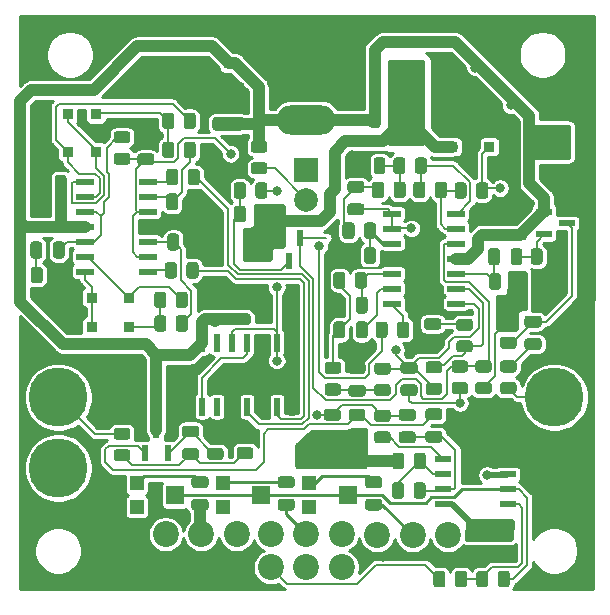
<source format=gtl>
G04 #@! TF.GenerationSoftware,KiCad,Pcbnew,(5.1.8)-1*
G04 #@! TF.CreationDate,2022-11-27T15:04:07-05:00*
G04 #@! TF.ProjectId,oc2Clone,6f633243-6c6f-46e6-952e-6b696361645f,rev?*
G04 #@! TF.SameCoordinates,Original*
G04 #@! TF.FileFunction,Copper,L1,Top*
G04 #@! TF.FilePolarity,Positive*
%FSLAX46Y46*%
G04 Gerber Fmt 4.6, Leading zero omitted, Abs format (unit mm)*
G04 Created by KiCad (PCBNEW (5.1.8)-1) date 2022-11-27 15:04:07*
%MOMM*%
%LPD*%
G01*
G04 APERTURE LIST*
G04 #@! TA.AperFunction,SMDPad,CuDef*
%ADD10R,1.500000X1.600000*%
G04 #@! TD*
G04 #@! TA.AperFunction,SMDPad,CuDef*
%ADD11R,1.200000X1.200000*%
G04 #@! TD*
G04 #@! TA.AperFunction,SMDPad,CuDef*
%ADD12R,1.460500X0.558800*%
G04 #@! TD*
G04 #@! TA.AperFunction,SMDPad,CuDef*
%ADD13R,1.422400X0.558800*%
G04 #@! TD*
G04 #@! TA.AperFunction,SMDPad,CuDef*
%ADD14R,0.558800X1.422400*%
G04 #@! TD*
G04 #@! TA.AperFunction,SMDPad,CuDef*
%ADD15R,0.550000X1.500000*%
G04 #@! TD*
G04 #@! TA.AperFunction,SMDPad,CuDef*
%ADD16R,1.500000X0.550000*%
G04 #@! TD*
G04 #@! TA.AperFunction,ComponentPad*
%ADD17R,2.000000X2.000000*%
G04 #@! TD*
G04 #@! TA.AperFunction,ComponentPad*
%ADD18C,2.000000*%
G04 #@! TD*
G04 #@! TA.AperFunction,ComponentPad*
%ADD19C,2.200000*%
G04 #@! TD*
G04 #@! TA.AperFunction,SMDPad,CuDef*
%ADD20R,0.900000X0.950000*%
G04 #@! TD*
G04 #@! TA.AperFunction,ComponentPad*
%ADD21C,5.000000*%
G04 #@! TD*
G04 #@! TA.AperFunction,SMDPad,CuDef*
%ADD22R,0.950000X0.900000*%
G04 #@! TD*
G04 #@! TA.AperFunction,ComponentPad*
%ADD23O,5.000000X2.500000*%
G04 #@! TD*
G04 #@! TA.AperFunction,ComponentPad*
%ADD24O,4.500000X2.250000*%
G04 #@! TD*
G04 #@! TA.AperFunction,ViaPad*
%ADD25C,0.800000*%
G04 #@! TD*
G04 #@! TA.AperFunction,Conductor*
%ADD26C,1.000000*%
G04 #@! TD*
G04 #@! TA.AperFunction,Conductor*
%ADD27C,0.500000*%
G04 #@! TD*
G04 #@! TA.AperFunction,Conductor*
%ADD28C,0.250000*%
G04 #@! TD*
G04 #@! TA.AperFunction,Conductor*
%ADD29C,0.200000*%
G04 #@! TD*
G04 #@! TA.AperFunction,Conductor*
%ADD30C,0.254000*%
G04 #@! TD*
G04 #@! TA.AperFunction,Conductor*
%ADD31C,0.100000*%
G04 #@! TD*
G04 APERTURE END LIST*
D10*
X128500000Y-91300000D03*
D11*
X125250000Y-92300000D03*
X125250000Y-90300000D03*
D10*
X113900000Y-91300000D03*
D11*
X110650000Y-92300000D03*
X110650000Y-90300000D03*
D10*
X121200000Y-91300000D03*
D11*
X117950000Y-92300000D03*
X117950000Y-90300000D03*
G04 #@! TA.AperFunction,SMDPad,CuDef*
G36*
G01*
X117299999Y-59275000D02*
X119500001Y-59275000D01*
G75*
G02*
X119750000Y-59524999I0J-249999D01*
G01*
X119750000Y-60175001D01*
G75*
G02*
X119500001Y-60425000I-249999J0D01*
G01*
X117299999Y-60425000D01*
G75*
G02*
X117050000Y-60175001I0J249999D01*
G01*
X117050000Y-59524999D01*
G75*
G02*
X117299999Y-59275000I249999J0D01*
G01*
G37*
G04 #@! TD.AperFunction*
G04 #@! TA.AperFunction,SMDPad,CuDef*
G36*
G01*
X117299999Y-56325000D02*
X119500001Y-56325000D01*
G75*
G02*
X119750000Y-56574999I0J-249999D01*
G01*
X119750000Y-57225001D01*
G75*
G02*
X119500001Y-57475000I-249999J0D01*
G01*
X117299999Y-57475000D01*
G75*
G02*
X117050000Y-57225001I0J249999D01*
G01*
X117050000Y-56574999D01*
G75*
G02*
X117299999Y-56325000I249999J0D01*
G01*
G37*
G04 #@! TD.AperFunction*
D12*
X136600000Y-92070000D03*
X136600000Y-90800000D03*
X136600000Y-89530000D03*
X136600000Y-88260000D03*
X142048300Y-88260000D03*
X142048300Y-89530000D03*
X142048300Y-90800000D03*
X142048300Y-92070000D03*
D13*
X145130000Y-67300000D03*
X145130000Y-69205000D03*
X147060400Y-68252500D03*
D14*
X124505000Y-69500000D03*
X122600000Y-69500000D03*
X123552500Y-71430400D03*
X111347500Y-87730400D03*
X113252500Y-87730400D03*
X112300000Y-85800000D03*
D15*
X116160000Y-83800000D03*
X117430000Y-83800000D03*
X118700000Y-83800000D03*
X119970000Y-83800000D03*
X121240000Y-83800000D03*
X122510000Y-83800000D03*
X123780000Y-83800000D03*
X123780000Y-78400000D03*
X122510000Y-78400000D03*
X121240000Y-78400000D03*
X119970000Y-78400000D03*
X118700000Y-78400000D03*
X117430000Y-78400000D03*
X116160000Y-78400000D03*
D16*
X137700000Y-75070000D03*
X137700000Y-73800000D03*
X137700000Y-72530000D03*
X137700000Y-71260000D03*
X137700000Y-69990000D03*
X137700000Y-68720000D03*
X137700000Y-67450000D03*
X132300000Y-67450000D03*
X132300000Y-68720000D03*
X132300000Y-69990000D03*
X132300000Y-71260000D03*
X132300000Y-72530000D03*
X132300000Y-73800000D03*
X132300000Y-75070000D03*
D17*
X125000000Y-63760000D03*
D18*
X125000000Y-66300000D03*
D19*
X128000000Y-94600000D03*
X125000000Y-94600000D03*
X122000000Y-94600000D03*
X119100000Y-94600000D03*
X116100000Y-94600000D03*
X113100000Y-94600000D03*
X137000000Y-94700000D03*
X134000000Y-94700000D03*
X131000000Y-94700000D03*
X128000000Y-97400000D03*
X125000000Y-97400000D03*
X122000000Y-97400000D03*
G04 #@! TA.AperFunction,SMDPad,CuDef*
G36*
G01*
X116995000Y-75890000D02*
X117945000Y-75890000D01*
G75*
G02*
X118195000Y-76140000I0J-250000D01*
G01*
X118195000Y-76640000D01*
G75*
G02*
X117945000Y-76890000I-250000J0D01*
G01*
X116995000Y-76890000D01*
G75*
G02*
X116745000Y-76640000I0J250000D01*
G01*
X116745000Y-76140000D01*
G75*
G02*
X116995000Y-75890000I250000J0D01*
G01*
G37*
G04 #@! TD.AperFunction*
G04 #@! TA.AperFunction,SMDPad,CuDef*
G36*
G01*
X116995000Y-73990000D02*
X117945000Y-73990000D01*
G75*
G02*
X118195000Y-74240000I0J-250000D01*
G01*
X118195000Y-74740000D01*
G75*
G02*
X117945000Y-74990000I-250000J0D01*
G01*
X116995000Y-74990000D01*
G75*
G02*
X116745000Y-74740000I0J250000D01*
G01*
X116745000Y-74240000D01*
G75*
G02*
X116995000Y-73990000I250000J0D01*
G01*
G37*
G04 #@! TD.AperFunction*
G04 #@! TA.AperFunction,SMDPad,CuDef*
G36*
G01*
X119095000Y-75890000D02*
X120045000Y-75890000D01*
G75*
G02*
X120295000Y-76140000I0J-250000D01*
G01*
X120295000Y-76640000D01*
G75*
G02*
X120045000Y-76890000I-250000J0D01*
G01*
X119095000Y-76890000D01*
G75*
G02*
X118845000Y-76640000I0J250000D01*
G01*
X118845000Y-76140000D01*
G75*
G02*
X119095000Y-75890000I250000J0D01*
G01*
G37*
G04 #@! TD.AperFunction*
G04 #@! TA.AperFunction,SMDPad,CuDef*
G36*
G01*
X119095000Y-73990000D02*
X120045000Y-73990000D01*
G75*
G02*
X120295000Y-74240000I0J-250000D01*
G01*
X120295000Y-74740000D01*
G75*
G02*
X120045000Y-74990000I-250000J0D01*
G01*
X119095000Y-74990000D01*
G75*
G02*
X118845000Y-74740000I0J250000D01*
G01*
X118845000Y-74240000D01*
G75*
G02*
X119095000Y-73990000I250000J0D01*
G01*
G37*
G04 #@! TD.AperFunction*
G04 #@! TA.AperFunction,SMDPad,CuDef*
G36*
G01*
X136787500Y-97949998D02*
X136787500Y-98850002D01*
G75*
G02*
X136537502Y-99100000I-249998J0D01*
G01*
X136012498Y-99100000D01*
G75*
G02*
X135762500Y-98850002I0J249998D01*
G01*
X135762500Y-97949998D01*
G75*
G02*
X136012498Y-97700000I249998J0D01*
G01*
X136537502Y-97700000D01*
G75*
G02*
X136787500Y-97949998I0J-249998D01*
G01*
G37*
G04 #@! TD.AperFunction*
G04 #@! TA.AperFunction,SMDPad,CuDef*
G36*
G01*
X138612500Y-97949998D02*
X138612500Y-98850002D01*
G75*
G02*
X138362502Y-99100000I-249998J0D01*
G01*
X137837498Y-99100000D01*
G75*
G02*
X137587500Y-98850002I0J249998D01*
G01*
X137587500Y-97949998D01*
G75*
G02*
X137837498Y-97700000I249998J0D01*
G01*
X138362502Y-97700000D01*
G75*
G02*
X138612500Y-97949998I0J-249998D01*
G01*
G37*
G04 #@! TD.AperFunction*
G04 #@! TA.AperFunction,SMDPad,CuDef*
G36*
G01*
X123775000Y-90700000D02*
X122825000Y-90700000D01*
G75*
G02*
X122575000Y-90450000I0J250000D01*
G01*
X122575000Y-89950000D01*
G75*
G02*
X122825000Y-89700000I250000J0D01*
G01*
X123775000Y-89700000D01*
G75*
G02*
X124025000Y-89950000I0J-250000D01*
G01*
X124025000Y-90450000D01*
G75*
G02*
X123775000Y-90700000I-250000J0D01*
G01*
G37*
G04 #@! TD.AperFunction*
G04 #@! TA.AperFunction,SMDPad,CuDef*
G36*
G01*
X123775000Y-92600000D02*
X122825000Y-92600000D01*
G75*
G02*
X122575000Y-92350000I0J250000D01*
G01*
X122575000Y-91850000D01*
G75*
G02*
X122825000Y-91600000I250000J0D01*
G01*
X123775000Y-91600000D01*
G75*
G02*
X124025000Y-91850000I0J-250000D01*
G01*
X124025000Y-92350000D01*
G75*
G02*
X123775000Y-92600000I-250000J0D01*
G01*
G37*
G04 #@! TD.AperFunction*
G04 #@! TA.AperFunction,SMDPad,CuDef*
G36*
G01*
X131175000Y-90700000D02*
X130225000Y-90700000D01*
G75*
G02*
X129975000Y-90450000I0J250000D01*
G01*
X129975000Y-89950000D01*
G75*
G02*
X130225000Y-89700000I250000J0D01*
G01*
X131175000Y-89700000D01*
G75*
G02*
X131425000Y-89950000I0J-250000D01*
G01*
X131425000Y-90450000D01*
G75*
G02*
X131175000Y-90700000I-250000J0D01*
G01*
G37*
G04 #@! TD.AperFunction*
G04 #@! TA.AperFunction,SMDPad,CuDef*
G36*
G01*
X131175000Y-92600000D02*
X130225000Y-92600000D01*
G75*
G02*
X129975000Y-92350000I0J250000D01*
G01*
X129975000Y-91850000D01*
G75*
G02*
X130225000Y-91600000I250000J0D01*
G01*
X131175000Y-91600000D01*
G75*
G02*
X131425000Y-91850000I0J-250000D01*
G01*
X131425000Y-92350000D01*
G75*
G02*
X131175000Y-92600000I-250000J0D01*
G01*
G37*
G04 #@! TD.AperFunction*
G04 #@! TA.AperFunction,SMDPad,CuDef*
G36*
G01*
X129200000Y-75675000D02*
X129200000Y-74725000D01*
G75*
G02*
X129450000Y-74475000I250000J0D01*
G01*
X129950000Y-74475000D01*
G75*
G02*
X130200000Y-74725000I0J-250000D01*
G01*
X130200000Y-75675000D01*
G75*
G02*
X129950000Y-75925000I-250000J0D01*
G01*
X129450000Y-75925000D01*
G75*
G02*
X129200000Y-75675000I0J250000D01*
G01*
G37*
G04 #@! TD.AperFunction*
G04 #@! TA.AperFunction,SMDPad,CuDef*
G36*
G01*
X127300000Y-75675000D02*
X127300000Y-74725000D01*
G75*
G02*
X127550000Y-74475000I250000J0D01*
G01*
X128050000Y-74475000D01*
G75*
G02*
X128300000Y-74725000I0J-250000D01*
G01*
X128300000Y-75675000D01*
G75*
G02*
X128050000Y-75925000I-250000J0D01*
G01*
X127550000Y-75925000D01*
G75*
G02*
X127300000Y-75675000I0J250000D01*
G01*
G37*
G04 #@! TD.AperFunction*
G04 #@! TA.AperFunction,SMDPad,CuDef*
G36*
G01*
X116475000Y-90700000D02*
X115525000Y-90700000D01*
G75*
G02*
X115275000Y-90450000I0J250000D01*
G01*
X115275000Y-89950000D01*
G75*
G02*
X115525000Y-89700000I250000J0D01*
G01*
X116475000Y-89700000D01*
G75*
G02*
X116725000Y-89950000I0J-250000D01*
G01*
X116725000Y-90450000D01*
G75*
G02*
X116475000Y-90700000I-250000J0D01*
G01*
G37*
G04 #@! TD.AperFunction*
G04 #@! TA.AperFunction,SMDPad,CuDef*
G36*
G01*
X116475000Y-92600000D02*
X115525000Y-92600000D01*
G75*
G02*
X115275000Y-92350000I0J250000D01*
G01*
X115275000Y-91850000D01*
G75*
G02*
X115525000Y-91600000I250000J0D01*
G01*
X116475000Y-91600000D01*
G75*
G02*
X116725000Y-91850000I0J-250000D01*
G01*
X116725000Y-92350000D01*
G75*
G02*
X116475000Y-92600000I-250000J0D01*
G01*
G37*
G04 #@! TD.AperFunction*
G04 #@! TA.AperFunction,SMDPad,CuDef*
G36*
G01*
X143725000Y-78000000D02*
X144675000Y-78000000D01*
G75*
G02*
X144925000Y-78250000I0J-250000D01*
G01*
X144925000Y-78750000D01*
G75*
G02*
X144675000Y-79000000I-250000J0D01*
G01*
X143725000Y-79000000D01*
G75*
G02*
X143475000Y-78750000I0J250000D01*
G01*
X143475000Y-78250000D01*
G75*
G02*
X143725000Y-78000000I250000J0D01*
G01*
G37*
G04 #@! TD.AperFunction*
G04 #@! TA.AperFunction,SMDPad,CuDef*
G36*
G01*
X143725000Y-76100000D02*
X144675000Y-76100000D01*
G75*
G02*
X144925000Y-76350000I0J-250000D01*
G01*
X144925000Y-76850000D01*
G75*
G02*
X144675000Y-77100000I-250000J0D01*
G01*
X143725000Y-77100000D01*
G75*
G02*
X143475000Y-76850000I0J250000D01*
G01*
X143475000Y-76350000D01*
G75*
G02*
X143725000Y-76100000I250000J0D01*
G01*
G37*
G04 #@! TD.AperFunction*
G04 #@! TA.AperFunction,SMDPad,CuDef*
G36*
G01*
X134800000Y-59025000D02*
X134800000Y-59975000D01*
G75*
G02*
X134550000Y-60225000I-250000J0D01*
G01*
X134050000Y-60225000D01*
G75*
G02*
X133800000Y-59975000I0J250000D01*
G01*
X133800000Y-59025000D01*
G75*
G02*
X134050000Y-58775000I250000J0D01*
G01*
X134550000Y-58775000D01*
G75*
G02*
X134800000Y-59025000I0J-250000D01*
G01*
G37*
G04 #@! TD.AperFunction*
G04 #@! TA.AperFunction,SMDPad,CuDef*
G36*
G01*
X136700000Y-59025000D02*
X136700000Y-59975000D01*
G75*
G02*
X136450000Y-60225000I-250000J0D01*
G01*
X135950000Y-60225000D01*
G75*
G02*
X135700000Y-59975000I0J250000D01*
G01*
X135700000Y-59025000D01*
G75*
G02*
X135950000Y-58775000I250000J0D01*
G01*
X136450000Y-58775000D01*
G75*
G02*
X136700000Y-59025000I0J-250000D01*
G01*
G37*
G04 #@! TD.AperFunction*
G04 #@! TA.AperFunction,SMDPad,CuDef*
G36*
G01*
X128825000Y-81950000D02*
X129775000Y-81950000D01*
G75*
G02*
X130025000Y-82200000I0J-250000D01*
G01*
X130025000Y-82700000D01*
G75*
G02*
X129775000Y-82950000I-250000J0D01*
G01*
X128825000Y-82950000D01*
G75*
G02*
X128575000Y-82700000I0J250000D01*
G01*
X128575000Y-82200000D01*
G75*
G02*
X128825000Y-81950000I250000J0D01*
G01*
G37*
G04 #@! TD.AperFunction*
G04 #@! TA.AperFunction,SMDPad,CuDef*
G36*
G01*
X128825000Y-80050000D02*
X129775000Y-80050000D01*
G75*
G02*
X130025000Y-80300000I0J-250000D01*
G01*
X130025000Y-80800000D01*
G75*
G02*
X129775000Y-81050000I-250000J0D01*
G01*
X128825000Y-81050000D01*
G75*
G02*
X128575000Y-80800000I0J250000D01*
G01*
X128575000Y-80300000D01*
G75*
G02*
X128825000Y-80050000I250000J0D01*
G01*
G37*
G04 #@! TD.AperFunction*
G04 #@! TA.AperFunction,SMDPad,CuDef*
G36*
G01*
X134800000Y-56925000D02*
X134800000Y-57875000D01*
G75*
G02*
X134550000Y-58125000I-250000J0D01*
G01*
X134050000Y-58125000D01*
G75*
G02*
X133800000Y-57875000I0J250000D01*
G01*
X133800000Y-56925000D01*
G75*
G02*
X134050000Y-56675000I250000J0D01*
G01*
X134550000Y-56675000D01*
G75*
G02*
X134800000Y-56925000I0J-250000D01*
G01*
G37*
G04 #@! TD.AperFunction*
G04 #@! TA.AperFunction,SMDPad,CuDef*
G36*
G01*
X136700000Y-56925000D02*
X136700000Y-57875000D01*
G75*
G02*
X136450000Y-58125000I-250000J0D01*
G01*
X135950000Y-58125000D01*
G75*
G02*
X135700000Y-57875000I0J250000D01*
G01*
X135700000Y-56925000D01*
G75*
G02*
X135950000Y-56675000I250000J0D01*
G01*
X136450000Y-56675000D01*
G75*
G02*
X136700000Y-56925000I0J-250000D01*
G01*
G37*
G04 #@! TD.AperFunction*
G04 #@! TA.AperFunction,SMDPad,CuDef*
G36*
G01*
X129200000Y-77775000D02*
X129200000Y-76825000D01*
G75*
G02*
X129450000Y-76575000I250000J0D01*
G01*
X129950000Y-76575000D01*
G75*
G02*
X130200000Y-76825000I0J-250000D01*
G01*
X130200000Y-77775000D01*
G75*
G02*
X129950000Y-78025000I-250000J0D01*
G01*
X129450000Y-78025000D01*
G75*
G02*
X129200000Y-77775000I0J250000D01*
G01*
G37*
G04 #@! TD.AperFunction*
G04 #@! TA.AperFunction,SMDPad,CuDef*
G36*
G01*
X127300000Y-77775000D02*
X127300000Y-76825000D01*
G75*
G02*
X127550000Y-76575000I250000J0D01*
G01*
X128050000Y-76575000D01*
G75*
G02*
X128300000Y-76825000I0J-250000D01*
G01*
X128300000Y-77775000D01*
G75*
G02*
X128050000Y-78025000I-250000J0D01*
G01*
X127550000Y-78025000D01*
G75*
G02*
X127300000Y-77775000I0J250000D01*
G01*
G37*
G04 #@! TD.AperFunction*
G04 #@! TA.AperFunction,SMDPad,CuDef*
G36*
G01*
X141975000Y-94600000D02*
X141025000Y-94600000D01*
G75*
G02*
X140775000Y-94350000I0J250000D01*
G01*
X140775000Y-93850000D01*
G75*
G02*
X141025000Y-93600000I250000J0D01*
G01*
X141975000Y-93600000D01*
G75*
G02*
X142225000Y-93850000I0J-250000D01*
G01*
X142225000Y-94350000D01*
G75*
G02*
X141975000Y-94600000I-250000J0D01*
G01*
G37*
G04 #@! TD.AperFunction*
G04 #@! TA.AperFunction,SMDPad,CuDef*
G36*
G01*
X141975000Y-96500000D02*
X141025000Y-96500000D01*
G75*
G02*
X140775000Y-96250000I0J250000D01*
G01*
X140775000Y-95750000D01*
G75*
G02*
X141025000Y-95500000I250000J0D01*
G01*
X141975000Y-95500000D01*
G75*
G02*
X142225000Y-95750000I0J-250000D01*
G01*
X142225000Y-96250000D01*
G75*
G02*
X141975000Y-96500000I-250000J0D01*
G01*
G37*
G04 #@! TD.AperFunction*
G04 #@! TA.AperFunction,SMDPad,CuDef*
G36*
G01*
X139875000Y-94600000D02*
X138925000Y-94600000D01*
G75*
G02*
X138675000Y-94350000I0J250000D01*
G01*
X138675000Y-93850000D01*
G75*
G02*
X138925000Y-93600000I250000J0D01*
G01*
X139875000Y-93600000D01*
G75*
G02*
X140125000Y-93850000I0J-250000D01*
G01*
X140125000Y-94350000D01*
G75*
G02*
X139875000Y-94600000I-250000J0D01*
G01*
G37*
G04 #@! TD.AperFunction*
G04 #@! TA.AperFunction,SMDPad,CuDef*
G36*
G01*
X139875000Y-96500000D02*
X138925000Y-96500000D01*
G75*
G02*
X138675000Y-96250000I0J250000D01*
G01*
X138675000Y-95750000D01*
G75*
G02*
X138925000Y-95500000I250000J0D01*
G01*
X139875000Y-95500000D01*
G75*
G02*
X140125000Y-95750000I0J-250000D01*
G01*
X140125000Y-96250000D01*
G75*
G02*
X139875000Y-96500000I-250000J0D01*
G01*
G37*
G04 #@! TD.AperFunction*
G04 #@! TA.AperFunction,SMDPad,CuDef*
G36*
G01*
X110945000Y-62360000D02*
X111895000Y-62360000D01*
G75*
G02*
X112145000Y-62610000I0J-250000D01*
G01*
X112145000Y-63110000D01*
G75*
G02*
X111895000Y-63360000I-250000J0D01*
G01*
X110945000Y-63360000D01*
G75*
G02*
X110695000Y-63110000I0J250000D01*
G01*
X110695000Y-62610000D01*
G75*
G02*
X110945000Y-62360000I250000J0D01*
G01*
G37*
G04 #@! TD.AperFunction*
G04 #@! TA.AperFunction,SMDPad,CuDef*
G36*
G01*
X110945000Y-60460000D02*
X111895000Y-60460000D01*
G75*
G02*
X112145000Y-60710000I0J-250000D01*
G01*
X112145000Y-61210000D01*
G75*
G02*
X111895000Y-61460000I-250000J0D01*
G01*
X110945000Y-61460000D01*
G75*
G02*
X110695000Y-61210000I0J250000D01*
G01*
X110695000Y-60710000D01*
G75*
G02*
X110945000Y-60460000I250000J0D01*
G01*
G37*
G04 #@! TD.AperFunction*
G04 #@! TA.AperFunction,SMDPad,CuDef*
G36*
G01*
X103550000Y-71015000D02*
X103550000Y-70065000D01*
G75*
G02*
X103800000Y-69815000I250000J0D01*
G01*
X104300000Y-69815000D01*
G75*
G02*
X104550000Y-70065000I0J-250000D01*
G01*
X104550000Y-71015000D01*
G75*
G02*
X104300000Y-71265000I-250000J0D01*
G01*
X103800000Y-71265000D01*
G75*
G02*
X103550000Y-71015000I0J250000D01*
G01*
G37*
G04 #@! TD.AperFunction*
G04 #@! TA.AperFunction,SMDPad,CuDef*
G36*
G01*
X101650000Y-71015000D02*
X101650000Y-70065000D01*
G75*
G02*
X101900000Y-69815000I250000J0D01*
G01*
X102400000Y-69815000D01*
G75*
G02*
X102650000Y-70065000I0J-250000D01*
G01*
X102650000Y-71015000D01*
G75*
G02*
X102400000Y-71265000I-250000J0D01*
G01*
X101900000Y-71265000D01*
G75*
G02*
X101650000Y-71015000I0J250000D01*
G01*
G37*
G04 #@! TD.AperFunction*
G04 #@! TA.AperFunction,SMDPad,CuDef*
G36*
G01*
X134175000Y-81000000D02*
X133225000Y-81000000D01*
G75*
G02*
X132975000Y-80750000I0J250000D01*
G01*
X132975000Y-80250000D01*
G75*
G02*
X133225000Y-80000000I250000J0D01*
G01*
X134175000Y-80000000D01*
G75*
G02*
X134425000Y-80250000I0J-250000D01*
G01*
X134425000Y-80750000D01*
G75*
G02*
X134175000Y-81000000I-250000J0D01*
G01*
G37*
G04 #@! TD.AperFunction*
G04 #@! TA.AperFunction,SMDPad,CuDef*
G36*
G01*
X134175000Y-82900000D02*
X133225000Y-82900000D01*
G75*
G02*
X132975000Y-82650000I0J250000D01*
G01*
X132975000Y-82150000D01*
G75*
G02*
X133225000Y-81900000I250000J0D01*
G01*
X134175000Y-81900000D01*
G75*
G02*
X134425000Y-82150000I0J-250000D01*
G01*
X134425000Y-82650000D01*
G75*
G02*
X134175000Y-82900000I-250000J0D01*
G01*
G37*
G04 #@! TD.AperFunction*
G04 #@! TA.AperFunction,SMDPad,CuDef*
G36*
G01*
X133075000Y-85900000D02*
X134025000Y-85900000D01*
G75*
G02*
X134275000Y-86150000I0J-250000D01*
G01*
X134275000Y-86650000D01*
G75*
G02*
X134025000Y-86900000I-250000J0D01*
G01*
X133075000Y-86900000D01*
G75*
G02*
X132825000Y-86650000I0J250000D01*
G01*
X132825000Y-86150000D01*
G75*
G02*
X133075000Y-85900000I250000J0D01*
G01*
G37*
G04 #@! TD.AperFunction*
G04 #@! TA.AperFunction,SMDPad,CuDef*
G36*
G01*
X133075000Y-84000000D02*
X134025000Y-84000000D01*
G75*
G02*
X134275000Y-84250000I0J-250000D01*
G01*
X134275000Y-84750000D01*
G75*
G02*
X134025000Y-85000000I-250000J0D01*
G01*
X133075000Y-85000000D01*
G75*
G02*
X132825000Y-84750000I0J250000D01*
G01*
X132825000Y-84250000D01*
G75*
G02*
X133075000Y-84000000I250000J0D01*
G01*
G37*
G04 #@! TD.AperFunction*
G04 #@! TA.AperFunction,SMDPad,CuDef*
G36*
G01*
X142300000Y-71575000D02*
X142300000Y-70625000D01*
G75*
G02*
X142550000Y-70375000I250000J0D01*
G01*
X143050000Y-70375000D01*
G75*
G02*
X143300000Y-70625000I0J-250000D01*
G01*
X143300000Y-71575000D01*
G75*
G02*
X143050000Y-71825000I-250000J0D01*
G01*
X142550000Y-71825000D01*
G75*
G02*
X142300000Y-71575000I0J250000D01*
G01*
G37*
G04 #@! TD.AperFunction*
G04 #@! TA.AperFunction,SMDPad,CuDef*
G36*
G01*
X140400000Y-71575000D02*
X140400000Y-70625000D01*
G75*
G02*
X140650000Y-70375000I250000J0D01*
G01*
X141150000Y-70375000D01*
G75*
G02*
X141400000Y-70625000I0J-250000D01*
G01*
X141400000Y-71575000D01*
G75*
G02*
X141150000Y-71825000I-250000J0D01*
G01*
X140650000Y-71825000D01*
G75*
G02*
X140400000Y-71575000I0J250000D01*
G01*
G37*
G04 #@! TD.AperFunction*
G04 #@! TA.AperFunction,SMDPad,CuDef*
G36*
G01*
X103750000Y-67475000D02*
X103750000Y-66525000D01*
G75*
G02*
X104000000Y-66275000I250000J0D01*
G01*
X104500000Y-66275000D01*
G75*
G02*
X104750000Y-66525000I0J-250000D01*
G01*
X104750000Y-67475000D01*
G75*
G02*
X104500000Y-67725000I-250000J0D01*
G01*
X104000000Y-67725000D01*
G75*
G02*
X103750000Y-67475000I0J250000D01*
G01*
G37*
G04 #@! TD.AperFunction*
G04 #@! TA.AperFunction,SMDPad,CuDef*
G36*
G01*
X101850000Y-67475000D02*
X101850000Y-66525000D01*
G75*
G02*
X102100000Y-66275000I250000J0D01*
G01*
X102600000Y-66275000D01*
G75*
G02*
X102850000Y-66525000I0J-250000D01*
G01*
X102850000Y-67475000D01*
G75*
G02*
X102600000Y-67725000I-250000J0D01*
G01*
X102100000Y-67725000D01*
G75*
G02*
X101850000Y-67475000I0J250000D01*
G01*
G37*
G04 #@! TD.AperFunction*
G04 #@! TA.AperFunction,SMDPad,CuDef*
G36*
G01*
X103700000Y-65375000D02*
X103700000Y-64425000D01*
G75*
G02*
X103950000Y-64175000I250000J0D01*
G01*
X104450000Y-64175000D01*
G75*
G02*
X104700000Y-64425000I0J-250000D01*
G01*
X104700000Y-65375000D01*
G75*
G02*
X104450000Y-65625000I-250000J0D01*
G01*
X103950000Y-65625000D01*
G75*
G02*
X103700000Y-65375000I0J250000D01*
G01*
G37*
G04 #@! TD.AperFunction*
G04 #@! TA.AperFunction,SMDPad,CuDef*
G36*
G01*
X101800000Y-65375000D02*
X101800000Y-64425000D01*
G75*
G02*
X102050000Y-64175000I250000J0D01*
G01*
X102550000Y-64175000D01*
G75*
G02*
X102800000Y-64425000I0J-250000D01*
G01*
X102800000Y-65375000D01*
G75*
G02*
X102550000Y-65625000I-250000J0D01*
G01*
X102050000Y-65625000D01*
G75*
G02*
X101800000Y-65375000I0J250000D01*
G01*
G37*
G04 #@! TD.AperFunction*
G04 #@! TA.AperFunction,SMDPad,CuDef*
G36*
G01*
X127675000Y-85000000D02*
X126725000Y-85000000D01*
G75*
G02*
X126475000Y-84750000I0J250000D01*
G01*
X126475000Y-84250000D01*
G75*
G02*
X126725000Y-84000000I250000J0D01*
G01*
X127675000Y-84000000D01*
G75*
G02*
X127925000Y-84250000I0J-250000D01*
G01*
X127925000Y-84750000D01*
G75*
G02*
X127675000Y-85000000I-250000J0D01*
G01*
G37*
G04 #@! TD.AperFunction*
G04 #@! TA.AperFunction,SMDPad,CuDef*
G36*
G01*
X127675000Y-86900000D02*
X126725000Y-86900000D01*
G75*
G02*
X126475000Y-86650000I0J250000D01*
G01*
X126475000Y-86150000D01*
G75*
G02*
X126725000Y-85900000I250000J0D01*
G01*
X127675000Y-85900000D01*
G75*
G02*
X127925000Y-86150000I0J-250000D01*
G01*
X127925000Y-86650000D01*
G75*
G02*
X127675000Y-86900000I-250000J0D01*
G01*
G37*
G04 #@! TD.AperFunction*
G04 #@! TA.AperFunction,SMDPad,CuDef*
G36*
G01*
X136275000Y-84950000D02*
X135325000Y-84950000D01*
G75*
G02*
X135075000Y-84700000I0J250000D01*
G01*
X135075000Y-84200000D01*
G75*
G02*
X135325000Y-83950000I250000J0D01*
G01*
X136275000Y-83950000D01*
G75*
G02*
X136525000Y-84200000I0J-250000D01*
G01*
X136525000Y-84700000D01*
G75*
G02*
X136275000Y-84950000I-250000J0D01*
G01*
G37*
G04 #@! TD.AperFunction*
G04 #@! TA.AperFunction,SMDPad,CuDef*
G36*
G01*
X136275000Y-86850000D02*
X135325000Y-86850000D01*
G75*
G02*
X135075000Y-86600000I0J250000D01*
G01*
X135075000Y-86100000D01*
G75*
G02*
X135325000Y-85850000I250000J0D01*
G01*
X136275000Y-85850000D01*
G75*
G02*
X136525000Y-86100000I0J-250000D01*
G01*
X136525000Y-86600000D01*
G75*
G02*
X136275000Y-86850000I-250000J0D01*
G01*
G37*
G04 #@! TD.AperFunction*
G04 #@! TA.AperFunction,SMDPad,CuDef*
G36*
G01*
X136175000Y-77300000D02*
X135225000Y-77300000D01*
G75*
G02*
X134975000Y-77050000I0J250000D01*
G01*
X134975000Y-76550000D01*
G75*
G02*
X135225000Y-76300000I250000J0D01*
G01*
X136175000Y-76300000D01*
G75*
G02*
X136425000Y-76550000I0J-250000D01*
G01*
X136425000Y-77050000D01*
G75*
G02*
X136175000Y-77300000I-250000J0D01*
G01*
G37*
G04 #@! TD.AperFunction*
G04 #@! TA.AperFunction,SMDPad,CuDef*
G36*
G01*
X136175000Y-79200000D02*
X135225000Y-79200000D01*
G75*
G02*
X134975000Y-78950000I0J250000D01*
G01*
X134975000Y-78450000D01*
G75*
G02*
X135225000Y-78200000I250000J0D01*
G01*
X136175000Y-78200000D01*
G75*
G02*
X136425000Y-78450000I0J-250000D01*
G01*
X136425000Y-78950000D01*
G75*
G02*
X136175000Y-79200000I-250000J0D01*
G01*
G37*
G04 #@! TD.AperFunction*
G04 #@! TA.AperFunction,SMDPad,CuDef*
G36*
G01*
X127700002Y-81037500D02*
X126799998Y-81037500D01*
G75*
G02*
X126550000Y-80787502I0J249998D01*
G01*
X126550000Y-80262498D01*
G75*
G02*
X126799998Y-80012500I249998J0D01*
G01*
X127700002Y-80012500D01*
G75*
G02*
X127950000Y-80262498I0J-249998D01*
G01*
X127950000Y-80787502D01*
G75*
G02*
X127700002Y-81037500I-249998J0D01*
G01*
G37*
G04 #@! TD.AperFunction*
G04 #@! TA.AperFunction,SMDPad,CuDef*
G36*
G01*
X127700002Y-82862500D02*
X126799998Y-82862500D01*
G75*
G02*
X126550000Y-82612502I0J249998D01*
G01*
X126550000Y-82087498D01*
G75*
G02*
X126799998Y-81837500I249998J0D01*
G01*
X127700002Y-81837500D01*
G75*
G02*
X127950000Y-82087498I0J-249998D01*
G01*
X127950000Y-82612502D01*
G75*
G02*
X127700002Y-82862500I-249998J0D01*
G01*
G37*
G04 #@! TD.AperFunction*
G04 #@! TA.AperFunction,SMDPad,CuDef*
G36*
G01*
X129112500Y-73550002D02*
X129112500Y-72649998D01*
G75*
G02*
X129362498Y-72400000I249998J0D01*
G01*
X129887502Y-72400000D01*
G75*
G02*
X130137500Y-72649998I0J-249998D01*
G01*
X130137500Y-73550002D01*
G75*
G02*
X129887502Y-73800000I-249998J0D01*
G01*
X129362498Y-73800000D01*
G75*
G02*
X129112500Y-73550002I0J249998D01*
G01*
G37*
G04 #@! TD.AperFunction*
G04 #@! TA.AperFunction,SMDPad,CuDef*
G36*
G01*
X127287500Y-73550002D02*
X127287500Y-72649998D01*
G75*
G02*
X127537498Y-72400000I249998J0D01*
G01*
X128062502Y-72400000D01*
G75*
G02*
X128312500Y-72649998I0J-249998D01*
G01*
X128312500Y-73550002D01*
G75*
G02*
X128062502Y-73800000I-249998J0D01*
G01*
X127537498Y-73800000D01*
G75*
G02*
X127287500Y-73550002I0J249998D01*
G01*
G37*
G04 #@! TD.AperFunction*
G04 #@! TA.AperFunction,SMDPad,CuDef*
G36*
G01*
X130700000Y-63875000D02*
X130700000Y-62925000D01*
G75*
G02*
X130950000Y-62675000I250000J0D01*
G01*
X131450000Y-62675000D01*
G75*
G02*
X131700000Y-62925000I0J-250000D01*
G01*
X131700000Y-63875000D01*
G75*
G02*
X131450000Y-64125000I-250000J0D01*
G01*
X130950000Y-64125000D01*
G75*
G02*
X130700000Y-63875000I0J250000D01*
G01*
G37*
G04 #@! TD.AperFunction*
G04 #@! TA.AperFunction,SMDPad,CuDef*
G36*
G01*
X128800000Y-63875000D02*
X128800000Y-62925000D01*
G75*
G02*
X129050000Y-62675000I250000J0D01*
G01*
X129550000Y-62675000D01*
G75*
G02*
X129800000Y-62925000I0J-250000D01*
G01*
X129800000Y-63875000D01*
G75*
G02*
X129550000Y-64125000I-250000J0D01*
G01*
X129050000Y-64125000D01*
G75*
G02*
X128800000Y-63875000I0J250000D01*
G01*
G37*
G04 #@! TD.AperFunction*
D20*
X109990000Y-74560000D03*
X106840000Y-74560000D03*
G04 #@! TA.AperFunction,SMDPad,CuDef*
G36*
G01*
X129900000Y-71475000D02*
X129900000Y-70525000D01*
G75*
G02*
X130150000Y-70275000I250000J0D01*
G01*
X130650000Y-70275000D01*
G75*
G02*
X130900000Y-70525000I0J-250000D01*
G01*
X130900000Y-71475000D01*
G75*
G02*
X130650000Y-71725000I-250000J0D01*
G01*
X130150000Y-71725000D01*
G75*
G02*
X129900000Y-71475000I0J250000D01*
G01*
G37*
G04 #@! TD.AperFunction*
G04 #@! TA.AperFunction,SMDPad,CuDef*
G36*
G01*
X128000000Y-71475000D02*
X128000000Y-70525000D01*
G75*
G02*
X128250000Y-70275000I250000J0D01*
G01*
X128750000Y-70275000D01*
G75*
G02*
X129000000Y-70525000I0J-250000D01*
G01*
X129000000Y-71475000D01*
G75*
G02*
X128750000Y-71725000I-250000J0D01*
G01*
X128250000Y-71725000D01*
G75*
G02*
X128000000Y-71475000I0J250000D01*
G01*
G37*
G04 #@! TD.AperFunction*
G04 #@! TA.AperFunction,SMDPad,CuDef*
G36*
G01*
X141487500Y-72749998D02*
X141487500Y-73650002D01*
G75*
G02*
X141237502Y-73900000I-249998J0D01*
G01*
X140712498Y-73900000D01*
G75*
G02*
X140462500Y-73650002I0J249998D01*
G01*
X140462500Y-72749998D01*
G75*
G02*
X140712498Y-72500000I249998J0D01*
G01*
X141237502Y-72500000D01*
G75*
G02*
X141487500Y-72749998I0J-249998D01*
G01*
G37*
G04 #@! TD.AperFunction*
G04 #@! TA.AperFunction,SMDPad,CuDef*
G36*
G01*
X143312500Y-72749998D02*
X143312500Y-73650002D01*
G75*
G02*
X143062502Y-73900000I-249998J0D01*
G01*
X142537498Y-73900000D01*
G75*
G02*
X142287500Y-73650002I0J249998D01*
G01*
X142287500Y-72749998D01*
G75*
G02*
X142537498Y-72500000I249998J0D01*
G01*
X143062502Y-72500000D01*
G75*
G02*
X143312500Y-72749998I0J-249998D01*
G01*
G37*
G04 #@! TD.AperFunction*
G04 #@! TA.AperFunction,SMDPad,CuDef*
G36*
G01*
X142475000Y-68725000D02*
X143425000Y-68725000D01*
G75*
G02*
X143675000Y-68975000I0J-250000D01*
G01*
X143675000Y-69475000D01*
G75*
G02*
X143425000Y-69725000I-250000J0D01*
G01*
X142475000Y-69725000D01*
G75*
G02*
X142225000Y-69475000I0J250000D01*
G01*
X142225000Y-68975000D01*
G75*
G02*
X142475000Y-68725000I250000J0D01*
G01*
G37*
G04 #@! TD.AperFunction*
G04 #@! TA.AperFunction,SMDPad,CuDef*
G36*
G01*
X142475000Y-66825000D02*
X143425000Y-66825000D01*
G75*
G02*
X143675000Y-67075000I0J-250000D01*
G01*
X143675000Y-67575000D01*
G75*
G02*
X143425000Y-67825000I-250000J0D01*
G01*
X142475000Y-67825000D01*
G75*
G02*
X142225000Y-67575000I0J250000D01*
G01*
X142225000Y-67075000D01*
G75*
G02*
X142475000Y-66825000I250000J0D01*
G01*
G37*
G04 #@! TD.AperFunction*
X118450000Y-54700000D03*
X115300000Y-54700000D03*
D21*
X146000000Y-83000000D03*
X104000000Y-83000000D03*
G04 #@! TA.AperFunction,SMDPad,CuDef*
G36*
G01*
X114240000Y-69385000D02*
X114240000Y-70335000D01*
G75*
G02*
X113990000Y-70585000I-250000J0D01*
G01*
X113490000Y-70585000D01*
G75*
G02*
X113240000Y-70335000I0J250000D01*
G01*
X113240000Y-69385000D01*
G75*
G02*
X113490000Y-69135000I250000J0D01*
G01*
X113990000Y-69135000D01*
G75*
G02*
X114240000Y-69385000I0J-250000D01*
G01*
G37*
G04 #@! TD.AperFunction*
G04 #@! TA.AperFunction,SMDPad,CuDef*
G36*
G01*
X116140000Y-69385000D02*
X116140000Y-70335000D01*
G75*
G02*
X115890000Y-70585000I-250000J0D01*
G01*
X115390000Y-70585000D01*
G75*
G02*
X115140000Y-70335000I0J250000D01*
G01*
X115140000Y-69385000D01*
G75*
G02*
X115390000Y-69135000I250000J0D01*
G01*
X115890000Y-69135000D01*
G75*
G02*
X116140000Y-69385000I0J-250000D01*
G01*
G37*
G04 #@! TD.AperFunction*
D22*
X104800000Y-59050000D03*
X104800000Y-62200000D03*
D20*
X140500000Y-61800000D03*
X137350000Y-61800000D03*
D21*
X146000000Y-88900000D03*
G04 #@! TA.AperFunction,SMDPad,CuDef*
G36*
G01*
X114725000Y-87300000D02*
X115675000Y-87300000D01*
G75*
G02*
X115925000Y-87550000I0J-250000D01*
G01*
X115925000Y-88050000D01*
G75*
G02*
X115675000Y-88300000I-250000J0D01*
G01*
X114725000Y-88300000D01*
G75*
G02*
X114475000Y-88050000I0J250000D01*
G01*
X114475000Y-87550000D01*
G75*
G02*
X114725000Y-87300000I250000J0D01*
G01*
G37*
G04 #@! TD.AperFunction*
G04 #@! TA.AperFunction,SMDPad,CuDef*
G36*
G01*
X114725000Y-85400000D02*
X115675000Y-85400000D01*
G75*
G02*
X115925000Y-85650000I0J-250000D01*
G01*
X115925000Y-86150000D01*
G75*
G02*
X115675000Y-86400000I-250000J0D01*
G01*
X114725000Y-86400000D01*
G75*
G02*
X114475000Y-86150000I0J250000D01*
G01*
X114475000Y-85650000D01*
G75*
G02*
X114725000Y-85400000I250000J0D01*
G01*
G37*
G04 #@! TD.AperFunction*
D23*
X125000000Y-59500000D03*
D24*
X125000000Y-53500000D03*
G04 #@! TA.AperFunction,SMDPad,CuDef*
G36*
G01*
X134812500Y-54849998D02*
X134812500Y-55750002D01*
G75*
G02*
X134562502Y-56000000I-249998J0D01*
G01*
X134037498Y-56000000D01*
G75*
G02*
X133787500Y-55750002I0J249998D01*
G01*
X133787500Y-54849998D01*
G75*
G02*
X134037498Y-54600000I249998J0D01*
G01*
X134562502Y-54600000D01*
G75*
G02*
X134812500Y-54849998I0J-249998D01*
G01*
G37*
G04 #@! TD.AperFunction*
G04 #@! TA.AperFunction,SMDPad,CuDef*
G36*
G01*
X136637500Y-54849998D02*
X136637500Y-55750002D01*
G75*
G02*
X136387502Y-56000000I-249998J0D01*
G01*
X135862498Y-56000000D01*
G75*
G02*
X135612500Y-55750002I0J249998D01*
G01*
X135612500Y-54849998D01*
G75*
G02*
X135862498Y-54600000I249998J0D01*
G01*
X136387502Y-54600000D01*
G75*
G02*
X136637500Y-54849998I0J-249998D01*
G01*
G37*
G04 #@! TD.AperFunction*
G04 #@! TA.AperFunction,SMDPad,CuDef*
G36*
G01*
X130999998Y-81887500D02*
X131900002Y-81887500D01*
G75*
G02*
X132150000Y-82137498I0J-249998D01*
G01*
X132150000Y-82662502D01*
G75*
G02*
X131900002Y-82912500I-249998J0D01*
G01*
X130999998Y-82912500D01*
G75*
G02*
X130750000Y-82662502I0J249998D01*
G01*
X130750000Y-82137498D01*
G75*
G02*
X130999998Y-81887500I249998J0D01*
G01*
G37*
G04 #@! TD.AperFunction*
G04 #@! TA.AperFunction,SMDPad,CuDef*
G36*
G01*
X130999998Y-80062500D02*
X131900002Y-80062500D01*
G75*
G02*
X132150000Y-80312498I0J-249998D01*
G01*
X132150000Y-80837502D01*
G75*
G02*
X131900002Y-81087500I-249998J0D01*
G01*
X130999998Y-81087500D01*
G75*
G02*
X130750000Y-80837502I0J249998D01*
G01*
X130750000Y-80312498D01*
G75*
G02*
X130999998Y-80062500I249998J0D01*
G01*
G37*
G04 #@! TD.AperFunction*
G04 #@! TA.AperFunction,SMDPad,CuDef*
G36*
G01*
X141649998Y-81712500D02*
X142550002Y-81712500D01*
G75*
G02*
X142800000Y-81962498I0J-249998D01*
G01*
X142800000Y-82487502D01*
G75*
G02*
X142550002Y-82737500I-249998J0D01*
G01*
X141649998Y-82737500D01*
G75*
G02*
X141400000Y-82487502I0J249998D01*
G01*
X141400000Y-81962498D01*
G75*
G02*
X141649998Y-81712500I249998J0D01*
G01*
G37*
G04 #@! TD.AperFunction*
G04 #@! TA.AperFunction,SMDPad,CuDef*
G36*
G01*
X141649998Y-79887500D02*
X142550002Y-79887500D01*
G75*
G02*
X142800000Y-80137498I0J-249998D01*
G01*
X142800000Y-80662502D01*
G75*
G02*
X142550002Y-80912500I-249998J0D01*
G01*
X141649998Y-80912500D01*
G75*
G02*
X141400000Y-80662502I0J249998D01*
G01*
X141400000Y-80137498D01*
G75*
G02*
X141649998Y-79887500I249998J0D01*
G01*
G37*
G04 #@! TD.AperFunction*
D21*
X104000000Y-89000000D03*
G04 #@! TA.AperFunction,SMDPad,CuDef*
G36*
G01*
X131300000Y-59049998D02*
X131300000Y-59950002D01*
G75*
G02*
X131050002Y-60200000I-249998J0D01*
G01*
X130524998Y-60200000D01*
G75*
G02*
X130275000Y-59950002I0J249998D01*
G01*
X130275000Y-59049998D01*
G75*
G02*
X130524998Y-58800000I249998J0D01*
G01*
X131050002Y-58800000D01*
G75*
G02*
X131300000Y-59049998I0J-249998D01*
G01*
G37*
G04 #@! TD.AperFunction*
G04 #@! TA.AperFunction,SMDPad,CuDef*
G36*
G01*
X133125000Y-59049998D02*
X133125000Y-59950002D01*
G75*
G02*
X132875002Y-60200000I-249998J0D01*
G01*
X132349998Y-60200000D01*
G75*
G02*
X132100000Y-59950002I0J249998D01*
G01*
X132100000Y-59049998D01*
G75*
G02*
X132349998Y-58800000I249998J0D01*
G01*
X132875002Y-58800000D01*
G75*
G02*
X133125000Y-59049998I0J-249998D01*
G01*
G37*
G04 #@! TD.AperFunction*
G04 #@! TA.AperFunction,SMDPad,CuDef*
G36*
G01*
X140400000Y-68725000D02*
X141350000Y-68725000D01*
G75*
G02*
X141600000Y-68975000I0J-250000D01*
G01*
X141600000Y-69475000D01*
G75*
G02*
X141350000Y-69725000I-250000J0D01*
G01*
X140400000Y-69725000D01*
G75*
G02*
X140150000Y-69475000I0J250000D01*
G01*
X140150000Y-68975000D01*
G75*
G02*
X140400000Y-68725000I250000J0D01*
G01*
G37*
G04 #@! TD.AperFunction*
G04 #@! TA.AperFunction,SMDPad,CuDef*
G36*
G01*
X140400000Y-66825000D02*
X141350000Y-66825000D01*
G75*
G02*
X141600000Y-67075000I0J-250000D01*
G01*
X141600000Y-67575000D01*
G75*
G02*
X141350000Y-67825000I-250000J0D01*
G01*
X140400000Y-67825000D01*
G75*
G02*
X140150000Y-67575000I0J250000D01*
G01*
X140150000Y-67075000D01*
G75*
G02*
X140400000Y-66825000I250000J0D01*
G01*
G37*
G04 #@! TD.AperFunction*
G04 #@! TA.AperFunction,SMDPad,CuDef*
G36*
G01*
X141649998Y-77887500D02*
X142550002Y-77887500D01*
G75*
G02*
X142800000Y-78137498I0J-249998D01*
G01*
X142800000Y-78662502D01*
G75*
G02*
X142550002Y-78912500I-249998J0D01*
G01*
X141649998Y-78912500D01*
G75*
G02*
X141400000Y-78662502I0J249998D01*
G01*
X141400000Y-78137498D01*
G75*
G02*
X141649998Y-77887500I249998J0D01*
G01*
G37*
G04 #@! TD.AperFunction*
G04 #@! TA.AperFunction,SMDPad,CuDef*
G36*
G01*
X141649998Y-76062500D02*
X142550002Y-76062500D01*
G75*
G02*
X142800000Y-76312498I0J-249998D01*
G01*
X142800000Y-76837502D01*
G75*
G02*
X142550002Y-77087500I-249998J0D01*
G01*
X141649998Y-77087500D01*
G75*
G02*
X141400000Y-76837502I0J249998D01*
G01*
X141400000Y-76312498D01*
G75*
G02*
X141649998Y-76062500I249998J0D01*
G01*
G37*
G04 #@! TD.AperFunction*
G04 #@! TA.AperFunction,SMDPad,CuDef*
G36*
G01*
X114140000Y-65985000D02*
X114140000Y-66935000D01*
G75*
G02*
X113890000Y-67185000I-250000J0D01*
G01*
X113390000Y-67185000D01*
G75*
G02*
X113140000Y-66935000I0J250000D01*
G01*
X113140000Y-65985000D01*
G75*
G02*
X113390000Y-65735000I250000J0D01*
G01*
X113890000Y-65735000D01*
G75*
G02*
X114140000Y-65985000I0J-250000D01*
G01*
G37*
G04 #@! TD.AperFunction*
G04 #@! TA.AperFunction,SMDPad,CuDef*
G36*
G01*
X116040000Y-65985000D02*
X116040000Y-66935000D01*
G75*
G02*
X115790000Y-67185000I-250000J0D01*
G01*
X115290000Y-67185000D01*
G75*
G02*
X115040000Y-66935000I0J250000D01*
G01*
X115040000Y-65985000D01*
G75*
G02*
X115290000Y-65735000I250000J0D01*
G01*
X115790000Y-65735000D01*
G75*
G02*
X116040000Y-65985000I0J-250000D01*
G01*
G37*
G04 #@! TD.AperFunction*
G04 #@! TA.AperFunction,SMDPad,CuDef*
G36*
G01*
X128725000Y-66600000D02*
X129675000Y-66600000D01*
G75*
G02*
X129925000Y-66850000I0J-250000D01*
G01*
X129925000Y-67350000D01*
G75*
G02*
X129675000Y-67600000I-250000J0D01*
G01*
X128725000Y-67600000D01*
G75*
G02*
X128475000Y-67350000I0J250000D01*
G01*
X128475000Y-66850000D01*
G75*
G02*
X128725000Y-66600000I250000J0D01*
G01*
G37*
G04 #@! TD.AperFunction*
G04 #@! TA.AperFunction,SMDPad,CuDef*
G36*
G01*
X128725000Y-64700000D02*
X129675000Y-64700000D01*
G75*
G02*
X129925000Y-64950000I0J-250000D01*
G01*
X129925000Y-65450000D01*
G75*
G02*
X129675000Y-65700000I-250000J0D01*
G01*
X128725000Y-65700000D01*
G75*
G02*
X128475000Y-65450000I0J250000D01*
G01*
X128475000Y-64950000D01*
G75*
G02*
X128725000Y-64700000I250000J0D01*
G01*
G37*
G04 #@! TD.AperFunction*
D20*
X106840000Y-77060000D03*
X109990000Y-77060000D03*
D22*
X107200000Y-59050000D03*
X107200000Y-62200000D03*
G04 #@! TA.AperFunction,SMDPad,CuDef*
G36*
G01*
X145012500Y-70639998D02*
X145012500Y-71540002D01*
G75*
G02*
X144762502Y-71790000I-249998J0D01*
G01*
X144237498Y-71790000D01*
G75*
G02*
X143987500Y-71540002I0J249998D01*
G01*
X143987500Y-70639998D01*
G75*
G02*
X144237498Y-70390000I249998J0D01*
G01*
X144762502Y-70390000D01*
G75*
G02*
X145012500Y-70639998I0J-249998D01*
G01*
G37*
G04 #@! TD.AperFunction*
G04 #@! TA.AperFunction,SMDPad,CuDef*
G36*
G01*
X146837500Y-70639998D02*
X146837500Y-71540002D01*
G75*
G02*
X146587502Y-71790000I-249998J0D01*
G01*
X146062498Y-71790000D01*
G75*
G02*
X145812500Y-71540002I0J249998D01*
G01*
X145812500Y-70639998D01*
G75*
G02*
X146062498Y-70390000I249998J0D01*
G01*
X146587502Y-70390000D01*
G75*
G02*
X146837500Y-70639998I0J-249998D01*
G01*
G37*
G04 #@! TD.AperFunction*
G04 #@! TA.AperFunction,SMDPad,CuDef*
G36*
G01*
X141212500Y-98850002D02*
X141212500Y-97949998D01*
G75*
G02*
X141462498Y-97700000I249998J0D01*
G01*
X141987502Y-97700000D01*
G75*
G02*
X142237500Y-97949998I0J-249998D01*
G01*
X142237500Y-98850002D01*
G75*
G02*
X141987502Y-99100000I-249998J0D01*
G01*
X141462498Y-99100000D01*
G75*
G02*
X141212500Y-98850002I0J249998D01*
G01*
G37*
G04 #@! TD.AperFunction*
G04 #@! TA.AperFunction,SMDPad,CuDef*
G36*
G01*
X139387500Y-98850002D02*
X139387500Y-97949998D01*
G75*
G02*
X139637498Y-97700000I249998J0D01*
G01*
X140162502Y-97700000D01*
G75*
G02*
X140412500Y-97949998I0J-249998D01*
G01*
X140412500Y-98850002D01*
G75*
G02*
X140162502Y-99100000I-249998J0D01*
G01*
X139637498Y-99100000D01*
G75*
G02*
X139387500Y-98850002I0J249998D01*
G01*
G37*
G04 #@! TD.AperFunction*
G04 #@! TA.AperFunction,SMDPad,CuDef*
G36*
G01*
X131887500Y-76849998D02*
X131887500Y-77750002D01*
G75*
G02*
X131637502Y-78000000I-249998J0D01*
G01*
X131112498Y-78000000D01*
G75*
G02*
X130862500Y-77750002I0J249998D01*
G01*
X130862500Y-76849998D01*
G75*
G02*
X131112498Y-76600000I249998J0D01*
G01*
X131637502Y-76600000D01*
G75*
G02*
X131887500Y-76849998I0J-249998D01*
G01*
G37*
G04 #@! TD.AperFunction*
G04 #@! TA.AperFunction,SMDPad,CuDef*
G36*
G01*
X133712500Y-76849998D02*
X133712500Y-77750002D01*
G75*
G02*
X133462502Y-78000000I-249998J0D01*
G01*
X132937498Y-78000000D01*
G75*
G02*
X132687500Y-77750002I0J249998D01*
G01*
X132687500Y-76849998D01*
G75*
G02*
X132937498Y-76600000I249998J0D01*
G01*
X133462502Y-76600000D01*
G75*
G02*
X133712500Y-76849998I0J-249998D01*
G01*
G37*
G04 #@! TD.AperFunction*
G04 #@! TA.AperFunction,SMDPad,CuDef*
G36*
G01*
X137949998Y-78187500D02*
X138850002Y-78187500D01*
G75*
G02*
X139100000Y-78437498I0J-249998D01*
G01*
X139100000Y-78962502D01*
G75*
G02*
X138850002Y-79212500I-249998J0D01*
G01*
X137949998Y-79212500D01*
G75*
G02*
X137700000Y-78962502I0J249998D01*
G01*
X137700000Y-78437498D01*
G75*
G02*
X137949998Y-78187500I249998J0D01*
G01*
G37*
G04 #@! TD.AperFunction*
G04 #@! TA.AperFunction,SMDPad,CuDef*
G36*
G01*
X137949998Y-76362500D02*
X138850002Y-76362500D01*
G75*
G02*
X139100000Y-76612498I0J-249998D01*
G01*
X139100000Y-77137502D01*
G75*
G02*
X138850002Y-77387500I-249998J0D01*
G01*
X137949998Y-77387500D01*
G75*
G02*
X137700000Y-77137502I0J249998D01*
G01*
X137700000Y-76612498D01*
G75*
G02*
X137949998Y-76362500I249998J0D01*
G01*
G37*
G04 #@! TD.AperFunction*
G04 #@! TA.AperFunction,SMDPad,CuDef*
G36*
G01*
X120700000Y-67950002D02*
X120700000Y-67049998D01*
G75*
G02*
X120949998Y-66800000I249998J0D01*
G01*
X121475002Y-66800000D01*
G75*
G02*
X121725000Y-67049998I0J-249998D01*
G01*
X121725000Y-67950002D01*
G75*
G02*
X121475002Y-68200000I-249998J0D01*
G01*
X120949998Y-68200000D01*
G75*
G02*
X120700000Y-67950002I0J249998D01*
G01*
G37*
G04 #@! TD.AperFunction*
G04 #@! TA.AperFunction,SMDPad,CuDef*
G36*
G01*
X118875000Y-67950002D02*
X118875000Y-67049998D01*
G75*
G02*
X119124998Y-66800000I249998J0D01*
G01*
X119650002Y-66800000D01*
G75*
G02*
X119900000Y-67049998I0J-249998D01*
G01*
X119900000Y-67950002D01*
G75*
G02*
X119650002Y-68200000I-249998J0D01*
G01*
X119124998Y-68200000D01*
G75*
G02*
X118875000Y-67950002I0J249998D01*
G01*
G37*
G04 #@! TD.AperFunction*
G04 #@! TA.AperFunction,SMDPad,CuDef*
G36*
G01*
X138587500Y-65049998D02*
X138587500Y-65950002D01*
G75*
G02*
X138337502Y-66200000I-249998J0D01*
G01*
X137812498Y-66200000D01*
G75*
G02*
X137562500Y-65950002I0J249998D01*
G01*
X137562500Y-65049998D01*
G75*
G02*
X137812498Y-64800000I249998J0D01*
G01*
X138337502Y-64800000D01*
G75*
G02*
X138587500Y-65049998I0J-249998D01*
G01*
G37*
G04 #@! TD.AperFunction*
G04 #@! TA.AperFunction,SMDPad,CuDef*
G36*
G01*
X140412500Y-65049998D02*
X140412500Y-65950002D01*
G75*
G02*
X140162502Y-66200000I-249998J0D01*
G01*
X139637498Y-66200000D01*
G75*
G02*
X139387500Y-65950002I0J249998D01*
G01*
X139387500Y-65049998D01*
G75*
G02*
X139637498Y-64800000I249998J0D01*
G01*
X140162502Y-64800000D01*
G75*
G02*
X140412500Y-65049998I0J-249998D01*
G01*
G37*
G04 #@! TD.AperFunction*
G04 #@! TA.AperFunction,SMDPad,CuDef*
G36*
G01*
X114952500Y-64810002D02*
X114952500Y-63909998D01*
G75*
G02*
X115202498Y-63660000I249998J0D01*
G01*
X115727502Y-63660000D01*
G75*
G02*
X115977500Y-63909998I0J-249998D01*
G01*
X115977500Y-64810002D01*
G75*
G02*
X115727502Y-65060000I-249998J0D01*
G01*
X115202498Y-65060000D01*
G75*
G02*
X114952500Y-64810002I0J249998D01*
G01*
G37*
G04 #@! TD.AperFunction*
G04 #@! TA.AperFunction,SMDPad,CuDef*
G36*
G01*
X113127500Y-64810002D02*
X113127500Y-63909998D01*
G75*
G02*
X113377498Y-63660000I249998J0D01*
G01*
X113902502Y-63660000D01*
G75*
G02*
X114152500Y-63909998I0J-249998D01*
G01*
X114152500Y-64810002D01*
G75*
G02*
X113902502Y-65060000I-249998J0D01*
G01*
X113377498Y-65060000D01*
G75*
G02*
X113127500Y-64810002I0J249998D01*
G01*
G37*
G04 #@! TD.AperFunction*
G04 #@! TA.AperFunction,SMDPad,CuDef*
G36*
G01*
X140450002Y-80912500D02*
X139549998Y-80912500D01*
G75*
G02*
X139300000Y-80662502I0J249998D01*
G01*
X139300000Y-80137498D01*
G75*
G02*
X139549998Y-79887500I249998J0D01*
G01*
X140450002Y-79887500D01*
G75*
G02*
X140700000Y-80137498I0J-249998D01*
G01*
X140700000Y-80662502D01*
G75*
G02*
X140450002Y-80912500I-249998J0D01*
G01*
G37*
G04 #@! TD.AperFunction*
G04 #@! TA.AperFunction,SMDPad,CuDef*
G36*
G01*
X140450002Y-82737500D02*
X139549998Y-82737500D01*
G75*
G02*
X139300000Y-82487502I0J249998D01*
G01*
X139300000Y-81962498D01*
G75*
G02*
X139549998Y-81712500I249998J0D01*
G01*
X140450002Y-81712500D01*
G75*
G02*
X140700000Y-81962498I0J-249998D01*
G01*
X140700000Y-82487502D01*
G75*
G02*
X140450002Y-82737500I-249998J0D01*
G01*
G37*
G04 #@! TD.AperFunction*
G04 #@! TA.AperFunction,SMDPad,CuDef*
G36*
G01*
X113152500Y-74309998D02*
X113152500Y-75210002D01*
G75*
G02*
X112902502Y-75460000I-249998J0D01*
G01*
X112377498Y-75460000D01*
G75*
G02*
X112127500Y-75210002I0J249998D01*
G01*
X112127500Y-74309998D01*
G75*
G02*
X112377498Y-74060000I249998J0D01*
G01*
X112902502Y-74060000D01*
G75*
G02*
X113152500Y-74309998I0J-249998D01*
G01*
G37*
G04 #@! TD.AperFunction*
G04 #@! TA.AperFunction,SMDPad,CuDef*
G36*
G01*
X114977500Y-74309998D02*
X114977500Y-75210002D01*
G75*
G02*
X114727502Y-75460000I-249998J0D01*
G01*
X114202498Y-75460000D01*
G75*
G02*
X113952500Y-75210002I0J249998D01*
G01*
X113952500Y-74309998D01*
G75*
G02*
X114202498Y-74060000I249998J0D01*
G01*
X114727502Y-74060000D01*
G75*
G02*
X114977500Y-74309998I0J-249998D01*
G01*
G37*
G04 #@! TD.AperFunction*
G04 #@! TA.AperFunction,SMDPad,CuDef*
G36*
G01*
X113952500Y-77210002D02*
X113952500Y-76309998D01*
G75*
G02*
X114202498Y-76060000I249998J0D01*
G01*
X114727502Y-76060000D01*
G75*
G02*
X114977500Y-76309998I0J-249998D01*
G01*
X114977500Y-77210002D01*
G75*
G02*
X114727502Y-77460000I-249998J0D01*
G01*
X114202498Y-77460000D01*
G75*
G02*
X113952500Y-77210002I0J249998D01*
G01*
G37*
G04 #@! TD.AperFunction*
G04 #@! TA.AperFunction,SMDPad,CuDef*
G36*
G01*
X112127500Y-77210002D02*
X112127500Y-76309998D01*
G75*
G02*
X112377498Y-76060000I249998J0D01*
G01*
X112902502Y-76060000D01*
G75*
G02*
X113152500Y-76309998I0J-249998D01*
G01*
X113152500Y-77210002D01*
G75*
G02*
X112902502Y-77460000I-249998J0D01*
G01*
X112377498Y-77460000D01*
G75*
G02*
X112127500Y-77210002I0J249998D01*
G01*
G37*
G04 #@! TD.AperFunction*
G04 #@! TA.AperFunction,SMDPad,CuDef*
G36*
G01*
X135349998Y-81787500D02*
X136250002Y-81787500D01*
G75*
G02*
X136500000Y-82037498I0J-249998D01*
G01*
X136500000Y-82562502D01*
G75*
G02*
X136250002Y-82812500I-249998J0D01*
G01*
X135349998Y-82812500D01*
G75*
G02*
X135100000Y-82562502I0J249998D01*
G01*
X135100000Y-82037498D01*
G75*
G02*
X135349998Y-81787500I249998J0D01*
G01*
G37*
G04 #@! TD.AperFunction*
G04 #@! TA.AperFunction,SMDPad,CuDef*
G36*
G01*
X135349998Y-79962500D02*
X136250002Y-79962500D01*
G75*
G02*
X136500000Y-80212498I0J-249998D01*
G01*
X136500000Y-80737502D01*
G75*
G02*
X136250002Y-80987500I-249998J0D01*
G01*
X135349998Y-80987500D01*
G75*
G02*
X135100000Y-80737502I0J249998D01*
G01*
X135100000Y-80212498D01*
G75*
G02*
X135349998Y-79962500I249998J0D01*
G01*
G37*
G04 #@! TD.AperFunction*
G04 #@! TA.AperFunction,SMDPad,CuDef*
G36*
G01*
X129887500Y-69350002D02*
X129887500Y-68449998D01*
G75*
G02*
X130137498Y-68200000I249998J0D01*
G01*
X130662502Y-68200000D01*
G75*
G02*
X130912500Y-68449998I0J-249998D01*
G01*
X130912500Y-69350002D01*
G75*
G02*
X130662502Y-69600000I-249998J0D01*
G01*
X130137498Y-69600000D01*
G75*
G02*
X129887500Y-69350002I0J249998D01*
G01*
G37*
G04 #@! TD.AperFunction*
G04 #@! TA.AperFunction,SMDPad,CuDef*
G36*
G01*
X128062500Y-69350002D02*
X128062500Y-68449998D01*
G75*
G02*
X128312498Y-68200000I249998J0D01*
G01*
X128837502Y-68200000D01*
G75*
G02*
X129087500Y-68449998I0J-249998D01*
G01*
X129087500Y-69350002D01*
G75*
G02*
X128837502Y-69600000I-249998J0D01*
G01*
X128312498Y-69600000D01*
G75*
G02*
X128062500Y-69350002I0J249998D01*
G01*
G37*
G04 #@! TD.AperFunction*
G04 #@! TA.AperFunction,SMDPad,CuDef*
G36*
G01*
X113812500Y-59149998D02*
X113812500Y-60050002D01*
G75*
G02*
X113562502Y-60300000I-249998J0D01*
G01*
X113037498Y-60300000D01*
G75*
G02*
X112787500Y-60050002I0J249998D01*
G01*
X112787500Y-59149998D01*
G75*
G02*
X113037498Y-58900000I249998J0D01*
G01*
X113562502Y-58900000D01*
G75*
G02*
X113812500Y-59149998I0J-249998D01*
G01*
G37*
G04 #@! TD.AperFunction*
G04 #@! TA.AperFunction,SMDPad,CuDef*
G36*
G01*
X115637500Y-59149998D02*
X115637500Y-60050002D01*
G75*
G02*
X115387502Y-60300000I-249998J0D01*
G01*
X114862498Y-60300000D01*
G75*
G02*
X114612500Y-60050002I0J249998D01*
G01*
X114612500Y-59149998D01*
G75*
G02*
X114862498Y-58900000I249998J0D01*
G01*
X115387502Y-58900000D01*
G75*
G02*
X115637500Y-59149998I0J-249998D01*
G01*
G37*
G04 #@! TD.AperFunction*
G04 #@! TA.AperFunction,SMDPad,CuDef*
G36*
G01*
X119349998Y-87212500D02*
X120250002Y-87212500D01*
G75*
G02*
X120500000Y-87462498I0J-249998D01*
G01*
X120500000Y-87987502D01*
G75*
G02*
X120250002Y-88237500I-249998J0D01*
G01*
X119349998Y-88237500D01*
G75*
G02*
X119100000Y-87987502I0J249998D01*
G01*
X119100000Y-87462498D01*
G75*
G02*
X119349998Y-87212500I249998J0D01*
G01*
G37*
G04 #@! TD.AperFunction*
G04 #@! TA.AperFunction,SMDPad,CuDef*
G36*
G01*
X119349998Y-85387500D02*
X120250002Y-85387500D01*
G75*
G02*
X120500000Y-85637498I0J-249998D01*
G01*
X120500000Y-86162502D01*
G75*
G02*
X120250002Y-86412500I-249998J0D01*
G01*
X119349998Y-86412500D01*
G75*
G02*
X119100000Y-86162502I0J249998D01*
G01*
X119100000Y-85637498D01*
G75*
G02*
X119349998Y-85387500I249998J0D01*
G01*
G37*
G04 #@! TD.AperFunction*
D16*
X106240000Y-64750000D03*
X106240000Y-66020000D03*
X106240000Y-67290000D03*
X106240000Y-68560000D03*
X106240000Y-69830000D03*
X106240000Y-71100000D03*
X106240000Y-72370000D03*
X111640000Y-72370000D03*
X111640000Y-71100000D03*
X111640000Y-69830000D03*
X111640000Y-68560000D03*
X111640000Y-67290000D03*
X111640000Y-66020000D03*
X111640000Y-64750000D03*
G04 #@! TA.AperFunction,SMDPad,CuDef*
G36*
G01*
X130999998Y-85887500D02*
X131900002Y-85887500D01*
G75*
G02*
X132150000Y-86137498I0J-249998D01*
G01*
X132150000Y-86662502D01*
G75*
G02*
X131900002Y-86912500I-249998J0D01*
G01*
X130999998Y-86912500D01*
G75*
G02*
X130750000Y-86662502I0J249998D01*
G01*
X130750000Y-86137498D01*
G75*
G02*
X130999998Y-85887500I249998J0D01*
G01*
G37*
G04 #@! TD.AperFunction*
G04 #@! TA.AperFunction,SMDPad,CuDef*
G36*
G01*
X130999998Y-84062500D02*
X131900002Y-84062500D01*
G75*
G02*
X132150000Y-84312498I0J-249998D01*
G01*
X132150000Y-84837502D01*
G75*
G02*
X131900002Y-85087500I-249998J0D01*
G01*
X130999998Y-85087500D01*
G75*
G02*
X130750000Y-84837502I0J249998D01*
G01*
X130750000Y-84312498D01*
G75*
G02*
X130999998Y-84062500I249998J0D01*
G01*
G37*
G04 #@! TD.AperFunction*
G04 #@! TA.AperFunction,SMDPad,CuDef*
G36*
G01*
X120687500Y-65950002D02*
X120687500Y-65049998D01*
G75*
G02*
X120937498Y-64800000I249998J0D01*
G01*
X121462502Y-64800000D01*
G75*
G02*
X121712500Y-65049998I0J-249998D01*
G01*
X121712500Y-65950002D01*
G75*
G02*
X121462502Y-66200000I-249998J0D01*
G01*
X120937498Y-66200000D01*
G75*
G02*
X120687500Y-65950002I0J249998D01*
G01*
G37*
G04 #@! TD.AperFunction*
G04 #@! TA.AperFunction,SMDPad,CuDef*
G36*
G01*
X118862500Y-65950002D02*
X118862500Y-65049998D01*
G75*
G02*
X119112498Y-64800000I249998J0D01*
G01*
X119637502Y-64800000D01*
G75*
G02*
X119887500Y-65049998I0J-249998D01*
G01*
X119887500Y-65950002D01*
G75*
G02*
X119637502Y-66200000I-249998J0D01*
G01*
X119112498Y-66200000D01*
G75*
G02*
X118862500Y-65950002I0J249998D01*
G01*
G37*
G04 #@! TD.AperFunction*
G04 #@! TA.AperFunction,SMDPad,CuDef*
G36*
G01*
X135087500Y-64999998D02*
X135087500Y-65900002D01*
G75*
G02*
X134837502Y-66150000I-249998J0D01*
G01*
X134312498Y-66150000D01*
G75*
G02*
X134062500Y-65900002I0J249998D01*
G01*
X134062500Y-64999998D01*
G75*
G02*
X134312498Y-64750000I249998J0D01*
G01*
X134837502Y-64750000D01*
G75*
G02*
X135087500Y-64999998I0J-249998D01*
G01*
G37*
G04 #@! TD.AperFunction*
G04 #@! TA.AperFunction,SMDPad,CuDef*
G36*
G01*
X136912500Y-64999998D02*
X136912500Y-65900002D01*
G75*
G02*
X136662502Y-66150000I-249998J0D01*
G01*
X136137498Y-66150000D01*
G75*
G02*
X135887500Y-65900002I0J249998D01*
G01*
X135887500Y-64999998D01*
G75*
G02*
X136137498Y-64750000I249998J0D01*
G01*
X136662502Y-64750000D01*
G75*
G02*
X136912500Y-64999998I0J-249998D01*
G01*
G37*
G04 #@! TD.AperFunction*
G04 #@! TA.AperFunction,SMDPad,CuDef*
G36*
G01*
X103487500Y-73110002D02*
X103487500Y-72209998D01*
G75*
G02*
X103737498Y-71960000I249998J0D01*
G01*
X104262502Y-71960000D01*
G75*
G02*
X104512500Y-72209998I0J-249998D01*
G01*
X104512500Y-73110002D01*
G75*
G02*
X104262502Y-73360000I-249998J0D01*
G01*
X103737498Y-73360000D01*
G75*
G02*
X103487500Y-73110002I0J249998D01*
G01*
G37*
G04 #@! TD.AperFunction*
G04 #@! TA.AperFunction,SMDPad,CuDef*
G36*
G01*
X101662500Y-73110002D02*
X101662500Y-72209998D01*
G75*
G02*
X101912498Y-71960000I249998J0D01*
G01*
X102437502Y-71960000D01*
G75*
G02*
X102687500Y-72209998I0J-249998D01*
G01*
X102687500Y-73110002D01*
G75*
G02*
X102437502Y-73360000I-249998J0D01*
G01*
X101912498Y-73360000D01*
G75*
G02*
X101662500Y-73110002I0J249998D01*
G01*
G37*
G04 #@! TD.AperFunction*
G04 #@! TA.AperFunction,SMDPad,CuDef*
G36*
G01*
X114627500Y-62510002D02*
X114627500Y-61609998D01*
G75*
G02*
X114877498Y-61360000I249998J0D01*
G01*
X115402502Y-61360000D01*
G75*
G02*
X115652500Y-61609998I0J-249998D01*
G01*
X115652500Y-62510002D01*
G75*
G02*
X115402502Y-62760000I-249998J0D01*
G01*
X114877498Y-62760000D01*
G75*
G02*
X114627500Y-62510002I0J249998D01*
G01*
G37*
G04 #@! TD.AperFunction*
G04 #@! TA.AperFunction,SMDPad,CuDef*
G36*
G01*
X112802500Y-62510002D02*
X112802500Y-61609998D01*
G75*
G02*
X113052498Y-61360000I249998J0D01*
G01*
X113577502Y-61360000D01*
G75*
G02*
X113827500Y-61609998I0J-249998D01*
G01*
X113827500Y-62510002D01*
G75*
G02*
X113577502Y-62760000I-249998J0D01*
G01*
X113052498Y-62760000D01*
G75*
G02*
X112802500Y-62510002I0J249998D01*
G01*
G37*
G04 #@! TD.AperFunction*
G04 #@! TA.AperFunction,SMDPad,CuDef*
G36*
G01*
X116849998Y-87287500D02*
X117750002Y-87287500D01*
G75*
G02*
X118000000Y-87537498I0J-249998D01*
G01*
X118000000Y-88062502D01*
G75*
G02*
X117750002Y-88312500I-249998J0D01*
G01*
X116849998Y-88312500D01*
G75*
G02*
X116600000Y-88062502I0J249998D01*
G01*
X116600000Y-87537498D01*
G75*
G02*
X116849998Y-87287500I249998J0D01*
G01*
G37*
G04 #@! TD.AperFunction*
G04 #@! TA.AperFunction,SMDPad,CuDef*
G36*
G01*
X116849998Y-85462500D02*
X117750002Y-85462500D01*
G75*
G02*
X118000000Y-85712498I0J-249998D01*
G01*
X118000000Y-86237502D01*
G75*
G02*
X117750002Y-86487500I-249998J0D01*
G01*
X116849998Y-86487500D01*
G75*
G02*
X116600000Y-86237502I0J249998D01*
G01*
X116600000Y-85712498D01*
G75*
G02*
X116849998Y-85462500I249998J0D01*
G01*
G37*
G04 #@! TD.AperFunction*
G04 #@! TA.AperFunction,SMDPad,CuDef*
G36*
G01*
X114852500Y-72710002D02*
X114852500Y-71809998D01*
G75*
G02*
X115102498Y-71560000I249998J0D01*
G01*
X115627502Y-71560000D01*
G75*
G02*
X115877500Y-71809998I0J-249998D01*
G01*
X115877500Y-72710002D01*
G75*
G02*
X115627502Y-72960000I-249998J0D01*
G01*
X115102498Y-72960000D01*
G75*
G02*
X114852500Y-72710002I0J249998D01*
G01*
G37*
G04 #@! TD.AperFunction*
G04 #@! TA.AperFunction,SMDPad,CuDef*
G36*
G01*
X113027500Y-72710002D02*
X113027500Y-71809998D01*
G75*
G02*
X113277498Y-71560000I249998J0D01*
G01*
X113802502Y-71560000D01*
G75*
G02*
X114052500Y-71809998I0J-249998D01*
G01*
X114052500Y-72710002D01*
G75*
G02*
X113802502Y-72960000I-249998J0D01*
G01*
X113277498Y-72960000D01*
G75*
G02*
X113027500Y-72710002I0J249998D01*
G01*
G37*
G04 #@! TD.AperFunction*
G04 #@! TA.AperFunction,SMDPad,CuDef*
G36*
G01*
X134087500Y-91350002D02*
X134087500Y-90449998D01*
G75*
G02*
X134337498Y-90200000I249998J0D01*
G01*
X134862502Y-90200000D01*
G75*
G02*
X135112500Y-90449998I0J-249998D01*
G01*
X135112500Y-91350002D01*
G75*
G02*
X134862502Y-91600000I-249998J0D01*
G01*
X134337498Y-91600000D01*
G75*
G02*
X134087500Y-91350002I0J249998D01*
G01*
G37*
G04 #@! TD.AperFunction*
G04 #@! TA.AperFunction,SMDPad,CuDef*
G36*
G01*
X132262500Y-91350002D02*
X132262500Y-90449998D01*
G75*
G02*
X132512498Y-90200000I249998J0D01*
G01*
X133037502Y-90200000D01*
G75*
G02*
X133287500Y-90449998I0J-249998D01*
G01*
X133287500Y-91350002D01*
G75*
G02*
X133037502Y-91600000I-249998J0D01*
G01*
X132512498Y-91600000D01*
G75*
G02*
X132262500Y-91350002I0J249998D01*
G01*
G37*
G04 #@! TD.AperFunction*
G04 #@! TA.AperFunction,SMDPad,CuDef*
G36*
G01*
X133387500Y-62949998D02*
X133387500Y-63850002D01*
G75*
G02*
X133137502Y-64100000I-249998J0D01*
G01*
X132612498Y-64100000D01*
G75*
G02*
X132362500Y-63850002I0J249998D01*
G01*
X132362500Y-62949998D01*
G75*
G02*
X132612498Y-62700000I249998J0D01*
G01*
X133137502Y-62700000D01*
G75*
G02*
X133387500Y-62949998I0J-249998D01*
G01*
G37*
G04 #@! TD.AperFunction*
G04 #@! TA.AperFunction,SMDPad,CuDef*
G36*
G01*
X135212500Y-62949998D02*
X135212500Y-63850002D01*
G75*
G02*
X134962502Y-64100000I-249998J0D01*
G01*
X134437498Y-64100000D01*
G75*
G02*
X134187500Y-63850002I0J249998D01*
G01*
X134187500Y-62949998D01*
G75*
G02*
X134437498Y-62700000I249998J0D01*
G01*
X134962502Y-62700000D01*
G75*
G02*
X135212500Y-62949998I0J-249998D01*
G01*
G37*
G04 #@! TD.AperFunction*
G04 #@! TA.AperFunction,SMDPad,CuDef*
G36*
G01*
X109850002Y-61500000D02*
X108949998Y-61500000D01*
G75*
G02*
X108700000Y-61250002I0J249998D01*
G01*
X108700000Y-60724998D01*
G75*
G02*
X108949998Y-60475000I249998J0D01*
G01*
X109850002Y-60475000D01*
G75*
G02*
X110100000Y-60724998I0J-249998D01*
G01*
X110100000Y-61250002D01*
G75*
G02*
X109850002Y-61500000I-249998J0D01*
G01*
G37*
G04 #@! TD.AperFunction*
G04 #@! TA.AperFunction,SMDPad,CuDef*
G36*
G01*
X109850002Y-63325000D02*
X108949998Y-63325000D01*
G75*
G02*
X108700000Y-63075002I0J249998D01*
G01*
X108700000Y-62549998D01*
G75*
G02*
X108949998Y-62300000I249998J0D01*
G01*
X109850002Y-62300000D01*
G75*
G02*
X110100000Y-62549998I0J-249998D01*
G01*
X110100000Y-63075002D01*
G75*
G02*
X109850002Y-63325000I-249998J0D01*
G01*
G37*
G04 #@! TD.AperFunction*
G04 #@! TA.AperFunction,SMDPad,CuDef*
G36*
G01*
X129750002Y-85012500D02*
X128849998Y-85012500D01*
G75*
G02*
X128600000Y-84762502I0J249998D01*
G01*
X128600000Y-84237498D01*
G75*
G02*
X128849998Y-83987500I249998J0D01*
G01*
X129750002Y-83987500D01*
G75*
G02*
X130000000Y-84237498I0J-249998D01*
G01*
X130000000Y-84762502D01*
G75*
G02*
X129750002Y-85012500I-249998J0D01*
G01*
G37*
G04 #@! TD.AperFunction*
G04 #@! TA.AperFunction,SMDPad,CuDef*
G36*
G01*
X129750002Y-86837500D02*
X128849998Y-86837500D01*
G75*
G02*
X128600000Y-86587502I0J249998D01*
G01*
X128600000Y-86062498D01*
G75*
G02*
X128849998Y-85812500I249998J0D01*
G01*
X129750002Y-85812500D01*
G75*
G02*
X130000000Y-86062498I0J-249998D01*
G01*
X130000000Y-86587502D01*
G75*
G02*
X129750002Y-86837500I-249998J0D01*
G01*
G37*
G04 #@! TD.AperFunction*
G04 #@! TA.AperFunction,SMDPad,CuDef*
G36*
G01*
X138450002Y-80912500D02*
X137549998Y-80912500D01*
G75*
G02*
X137300000Y-80662502I0J249998D01*
G01*
X137300000Y-80137498D01*
G75*
G02*
X137549998Y-79887500I249998J0D01*
G01*
X138450002Y-79887500D01*
G75*
G02*
X138700000Y-80137498I0J-249998D01*
G01*
X138700000Y-80662502D01*
G75*
G02*
X138450002Y-80912500I-249998J0D01*
G01*
G37*
G04 #@! TD.AperFunction*
G04 #@! TA.AperFunction,SMDPad,CuDef*
G36*
G01*
X138450002Y-82737500D02*
X137549998Y-82737500D01*
G75*
G02*
X137300000Y-82487502I0J249998D01*
G01*
X137300000Y-81962498D01*
G75*
G02*
X137549998Y-81712500I249998J0D01*
G01*
X138450002Y-81712500D01*
G75*
G02*
X138700000Y-81962498I0J-249998D01*
G01*
X138700000Y-82487502D01*
G75*
G02*
X138450002Y-82737500I-249998J0D01*
G01*
G37*
G04 #@! TD.AperFunction*
G04 #@! TA.AperFunction,SMDPad,CuDef*
G36*
G01*
X109850002Y-86612500D02*
X108949998Y-86612500D01*
G75*
G02*
X108700000Y-86362502I0J249998D01*
G01*
X108700000Y-85837498D01*
G75*
G02*
X108949998Y-85587500I249998J0D01*
G01*
X109850002Y-85587500D01*
G75*
G02*
X110100000Y-85837498I0J-249998D01*
G01*
X110100000Y-86362502D01*
G75*
G02*
X109850002Y-86612500I-249998J0D01*
G01*
G37*
G04 #@! TD.AperFunction*
G04 #@! TA.AperFunction,SMDPad,CuDef*
G36*
G01*
X109850002Y-88437500D02*
X108949998Y-88437500D01*
G75*
G02*
X108700000Y-88187502I0J249998D01*
G01*
X108700000Y-87662498D01*
G75*
G02*
X108949998Y-87412500I249998J0D01*
G01*
X109850002Y-87412500D01*
G75*
G02*
X110100000Y-87662498I0J-249998D01*
G01*
X110100000Y-88187502D01*
G75*
G02*
X109850002Y-88437500I-249998J0D01*
G01*
G37*
G04 #@! TD.AperFunction*
G04 #@! TA.AperFunction,SMDPad,CuDef*
G36*
G01*
X131587500Y-64999998D02*
X131587500Y-65900002D01*
G75*
G02*
X131337502Y-66150000I-249998J0D01*
G01*
X130812498Y-66150000D01*
G75*
G02*
X130562500Y-65900002I0J249998D01*
G01*
X130562500Y-64999998D01*
G75*
G02*
X130812498Y-64750000I249998J0D01*
G01*
X131337502Y-64750000D01*
G75*
G02*
X131587500Y-64999998I0J-249998D01*
G01*
G37*
G04 #@! TD.AperFunction*
G04 #@! TA.AperFunction,SMDPad,CuDef*
G36*
G01*
X133412500Y-64999998D02*
X133412500Y-65900002D01*
G75*
G02*
X133162502Y-66150000I-249998J0D01*
G01*
X132637498Y-66150000D01*
G75*
G02*
X132387500Y-65900002I0J249998D01*
G01*
X132387500Y-64999998D01*
G75*
G02*
X132637498Y-64750000I249998J0D01*
G01*
X133162502Y-64750000D01*
G75*
G02*
X133412500Y-64999998I0J-249998D01*
G01*
G37*
G04 #@! TD.AperFunction*
G04 #@! TA.AperFunction,SMDPad,CuDef*
G36*
G01*
X134087500Y-88850002D02*
X134087500Y-87949998D01*
G75*
G02*
X134337498Y-87700000I249998J0D01*
G01*
X134862502Y-87700000D01*
G75*
G02*
X135112500Y-87949998I0J-249998D01*
G01*
X135112500Y-88850002D01*
G75*
G02*
X134862502Y-89100000I-249998J0D01*
G01*
X134337498Y-89100000D01*
G75*
G02*
X134087500Y-88850002I0J249998D01*
G01*
G37*
G04 #@! TD.AperFunction*
G04 #@! TA.AperFunction,SMDPad,CuDef*
G36*
G01*
X132262500Y-88850002D02*
X132262500Y-87949998D01*
G75*
G02*
X132512498Y-87700000I249998J0D01*
G01*
X133037502Y-87700000D01*
G75*
G02*
X133287500Y-87949998I0J-249998D01*
G01*
X133287500Y-88850002D01*
G75*
G02*
X133037502Y-89100000I-249998J0D01*
G01*
X132512498Y-89100000D01*
G75*
G02*
X132262500Y-88850002I0J249998D01*
G01*
G37*
G04 #@! TD.AperFunction*
G04 #@! TA.AperFunction,SMDPad,CuDef*
G36*
G01*
X120549998Y-63112500D02*
X121450002Y-63112500D01*
G75*
G02*
X121700000Y-63362498I0J-249998D01*
G01*
X121700000Y-63887502D01*
G75*
G02*
X121450002Y-64137500I-249998J0D01*
G01*
X120549998Y-64137500D01*
G75*
G02*
X120300000Y-63887502I0J249998D01*
G01*
X120300000Y-63362498D01*
G75*
G02*
X120549998Y-63112500I249998J0D01*
G01*
G37*
G04 #@! TD.AperFunction*
G04 #@! TA.AperFunction,SMDPad,CuDef*
G36*
G01*
X120549998Y-61287500D02*
X121450002Y-61287500D01*
G75*
G02*
X121700000Y-61537498I0J-249998D01*
G01*
X121700000Y-62062502D01*
G75*
G02*
X121450002Y-62312500I-249998J0D01*
G01*
X120549998Y-62312500D01*
G75*
G02*
X120300000Y-62062502I0J249998D01*
G01*
X120300000Y-61537498D01*
G75*
G02*
X120549998Y-61287500I249998J0D01*
G01*
G37*
G04 #@! TD.AperFunction*
D25*
X141500000Y-94100000D03*
X139400000Y-94100000D03*
X140400000Y-94800000D03*
X144900000Y-60700000D03*
X146900000Y-60800000D03*
X146900000Y-62000000D03*
X144870000Y-62130000D03*
X142300000Y-58300000D03*
X139300000Y-55100000D03*
X118600000Y-56900000D03*
X146300000Y-71000000D03*
X117900000Y-86000000D03*
X119800000Y-85900000D03*
X141300000Y-95900000D03*
X139200000Y-96300000D03*
X129400000Y-63500000D03*
X110300000Y-97200000D03*
X104100000Y-74400000D03*
X104100000Y-76400000D03*
X102400000Y-58700000D03*
X102400000Y-60100000D03*
X102400000Y-61500000D03*
X145900000Y-72900000D03*
X145900000Y-74100000D03*
X142400000Y-62200000D03*
X142400000Y-60700000D03*
X117000000Y-70300000D03*
X115200000Y-68100000D03*
X113200000Y-68200000D03*
X110900000Y-59900000D03*
X112000000Y-59900000D03*
X112600000Y-56600000D03*
X111100000Y-56700000D03*
X109600000Y-56700000D03*
X131500000Y-96500000D03*
X135400000Y-96400000D03*
X117500000Y-81500000D03*
X119500000Y-81100000D03*
X117300000Y-73900000D03*
X120600000Y-74300000D03*
X135100000Y-75000000D03*
X135100000Y-73300000D03*
X129900000Y-79000000D03*
X128900000Y-62500000D03*
X138800000Y-85900000D03*
X140200000Y-86000000D03*
X114000000Y-81100000D03*
X113900000Y-83600000D03*
X107500000Y-92700000D03*
X140400000Y-87500000D03*
X140100000Y-84200000D03*
X144600000Y-73600000D03*
X107300000Y-60400000D03*
X116800000Y-62700000D03*
X109400000Y-80700000D03*
X109400000Y-83200000D03*
X109600000Y-52100000D03*
X120100000Y-52500000D03*
X122100000Y-56500000D03*
X125500000Y-56500000D03*
X128800000Y-56500000D03*
X128700000Y-51800000D03*
X128800000Y-54400000D03*
X120800000Y-54300000D03*
X148500000Y-57600000D03*
X139100000Y-58300000D03*
X139300000Y-51900000D03*
X146700000Y-65200000D03*
X148000000Y-78800000D03*
X148400000Y-85800000D03*
X148300000Y-91700000D03*
X143600000Y-86100000D03*
X144700000Y-92000000D03*
X146300000Y-92000000D03*
X116800000Y-97800000D03*
X114000000Y-97800000D03*
X123700000Y-76500000D03*
X123700000Y-74800000D03*
X123700000Y-81700000D03*
X121300000Y-82800000D03*
X146900000Y-79700000D03*
X138700000Y-89800000D03*
X112000000Y-91400000D03*
X115500000Y-56800000D03*
X116000000Y-51400000D03*
X113200000Y-51600000D03*
X132700000Y-57900000D03*
X121300000Y-70900000D03*
X134300000Y-61100000D03*
X120300000Y-70900000D03*
X120300000Y-69900000D03*
X121300000Y-69900000D03*
X122600000Y-67100000D03*
X120800000Y-68900000D03*
X133000000Y-61100000D03*
X132700000Y-56900000D03*
X132700000Y-55900000D03*
X132700000Y-54900000D03*
X127200000Y-87800000D03*
X125300000Y-86800000D03*
X125300000Y-87900000D03*
X129400000Y-88400000D03*
X128400000Y-87800000D03*
X142800000Y-73200000D03*
X142700000Y-75000000D03*
X141500000Y-75200000D03*
X142100000Y-76500000D03*
X140300000Y-89600000D03*
X126100000Y-70200000D03*
X118600000Y-62400000D03*
X125900010Y-84482259D03*
X132600000Y-79000000D03*
X141400000Y-65300000D03*
X138000000Y-83500000D03*
X133900000Y-68700000D03*
X122500000Y-79900000D03*
X122500000Y-65500000D03*
X122500000Y-73700010D03*
D26*
X125000000Y-59500000D02*
X130787500Y-59500000D01*
X104250000Y-68550000D02*
X104260000Y-68560000D01*
X104260000Y-68560000D02*
X106240000Y-68560000D01*
X117470000Y-76390000D02*
X119570000Y-76390000D01*
X117290000Y-76570000D02*
X117470000Y-76390000D01*
X140875000Y-69225000D02*
X142950000Y-69225000D01*
X100800000Y-67500000D02*
X100800000Y-74900000D01*
X145043520Y-67300000D02*
X145130000Y-67300000D01*
X143118520Y-69225000D02*
X145043520Y-67300000D01*
X142950000Y-69225000D02*
X143118520Y-69225000D01*
X138671480Y-71260000D02*
X139500000Y-70431480D01*
X137700000Y-71260000D02*
X138671480Y-71260000D01*
X139500000Y-70431480D02*
X139500000Y-69600000D01*
X139875000Y-69225000D02*
X140875000Y-69225000D01*
X139500000Y-69600000D02*
X139875000Y-69225000D01*
X112300000Y-85800000D02*
X112300000Y-79400000D01*
D27*
X137370000Y-92070000D02*
X139400000Y-94100000D01*
X136600000Y-92070000D02*
X137370000Y-92070000D01*
X139400000Y-94100000D02*
X141500000Y-94100000D01*
D26*
X116420000Y-76390000D02*
X117470000Y-76390000D01*
X116160000Y-76650000D02*
X116420000Y-76390000D01*
X116160000Y-78400000D02*
X116160000Y-76650000D01*
X115160000Y-79400000D02*
X116160000Y-78400000D01*
X112300000Y-79400000D02*
X115160000Y-79400000D01*
D27*
X141500000Y-94100000D02*
X141500000Y-94100000D01*
X139400000Y-94100000D02*
X139400000Y-94100000D01*
D26*
X104260000Y-64960000D02*
X104200000Y-64900000D01*
X104260000Y-68560000D02*
X104260000Y-64960000D01*
X145130000Y-66130000D02*
X145130000Y-67300000D01*
X143900000Y-64900000D02*
X145130000Y-66130000D01*
X137600000Y-52900000D02*
X143900000Y-59200000D01*
X131500000Y-52900000D02*
X137600000Y-52900000D01*
X130787500Y-53612500D02*
X131500000Y-52900000D01*
X130787500Y-59500000D02*
X130787500Y-53612500D01*
D28*
X144130000Y-62130000D02*
X143900000Y-61900000D01*
X144870000Y-62130000D02*
X144130000Y-62130000D01*
D26*
X143900000Y-61900000D02*
X143900000Y-64900000D01*
X143900000Y-59200000D02*
X143900000Y-61900000D01*
X100800000Y-74900000D02*
X104400000Y-78500000D01*
X111400000Y-78500000D02*
X112300000Y-79400000D01*
X104400000Y-78500000D02*
X111400000Y-78500000D01*
X117050000Y-53300000D02*
X118450000Y-54700000D01*
X110700000Y-53300000D02*
X117050000Y-53300000D01*
X107000000Y-57000000D02*
X110700000Y-53300000D01*
X101700000Y-57000000D02*
X107000000Y-57000000D01*
X100800000Y-57900000D02*
X101700000Y-57000000D01*
X100800000Y-68200000D02*
X100800000Y-57900000D01*
X101160000Y-68560000D02*
X100800000Y-68200000D01*
X104260000Y-68560000D02*
X101160000Y-68560000D01*
X118968520Y-54700000D02*
X118450000Y-54700000D01*
X121000000Y-56731480D02*
X118968520Y-54700000D01*
X120850000Y-59850000D02*
X121000000Y-60000000D01*
X118400000Y-59850000D02*
X120850000Y-59850000D01*
X121000000Y-61800000D02*
X121000000Y-60000000D01*
X121100000Y-59500000D02*
X121000000Y-59400000D01*
X121000000Y-59400000D02*
X121000000Y-56731480D01*
X125000000Y-59500000D02*
X121100000Y-59500000D01*
X121000000Y-60000000D02*
X121000000Y-59400000D01*
D29*
X131825000Y-71260000D02*
X132300000Y-71260000D01*
X131059990Y-72025010D02*
X131825000Y-71260000D01*
X129525010Y-72025010D02*
X131059990Y-72025010D01*
X128500000Y-71000000D02*
X129525010Y-72025010D01*
X128409666Y-71000000D02*
X128500000Y-71000000D01*
X126987490Y-72422176D02*
X128409666Y-71000000D01*
X126987490Y-74387490D02*
X126987490Y-72422176D01*
X127800000Y-75200000D02*
X126987490Y-74387490D01*
D28*
X118075001Y-90174999D02*
X123274999Y-90174999D01*
X123274999Y-90174999D02*
X123300000Y-90200000D01*
X117950000Y-90300000D02*
X118075001Y-90174999D01*
D29*
X124900000Y-94600000D02*
X125000000Y-94600000D01*
D28*
X123300000Y-92900000D02*
X123300000Y-92100000D01*
X125000000Y-94600000D02*
X123300000Y-92900000D01*
X115501171Y-89701171D02*
X116000000Y-90200000D01*
X111248829Y-89701171D02*
X115501171Y-89701171D01*
X110650000Y-90300000D02*
X111248829Y-89701171D01*
D26*
X116000000Y-94500000D02*
X116100000Y-94600000D01*
X116000000Y-92100000D02*
X116000000Y-94500000D01*
D28*
X125250000Y-90300000D02*
X125700000Y-90300000D01*
X130201171Y-89701171D02*
X130700000Y-90200000D01*
X126298829Y-89701171D02*
X130201171Y-89701171D01*
X125700000Y-90300000D02*
X126298829Y-89701171D01*
X131400000Y-92100000D02*
X130700000Y-92100000D01*
X134000000Y-94700000D02*
X131400000Y-92100000D01*
D29*
X142300000Y-80400000D02*
X142100000Y-80400000D01*
X144200000Y-78500000D02*
X142300000Y-80400000D01*
X144300000Y-76700000D02*
X144200000Y-76600000D01*
X142400000Y-78400000D02*
X144200000Y-76600000D01*
X142100000Y-78400000D02*
X142400000Y-78400000D01*
X147500000Y-74400000D02*
X147500000Y-68692100D01*
X147500000Y-68692100D02*
X147060400Y-68252500D01*
X145300000Y-76600000D02*
X147500000Y-74400000D01*
X144200000Y-76600000D02*
X145300000Y-76600000D01*
D26*
X132612500Y-59500000D02*
X134300000Y-59500000D01*
X134300000Y-55300000D02*
X134300000Y-59500000D01*
X134300000Y-60200000D02*
X134300000Y-59500000D01*
X135900000Y-61800000D02*
X134300000Y-60200000D01*
X137350000Y-61800000D02*
X135900000Y-61800000D01*
X127400000Y-62200000D02*
X127400000Y-65400000D01*
X128300000Y-61300000D02*
X127400000Y-62200000D01*
X131512500Y-61300000D02*
X128300000Y-61300000D01*
X132612500Y-60200000D02*
X131512500Y-61300000D01*
X132612500Y-59500000D02*
X132612500Y-60200000D01*
D29*
X142100000Y-73900000D02*
X142800000Y-73200000D01*
X142100000Y-76575000D02*
X142100000Y-76500000D01*
X141000010Y-77674990D02*
X142100000Y-76575000D01*
X141000010Y-81224990D02*
X141000010Y-77674990D01*
X140000000Y-82225000D02*
X141000010Y-81224990D01*
D27*
X129225000Y-86400000D02*
X129300000Y-86325000D01*
X127200000Y-86400000D02*
X129225000Y-86400000D01*
D26*
X127400000Y-65400000D02*
X127000000Y-65800000D01*
X127000000Y-65800000D02*
X127000000Y-67300000D01*
X121801299Y-68088799D02*
X121212500Y-67500000D01*
X126211201Y-68088799D02*
X121801299Y-68088799D01*
X127000000Y-67300000D02*
X126211201Y-68088799D01*
X132775000Y-88400000D02*
X129400000Y-88400000D01*
X129400000Y-88400000D02*
X129400000Y-88400000D01*
D29*
X142800000Y-73200000D02*
X142800000Y-73200000D01*
X142100000Y-76500000D02*
X142100000Y-73900000D01*
D27*
X141978300Y-89600000D02*
X142048300Y-89530000D01*
X140300000Y-89600000D02*
X141978300Y-89600000D01*
D29*
X129200000Y-82350000D02*
X129300000Y-82450000D01*
X127250000Y-82350000D02*
X129200000Y-82350000D01*
X129350000Y-82400000D02*
X129300000Y-82450000D01*
X131450000Y-82400000D02*
X129350000Y-82400000D01*
X131000000Y-76000000D02*
X129700000Y-77300000D01*
X131000000Y-74150000D02*
X131000000Y-76000000D01*
X131350000Y-73800000D02*
X131000000Y-74150000D01*
X132300000Y-73800000D02*
X131350000Y-73800000D01*
X127300000Y-80475000D02*
X127250000Y-80525000D01*
X127800000Y-73500000D02*
X128700000Y-74400000D01*
X127800000Y-73100000D02*
X127800000Y-73500000D01*
X128700000Y-76400000D02*
X128700000Y-74400000D01*
X127800000Y-77300000D02*
X128700000Y-76400000D01*
X127250000Y-77850000D02*
X127800000Y-77300000D01*
X127250000Y-80525000D02*
X127250000Y-77850000D01*
X129700000Y-73175000D02*
X129625000Y-73100000D01*
X129700000Y-75200000D02*
X129700000Y-73175000D01*
X130195000Y-72530000D02*
X129625000Y-73100000D01*
X132300000Y-72530000D02*
X130195000Y-72530000D01*
X144220000Y-71090000D02*
X144220000Y-71540000D01*
X144490000Y-71100000D02*
X144500000Y-71090000D01*
X142800000Y-71100000D02*
X144490000Y-71100000D01*
X144500000Y-69835000D02*
X145130000Y-69205000D01*
X144500000Y-71090000D02*
X144500000Y-69835000D01*
X140600000Y-73625000D02*
X140675000Y-73700000D01*
X140305000Y-72530000D02*
X140975000Y-73200000D01*
X137700000Y-72530000D02*
X140305000Y-72530000D01*
X140900000Y-73125000D02*
X140975000Y-73200000D01*
X140900000Y-71100000D02*
X140900000Y-73125000D01*
X138325000Y-76800000D02*
X138400000Y-76875000D01*
X135700000Y-76800000D02*
X138325000Y-76800000D01*
X111360000Y-62800000D02*
X111420000Y-62860000D01*
X109290000Y-62800000D02*
X111360000Y-62800000D01*
X111640000Y-71100000D02*
X110700000Y-71100000D01*
X110700000Y-71100000D02*
X110300000Y-70700000D01*
X110690000Y-67290000D02*
X111640000Y-67290000D01*
X110300000Y-67680000D02*
X110690000Y-67290000D01*
X110300000Y-70700000D02*
X110300000Y-67680000D01*
X110589999Y-63690001D02*
X110589999Y-67189999D01*
X110589999Y-67189999D02*
X110690000Y-67290000D01*
X111420000Y-62860000D02*
X110589999Y-63690001D01*
X131375000Y-79125000D02*
X131375000Y-77300000D01*
X130325010Y-81027824D02*
X130325010Y-80174990D01*
X130325010Y-80174990D02*
X131375000Y-79125000D01*
X126584676Y-81350010D02*
X130002824Y-81350010D01*
X126100000Y-80865334D02*
X126584676Y-81350010D01*
X126100000Y-74900000D02*
X126100000Y-80865334D01*
X130002824Y-81350010D02*
X130325010Y-81027824D01*
X126100000Y-74900000D02*
X126100000Y-70200000D01*
X111620010Y-63060010D02*
X111420000Y-62860000D01*
X113805324Y-63060010D02*
X111620010Y-63060010D01*
X114127510Y-62737824D02*
X113805324Y-63060010D01*
X114127510Y-61582156D02*
X114127510Y-62737824D01*
X117259990Y-61059990D02*
X114649676Y-61059990D01*
X114649676Y-61059990D02*
X114127510Y-61582156D01*
X118600000Y-62400000D02*
X117259990Y-61059990D01*
X133475000Y-84575000D02*
X133550000Y-84500000D01*
X131450000Y-84575000D02*
X133475000Y-84575000D01*
X130562490Y-83687490D02*
X131450000Y-84575000D01*
X128012510Y-83687490D02*
X130562490Y-83687490D01*
X127200000Y-84500000D02*
X128012510Y-83687490D01*
X127182259Y-84482259D02*
X127200000Y-84500000D01*
X125900010Y-84482259D02*
X127182259Y-84482259D01*
X107600000Y-67700000D02*
X107190000Y-67290000D01*
X107600000Y-69300000D02*
X107600000Y-67700000D01*
X107070000Y-69830000D02*
X107600000Y-69300000D01*
X107190000Y-67290000D02*
X106240000Y-67290000D01*
X106240000Y-69830000D02*
X107070000Y-69830000D01*
X104760000Y-69830000D02*
X106240000Y-69830000D01*
X104050000Y-70540000D02*
X104760000Y-69830000D01*
X109290000Y-61309666D02*
X109290000Y-60975000D01*
X109012500Y-60987500D02*
X109400000Y-60987500D01*
X108100000Y-61900000D02*
X109012500Y-60987500D01*
X108100000Y-63913600D02*
X108100000Y-61900000D01*
X108300020Y-64113620D02*
X108100000Y-63913600D01*
X108300020Y-66041378D02*
X108300020Y-64113620D01*
X107900010Y-66441386D02*
X108300020Y-66041378D01*
X107900010Y-67399990D02*
X107900010Y-66441386D01*
X107600000Y-67700000D02*
X107900010Y-67399990D01*
X102150000Y-72635000D02*
X102175000Y-72660000D01*
X102150000Y-70540000D02*
X102150000Y-72635000D01*
X133625000Y-80575000D02*
X133700000Y-80500000D01*
X131450000Y-80575000D02*
X133625000Y-80575000D01*
X135500000Y-82300000D02*
X135800000Y-82300000D01*
X134537510Y-79662490D02*
X133700000Y-80500000D01*
X136240344Y-79662490D02*
X134537510Y-79662490D01*
X137100000Y-78802834D02*
X136240344Y-79662490D01*
X137100000Y-78300000D02*
X137100000Y-78802834D01*
X137512510Y-77887490D02*
X137100000Y-78300000D01*
X139600000Y-77165334D02*
X138877844Y-77887490D01*
X139600000Y-75500000D02*
X139600000Y-77165334D01*
X139170000Y-75070000D02*
X139600000Y-75500000D01*
X138877844Y-77887490D02*
X137512510Y-77887490D01*
X137700000Y-75070000D02*
X139170000Y-75070000D01*
X132600000Y-79400000D02*
X133700000Y-80500000D01*
X132600000Y-79000000D02*
X132600000Y-79400000D01*
X135800000Y-82200000D02*
X135800000Y-82300000D01*
X134100000Y-80500000D02*
X135800000Y-82200000D01*
X133700000Y-80500000D02*
X134100000Y-80500000D01*
X139900000Y-62400000D02*
X140500000Y-61800000D01*
X139900000Y-65500000D02*
X139900000Y-62400000D01*
X138000000Y-82225000D02*
X138000000Y-83500000D01*
X140100000Y-65300000D02*
X139900000Y-65500000D01*
X141400000Y-65300000D02*
X140100000Y-65300000D01*
X137987480Y-83512520D02*
X138000000Y-83500000D01*
X133912520Y-83512520D02*
X137987480Y-83512520D01*
X133700000Y-83300000D02*
X133912520Y-83512520D01*
X133700000Y-82400000D02*
X133700000Y-83300000D01*
X135750000Y-86400000D02*
X135800000Y-86350000D01*
X133550000Y-86400000D02*
X135750000Y-86400000D01*
X136500000Y-90900000D02*
X136600000Y-90800000D01*
X134600000Y-90900000D02*
X136500000Y-90900000D01*
X137530250Y-90800000D02*
X136600000Y-90800000D01*
X137630251Y-87455251D02*
X137630251Y-90699999D01*
X137630251Y-90699999D02*
X137530250Y-90800000D01*
X136525000Y-86350000D02*
X137630251Y-87455251D01*
X135800000Y-86350000D02*
X136525000Y-86350000D01*
X129300000Y-84500000D02*
X129600000Y-84500000D01*
X134862490Y-85387510D02*
X135800000Y-84450000D01*
X130487510Y-85387510D02*
X134862490Y-85387510D01*
X129600000Y-84500000D02*
X130487510Y-85387510D01*
X111347500Y-87730400D02*
X111469600Y-87730400D01*
X128499990Y-85300010D02*
X129300000Y-84500000D01*
X111330400Y-87730400D02*
X110712490Y-87112490D01*
X108312490Y-87112490D02*
X108000000Y-87424980D01*
X110712490Y-87112490D02*
X108312490Y-87112490D01*
X108000000Y-87424980D02*
X108000000Y-88500000D01*
X111347500Y-87730400D02*
X111330400Y-87730400D01*
X108641611Y-89141611D02*
X120758389Y-89141611D01*
X121400000Y-86100000D02*
X121799990Y-85700010D01*
X125231388Y-85300010D02*
X128499990Y-85300010D01*
X108000000Y-88500000D02*
X108641611Y-89141611D01*
X124831388Y-85700010D02*
X125231388Y-85300010D01*
X120758389Y-89141611D02*
X121400000Y-88500000D01*
X121400000Y-88500000D02*
X121400000Y-86100000D01*
X121799990Y-85700010D02*
X124831388Y-85700010D01*
X111670000Y-69860000D02*
X111640000Y-69830000D01*
X113740000Y-69860000D02*
X111670000Y-69860000D01*
X113740000Y-69860000D02*
X114352510Y-70472510D01*
X114352510Y-70472510D02*
X114352510Y-73052510D01*
X114352510Y-73052510D02*
X115277510Y-73977510D01*
X115277510Y-75947490D02*
X114465000Y-76760000D01*
X115277510Y-73977510D02*
X115277510Y-75947490D01*
X113200000Y-66020000D02*
X113640000Y-66460000D01*
X111640000Y-66020000D02*
X113200000Y-66020000D01*
X115140000Y-63060000D02*
X115140000Y-62060000D01*
X114452510Y-63747490D02*
X115140000Y-63060000D01*
X114452510Y-65647490D02*
X114452510Y-63747490D01*
X113640000Y-66460000D02*
X114452510Y-65647490D01*
X109400000Y-87925000D02*
X109625000Y-87925000D01*
X114258399Y-88741601D02*
X115200000Y-87800000D01*
X110216601Y-88741601D02*
X114258399Y-88741601D01*
X109400000Y-87925000D02*
X110216601Y-88741601D01*
X118912490Y-88612510D02*
X119800000Y-87725000D01*
X116012510Y-88612510D02*
X118912490Y-88612510D01*
X115200000Y-87800000D02*
X116012510Y-88612510D01*
X117100000Y-87800000D02*
X115200000Y-85900000D01*
X117300000Y-87800000D02*
X117100000Y-87800000D01*
X113369600Y-87730400D02*
X115200000Y-85900000D01*
X113252500Y-87730400D02*
X113369600Y-87730400D01*
X132900000Y-63425000D02*
X132875000Y-63400000D01*
X132900000Y-65450000D02*
X132900000Y-63425000D01*
X132875000Y-63400000D02*
X131200000Y-63400000D01*
X132300000Y-67450000D02*
X132300000Y-68720000D01*
X131950000Y-67100000D02*
X132300000Y-67450000D01*
X129200000Y-67100000D02*
X131950000Y-67100000D01*
X132320000Y-68700000D02*
X132300000Y-68720000D01*
X133900000Y-68700000D02*
X132320000Y-68700000D01*
X128174990Y-66225010D02*
X129200000Y-65200000D01*
X128174990Y-68499990D02*
X128174990Y-66225010D01*
X128575000Y-68900000D02*
X128174990Y-68499990D01*
X130825000Y-65200000D02*
X131075000Y-65450000D01*
X129200000Y-65200000D02*
X130825000Y-65200000D01*
D28*
X130760000Y-71260000D02*
X130400000Y-70900000D01*
X130400000Y-69000000D02*
X130400000Y-68900000D01*
X131490000Y-69990000D02*
X132300000Y-69990000D01*
X130400000Y-68900000D02*
X131490000Y-69990000D01*
D29*
X130400000Y-71000000D02*
X130400000Y-68900000D01*
X107300000Y-63700000D02*
X107200000Y-63600000D01*
X107320701Y-63700000D02*
X107300000Y-63700000D01*
X107900010Y-64279309D02*
X107320701Y-63700000D01*
X107175699Y-66599999D02*
X107900010Y-65875689D01*
X105254998Y-66600000D02*
X107175699Y-66599999D01*
X105189999Y-66535001D02*
X105254998Y-66600000D01*
X105189999Y-64850001D02*
X105189999Y-66535001D01*
X105290000Y-64750000D02*
X105189999Y-64850001D01*
X107900010Y-65875689D02*
X107900010Y-64279309D01*
X106240000Y-64750000D02*
X105290000Y-64750000D01*
X107200000Y-63600000D02*
X107200000Y-62200000D01*
X104800000Y-59050000D02*
X104800000Y-59700000D01*
X107200000Y-62100000D02*
X107200000Y-62200000D01*
X104800000Y-59700000D02*
X107200000Y-62100000D01*
X104800000Y-63100000D02*
X104800000Y-62200000D01*
X105800000Y-64100000D02*
X104800000Y-63100000D01*
X107155002Y-64100000D02*
X105800000Y-64100000D01*
X107500000Y-64444998D02*
X107155002Y-64100000D01*
X107500000Y-65710000D02*
X107500000Y-64444998D01*
X107190000Y-66020000D02*
X107500000Y-65710000D01*
X106240000Y-66020000D02*
X107190000Y-66020000D01*
X103800000Y-61200000D02*
X104800000Y-62200000D01*
X103800000Y-58400000D02*
X103800000Y-61200000D01*
X104050001Y-58149999D02*
X103800000Y-58400000D01*
X113674999Y-58149999D02*
X104050001Y-58149999D01*
X115125000Y-59600000D02*
X113674999Y-58149999D01*
X109990000Y-74560000D02*
X109990000Y-74510000D01*
X109990000Y-74510000D02*
X110800000Y-73700000D01*
X113405000Y-73700000D02*
X114465000Y-74760000D01*
X110800000Y-73700000D02*
X113405000Y-73700000D01*
X106530000Y-71100000D02*
X106240000Y-71100000D01*
X109990000Y-74560000D02*
X106530000Y-71100000D01*
X106240000Y-72370000D02*
X106240000Y-73040000D01*
X106840000Y-73640000D02*
X106840000Y-74560000D01*
X106240000Y-73040000D02*
X106840000Y-73640000D01*
X106840000Y-74560000D02*
X106840000Y-77060000D01*
X113340000Y-62035000D02*
X113315000Y-62060000D01*
X112600000Y-58900000D02*
X113300000Y-59600000D01*
X107200000Y-58900000D02*
X112600000Y-58900000D01*
X113315000Y-59615000D02*
X113300000Y-59600000D01*
X113315000Y-62060000D02*
X113315000Y-59615000D01*
X112340000Y-77060000D02*
X112640000Y-76760000D01*
X109990000Y-77060000D02*
X112340000Y-77060000D01*
X112640000Y-76760000D02*
X112640000Y-74760000D01*
X122325000Y-63625000D02*
X125000000Y-66300000D01*
X121000000Y-63625000D02*
X122325000Y-63625000D01*
X141725000Y-98400000D02*
X142500000Y-98400000D01*
X142500000Y-98400000D02*
X143700000Y-97200000D01*
X143700000Y-91521450D02*
X142978550Y-90800000D01*
X142978550Y-90800000D02*
X142048300Y-90800000D01*
X143700000Y-97200000D02*
X143700000Y-91521450D01*
D28*
X121225010Y-91274990D02*
X121200000Y-91300000D01*
X128474990Y-91274990D02*
X121225010Y-91274990D01*
X128500000Y-91300000D02*
X128474990Y-91274990D01*
X113925010Y-91274990D02*
X113900000Y-91300000D01*
X121174990Y-91274990D02*
X113925010Y-91274990D01*
X121200000Y-91300000D02*
X121174990Y-91274990D01*
X128525010Y-91274990D02*
X128500000Y-91300000D01*
X131413180Y-91274990D02*
X128525010Y-91274990D01*
X135100680Y-91925010D02*
X132063200Y-91925010D01*
X132063200Y-91925010D02*
X131413180Y-91274990D01*
X135560091Y-91465599D02*
X135100680Y-91925010D01*
X137529053Y-91465599D02*
X135560091Y-91465599D01*
X138194652Y-90800000D02*
X137529053Y-91465599D01*
X142048300Y-90800000D02*
X138194652Y-90800000D01*
D29*
X132300000Y-75070000D02*
X132300000Y-75200000D01*
X133200000Y-76100000D02*
X133200000Y-77300000D01*
X132300000Y-75200000D02*
X133200000Y-76100000D01*
X138400000Y-79300000D02*
X138400000Y-78700000D01*
X137409666Y-79500000D02*
X138200000Y-79500000D01*
X136625000Y-80284666D02*
X137409666Y-79500000D01*
X138200000Y-79500000D02*
X138400000Y-79300000D01*
X135990334Y-80284666D02*
X135800000Y-80475000D01*
X136625000Y-80284666D02*
X135990334Y-80284666D01*
X139799980Y-78700000D02*
X138400000Y-78700000D01*
X140000010Y-75000010D02*
X140000010Y-78499970D01*
X140000010Y-78499970D02*
X139799980Y-78700000D01*
X138800000Y-73800000D02*
X140000010Y-75000010D01*
X137700000Y-73800000D02*
X138800000Y-73800000D01*
X136275000Y-98400000D02*
X136000000Y-98400000D01*
X135475000Y-97600000D02*
X136275000Y-98400000D01*
X135075000Y-97200000D02*
X135475000Y-97600000D01*
X130900000Y-97200000D02*
X135075000Y-97200000D01*
X129299999Y-98800001D02*
X130900000Y-97200000D01*
X123400001Y-98800001D02*
X129299999Y-98800001D01*
X122000000Y-97400000D02*
X123400001Y-98800001D01*
X135540010Y-87200010D02*
X136600000Y-88260000D01*
X132847176Y-87200010D02*
X135540010Y-87200010D01*
X132047166Y-86400000D02*
X132847176Y-87200010D01*
X131450000Y-86400000D02*
X132047166Y-86400000D01*
X135730000Y-89530000D02*
X134600000Y-88400000D01*
X136600000Y-89530000D02*
X135730000Y-89530000D01*
X132775000Y-90225000D02*
X134600000Y-88400000D01*
X132775000Y-90900000D02*
X132775000Y-90225000D01*
X136450000Y-65500000D02*
X136400000Y-65450000D01*
X138075000Y-65500000D02*
X136450000Y-65500000D01*
X136400000Y-68370000D02*
X136400000Y-65450000D01*
X136750000Y-68720000D02*
X136400000Y-68370000D01*
X137700000Y-68720000D02*
X136750000Y-68720000D01*
X140000000Y-80400000D02*
X138000000Y-80400000D01*
X140000000Y-80400000D02*
X139599992Y-79999992D01*
X137700000Y-69990000D02*
X137799990Y-70089990D01*
X140400020Y-79999980D02*
X140000000Y-80400000D01*
X126700000Y-69500000D02*
X124505000Y-69500000D01*
X124505000Y-71873602D02*
X124505000Y-69500000D01*
X125600020Y-72968622D02*
X124505000Y-71873602D01*
X125600020Y-82190354D02*
X125600020Y-72968622D01*
X130002824Y-83250010D02*
X126659676Y-83250010D01*
X137300000Y-80400000D02*
X136900000Y-80800000D01*
X132600000Y-81997166D02*
X132600000Y-82740334D01*
X130040324Y-83212510D02*
X130002824Y-83250010D01*
X136900000Y-80800000D02*
X136900000Y-82700000D01*
X136487490Y-83112510D02*
X134912510Y-83112510D01*
X138000000Y-80400000D02*
X137300000Y-80400000D01*
X134725010Y-81922176D02*
X134302834Y-81500000D01*
X136900000Y-82700000D02*
X136487490Y-83112510D01*
X134725010Y-82925010D02*
X134725010Y-81922176D01*
X134912510Y-83112510D02*
X134725010Y-82925010D01*
X126659676Y-83250010D02*
X125600020Y-82190354D01*
X134302834Y-81500000D02*
X133097166Y-81500000D01*
X133097166Y-81500000D02*
X132600000Y-81997166D01*
X132600000Y-82740334D02*
X132127824Y-83212510D01*
X132127824Y-83212510D02*
X130040324Y-83212510D01*
X140500000Y-79900000D02*
X140000000Y-80400000D01*
X140500000Y-74934302D02*
X140500000Y-79900000D01*
X138790697Y-73224999D02*
X140500000Y-74934302D01*
X136649999Y-73045001D02*
X136829997Y-73224999D01*
X136649999Y-70050001D02*
X136649999Y-73045001D01*
X136829997Y-73224999D02*
X138790697Y-73224999D01*
X136710000Y-69990000D02*
X136649999Y-70050001D01*
X137700000Y-69990000D02*
X136710000Y-69990000D01*
X137700000Y-67450000D02*
X137850000Y-67450000D01*
X137465334Y-63400000D02*
X134700000Y-63400000D01*
X138887510Y-64822176D02*
X137465334Y-63400000D01*
X138887510Y-66412490D02*
X138887510Y-64822176D01*
X137850000Y-67450000D02*
X138887510Y-66412490D01*
X134700000Y-65325000D02*
X134575000Y-65450000D01*
X134700000Y-63400000D02*
X134700000Y-65325000D01*
X123552500Y-71430400D02*
X123552500Y-71547500D01*
X123552500Y-71547500D02*
X122900000Y-72200000D01*
X122900000Y-72200000D02*
X119400000Y-72200000D01*
X119400000Y-72200000D02*
X118900000Y-71700000D01*
X118900000Y-67987500D02*
X119387500Y-67500000D01*
X118900000Y-71700000D02*
X118900000Y-67987500D01*
X119387500Y-65512500D02*
X119375000Y-65500000D01*
X119387500Y-67500000D02*
X119387500Y-65512500D01*
X119970000Y-84275000D02*
X119970000Y-83800000D01*
X120995000Y-85300000D02*
X119970000Y-84275000D01*
X125200010Y-84765689D02*
X124665699Y-85300000D01*
X124665699Y-72600000D02*
X125200010Y-73134311D01*
X124665699Y-85300000D02*
X120995000Y-85300000D01*
X119234302Y-72600000D02*
X124665699Y-72600000D01*
X125200010Y-73134311D02*
X125200010Y-84765689D01*
X118400000Y-71765698D02*
X119234302Y-72600000D01*
X115660000Y-64360000D02*
X118400000Y-67100000D01*
X118400000Y-67100000D02*
X118400000Y-71765698D01*
X115465000Y-64360000D02*
X115660000Y-64360000D01*
X113250000Y-64750000D02*
X113640000Y-64360000D01*
X111640000Y-64750000D02*
X113250000Y-64750000D01*
X115365000Y-72260000D02*
X115677520Y-72572520D01*
X122850001Y-84850001D02*
X122510000Y-84510000D01*
X124549999Y-84850001D02*
X122850001Y-84850001D01*
X124800000Y-84600000D02*
X124549999Y-84850001D01*
X124500010Y-73000010D02*
X124800000Y-73300000D01*
X124800000Y-73300000D02*
X124800000Y-84600000D01*
X119068613Y-73000010D02*
X124500010Y-73000010D01*
X118368603Y-72300000D02*
X119068613Y-73000010D01*
X115405000Y-72300000D02*
X118368603Y-72300000D01*
X122510000Y-84510000D02*
X122510000Y-83800000D01*
X115365000Y-72260000D02*
X115405000Y-72300000D01*
X111750000Y-72260000D02*
X111640000Y-72370000D01*
X113540000Y-72260000D02*
X111750000Y-72260000D01*
X122500000Y-78410000D02*
X122510000Y-78400000D01*
X122500000Y-79900000D02*
X122500000Y-78410000D01*
X118700000Y-77450000D02*
X118950000Y-77200000D01*
X118700000Y-78400000D02*
X118700000Y-77450000D01*
X122510000Y-77450000D02*
X122510000Y-78400000D01*
X122260000Y-77200000D02*
X122510000Y-77450000D01*
X118950000Y-77200000D02*
X122260000Y-77200000D01*
X121200000Y-65500000D02*
X122500000Y-65500000D01*
X122500000Y-73700000D02*
X122500000Y-73700010D01*
X122500000Y-78390000D02*
X122500000Y-73700000D01*
X122510000Y-78400000D02*
X122500000Y-78390000D01*
X119970000Y-79350000D02*
X119620000Y-79700000D01*
X119970000Y-78400000D02*
X119970000Y-79350000D01*
X119620000Y-79700000D02*
X117800000Y-79700000D01*
X116160000Y-81340000D02*
X116160000Y-83800000D01*
X117800000Y-79700000D02*
X116160000Y-81340000D01*
X142875000Y-83000000D02*
X142100000Y-82225000D01*
X146000000Y-83000000D02*
X142875000Y-83000000D01*
X107100000Y-86100000D02*
X104000000Y-83000000D01*
X109400000Y-86100000D02*
X107100000Y-86100000D01*
X138100000Y-98400000D02*
X139900000Y-98400000D01*
X139900000Y-98400000D02*
X139900000Y-98000000D01*
X143299990Y-92399990D02*
X142970000Y-92070000D01*
X143299990Y-97034312D02*
X143299990Y-92399990D01*
X142934302Y-97400000D02*
X143299990Y-97034312D01*
X142970000Y-92070000D02*
X142048300Y-92070000D01*
X140700000Y-97400000D02*
X142934302Y-97400000D01*
X139900000Y-98200000D02*
X140700000Y-97400000D01*
X139900000Y-98400000D02*
X139900000Y-98200000D01*
D30*
X149326603Y-50734875D02*
X149349494Y-50750196D01*
X149364770Y-50773120D01*
X149372563Y-50812673D01*
X149273435Y-99187659D01*
X149265518Y-99227088D01*
X149250224Y-99249914D01*
X149227362Y-99265164D01*
X149187917Y-99273000D01*
X142514593Y-99273000D01*
X142552123Y-99227270D01*
X142614875Y-99109869D01*
X142653518Y-98982481D01*
X142661471Y-98901731D01*
X142702650Y-98889239D01*
X142794202Y-98840304D01*
X142874448Y-98774448D01*
X142890955Y-98754334D01*
X144054339Y-97590951D01*
X144074448Y-97574448D01*
X144140304Y-97494202D01*
X144189239Y-97402650D01*
X144219374Y-97303310D01*
X144227000Y-97225881D01*
X144227000Y-97225879D01*
X144229549Y-97200001D01*
X144227000Y-97174123D01*
X144227000Y-96995022D01*
X144425526Y-97292137D01*
X144707863Y-97574474D01*
X145039855Y-97796304D01*
X145408746Y-97949104D01*
X145800358Y-98027000D01*
X146199642Y-98027000D01*
X146591254Y-97949104D01*
X146960145Y-97796304D01*
X147292137Y-97574474D01*
X147574474Y-97292137D01*
X147796304Y-96960145D01*
X147949104Y-96591254D01*
X148027000Y-96199642D01*
X148027000Y-95800358D01*
X147949104Y-95408746D01*
X147796304Y-95039855D01*
X147574474Y-94707863D01*
X147292137Y-94425526D01*
X146960145Y-94203696D01*
X146591254Y-94050896D01*
X146199642Y-93973000D01*
X145800358Y-93973000D01*
X145408746Y-94050896D01*
X145039855Y-94203696D01*
X144707863Y-94425526D01*
X144425526Y-94707863D01*
X144227000Y-95004978D01*
X144227000Y-91547327D01*
X144229549Y-91521449D01*
X144225053Y-91475805D01*
X144219374Y-91418140D01*
X144189239Y-91318800D01*
X144140304Y-91227248D01*
X144074448Y-91147002D01*
X144054339Y-91130499D01*
X143369505Y-90445666D01*
X143352998Y-90425552D01*
X143272752Y-90359696D01*
X143181200Y-90310761D01*
X143144628Y-90299667D01*
X143135305Y-90282224D01*
X143081945Y-90217205D01*
X143018333Y-90165000D01*
X143081945Y-90112795D01*
X143135305Y-90047776D01*
X143174955Y-89973596D01*
X143199372Y-89893107D01*
X143207616Y-89809400D01*
X143207616Y-89250600D01*
X143199372Y-89166893D01*
X143174955Y-89086404D01*
X143135305Y-89012224D01*
X143081945Y-88947205D01*
X143016926Y-88893845D01*
X142942746Y-88854195D01*
X142862257Y-88829778D01*
X142778550Y-88821534D01*
X141318050Y-88821534D01*
X141234343Y-88829778D01*
X141153854Y-88854195D01*
X141079674Y-88893845D01*
X141044149Y-88923000D01*
X140775357Y-88923000D01*
X140691731Y-88867123D01*
X140541227Y-88804782D01*
X140381452Y-88773000D01*
X140218548Y-88773000D01*
X140058773Y-88804782D01*
X139908269Y-88867123D01*
X139772819Y-88957628D01*
X139657628Y-89072819D01*
X139567123Y-89208269D01*
X139504782Y-89358773D01*
X139473000Y-89518548D01*
X139473000Y-89681452D01*
X139504782Y-89841227D01*
X139567123Y-89991731D01*
X139657628Y-90127181D01*
X139772819Y-90242372D01*
X139781242Y-90248000D01*
X138221757Y-90248000D01*
X138194651Y-90245330D01*
X138167545Y-90248000D01*
X138167543Y-90248000D01*
X138157251Y-90249014D01*
X138157251Y-87481132D01*
X138159800Y-87455251D01*
X138149625Y-87351941D01*
X138140732Y-87322625D01*
X138119490Y-87252601D01*
X138070555Y-87161049D01*
X138004699Y-87080803D01*
X137984590Y-87064300D01*
X136946831Y-86026542D01*
X136941018Y-85967521D01*
X136902375Y-85840133D01*
X136839623Y-85722731D01*
X136755172Y-85619828D01*
X136652269Y-85535377D01*
X136534867Y-85472625D01*
X136407479Y-85433982D01*
X136275000Y-85420934D01*
X135574355Y-85420934D01*
X135616223Y-85379066D01*
X136275000Y-85379066D01*
X136407479Y-85366018D01*
X136534867Y-85327375D01*
X136652269Y-85264623D01*
X136755172Y-85180172D01*
X136839623Y-85077269D01*
X136902375Y-84959867D01*
X136941018Y-84832479D01*
X136954066Y-84700000D01*
X136954066Y-84200000D01*
X136941018Y-84067521D01*
X136932524Y-84039520D01*
X137369967Y-84039520D01*
X137472819Y-84142372D01*
X137608269Y-84232877D01*
X137758773Y-84295218D01*
X137918548Y-84327000D01*
X138081452Y-84327000D01*
X138241227Y-84295218D01*
X138391731Y-84232877D01*
X138527181Y-84142372D01*
X138642372Y-84027181D01*
X138732877Y-83891731D01*
X138795218Y-83741227D01*
X138827000Y-83581452D01*
X138827000Y-83418548D01*
X138795218Y-83258773D01*
X138732877Y-83108269D01*
X138730075Y-83104075D01*
X138827270Y-83052123D01*
X138930173Y-82967673D01*
X139000000Y-82882588D01*
X139069827Y-82967673D01*
X139172730Y-83052123D01*
X139290131Y-83114875D01*
X139417519Y-83153518D01*
X139549998Y-83166566D01*
X140450002Y-83166566D01*
X140582481Y-83153518D01*
X140709869Y-83114875D01*
X140827270Y-83052123D01*
X140930173Y-82967673D01*
X141014623Y-82864770D01*
X141050000Y-82798584D01*
X141085377Y-82864770D01*
X141169827Y-82967673D01*
X141272730Y-83052123D01*
X141390131Y-83114875D01*
X141517519Y-83153518D01*
X141649998Y-83166566D01*
X142296276Y-83166566D01*
X142484053Y-83354344D01*
X142500552Y-83374448D01*
X142580798Y-83440304D01*
X142672350Y-83489239D01*
X142771690Y-83519374D01*
X142837758Y-83525881D01*
X142875000Y-83529549D01*
X142900881Y-83527000D01*
X143120483Y-83527000D01*
X143185482Y-83853775D01*
X143406126Y-84386455D01*
X143726450Y-84865854D01*
X144134146Y-85273550D01*
X144613545Y-85593874D01*
X145146225Y-85814518D01*
X145711716Y-85927000D01*
X146288284Y-85927000D01*
X146853775Y-85814518D01*
X147386455Y-85593874D01*
X147865854Y-85273550D01*
X148273550Y-84865854D01*
X148593874Y-84386455D01*
X148814518Y-83853775D01*
X148927000Y-83288284D01*
X148927000Y-82711716D01*
X148814518Y-82146225D01*
X148593874Y-81613545D01*
X148273550Y-81134146D01*
X147865854Y-80726450D01*
X147386455Y-80406126D01*
X146853775Y-80185482D01*
X146288284Y-80073000D01*
X145711716Y-80073000D01*
X145146225Y-80185482D01*
X144613545Y-80406126D01*
X144134146Y-80726450D01*
X143726450Y-81134146D01*
X143406126Y-81613545D01*
X143229066Y-82041004D01*
X143229066Y-81962498D01*
X143216018Y-81830019D01*
X143177375Y-81702631D01*
X143114623Y-81585230D01*
X143030173Y-81482327D01*
X142927270Y-81397877D01*
X142809869Y-81335125D01*
X142735285Y-81312500D01*
X142809869Y-81289875D01*
X142927270Y-81227123D01*
X143030173Y-81142673D01*
X143114623Y-81039770D01*
X143177375Y-80922369D01*
X143216018Y-80794981D01*
X143229066Y-80662502D01*
X143229066Y-80216224D01*
X144016224Y-79429066D01*
X144675000Y-79429066D01*
X144807479Y-79416018D01*
X144934867Y-79377375D01*
X145052269Y-79314623D01*
X145155172Y-79230172D01*
X145239623Y-79127269D01*
X145302375Y-79009867D01*
X145341018Y-78882479D01*
X145354066Y-78750000D01*
X145354066Y-78250000D01*
X145341018Y-78117521D01*
X145302375Y-77990133D01*
X145239623Y-77872731D01*
X145155172Y-77769828D01*
X145052269Y-77685377D01*
X144934867Y-77622625D01*
X144807479Y-77583982D01*
X144675000Y-77570934D01*
X143974356Y-77570934D01*
X144016224Y-77529066D01*
X144675000Y-77529066D01*
X144807479Y-77516018D01*
X144934867Y-77477375D01*
X145052269Y-77414623D01*
X145155172Y-77330172D01*
X145239623Y-77227269D01*
X145292262Y-77128787D01*
X145300000Y-77129549D01*
X145325881Y-77127000D01*
X145403310Y-77119374D01*
X145502650Y-77089239D01*
X145594202Y-77040304D01*
X145674448Y-76974448D01*
X145690955Y-76954334D01*
X147854346Y-74790945D01*
X147874448Y-74774448D01*
X147940304Y-74694202D01*
X147989239Y-74602650D01*
X148019374Y-74503310D01*
X148027000Y-74425881D01*
X148027000Y-74425880D01*
X148029549Y-74400000D01*
X148027000Y-74374119D01*
X148027000Y-68874684D01*
X148074995Y-68835295D01*
X148128355Y-68770276D01*
X148168005Y-68696096D01*
X148192422Y-68615607D01*
X148200666Y-68531900D01*
X148200666Y-67973100D01*
X148192422Y-67889393D01*
X148168005Y-67808904D01*
X148128355Y-67734724D01*
X148074995Y-67669705D01*
X148009976Y-67616345D01*
X147935796Y-67576695D01*
X147855307Y-67552278D01*
X147771600Y-67544034D01*
X146349200Y-67544034D01*
X146270266Y-67551808D01*
X146270266Y-67020600D01*
X146262022Y-66936893D01*
X146237605Y-66856404D01*
X146197955Y-66782224D01*
X146144595Y-66717205D01*
X146079576Y-66663845D01*
X146057000Y-66651778D01*
X146057000Y-66175527D01*
X146061484Y-66130000D01*
X146057000Y-66084473D01*
X146057000Y-66084462D01*
X146043587Y-65948276D01*
X145990580Y-65773536D01*
X145980385Y-65754462D01*
X145904502Y-65612494D01*
X145817688Y-65506712D01*
X145817684Y-65506708D01*
X145788659Y-65471341D01*
X145753293Y-65442317D01*
X144827000Y-64516025D01*
X144827000Y-63327000D01*
X147200000Y-63327000D01*
X147283303Y-63318795D01*
X147359840Y-63303571D01*
X147439947Y-63279271D01*
X147513769Y-63239811D01*
X147578653Y-63196456D01*
X147643353Y-63143358D01*
X147696456Y-63078653D01*
X147739811Y-63013769D01*
X147779273Y-62939942D01*
X147803571Y-62859840D01*
X147818795Y-62783303D01*
X147827000Y-62700000D01*
X147827000Y-60100000D01*
X147818795Y-60016697D01*
X147803571Y-59940160D01*
X147779271Y-59860053D01*
X147739811Y-59786231D01*
X147696456Y-59721347D01*
X147643358Y-59656647D01*
X147578653Y-59603544D01*
X147513769Y-59560189D01*
X147439942Y-59520727D01*
X147359840Y-59496429D01*
X147283303Y-59481205D01*
X147200000Y-59473000D01*
X144827000Y-59473000D01*
X144827000Y-59245524D01*
X144831484Y-59199999D01*
X144827000Y-59154474D01*
X144827000Y-59154462D01*
X144813587Y-59018276D01*
X144760580Y-58843536D01*
X144698290Y-58727000D01*
X144674501Y-58682494D01*
X144587687Y-58576711D01*
X144587684Y-58576708D01*
X144558659Y-58541341D01*
X144523294Y-58512318D01*
X139811334Y-53800358D01*
X142973000Y-53800358D01*
X142973000Y-54199642D01*
X143050896Y-54591254D01*
X143203696Y-54960145D01*
X143425526Y-55292137D01*
X143707863Y-55574474D01*
X144039855Y-55796304D01*
X144408746Y-55949104D01*
X144800358Y-56027000D01*
X145199642Y-56027000D01*
X145591254Y-55949104D01*
X145960145Y-55796304D01*
X146292137Y-55574474D01*
X146574474Y-55292137D01*
X146796304Y-54960145D01*
X146949104Y-54591254D01*
X147027000Y-54199642D01*
X147027000Y-53800358D01*
X146949104Y-53408746D01*
X146796304Y-53039855D01*
X146574474Y-52707863D01*
X146292137Y-52425526D01*
X145960145Y-52203696D01*
X145591254Y-52050896D01*
X145199642Y-51973000D01*
X144800358Y-51973000D01*
X144408746Y-52050896D01*
X144039855Y-52203696D01*
X143707863Y-52425526D01*
X143425526Y-52707863D01*
X143203696Y-53039855D01*
X143050896Y-53408746D01*
X142973000Y-53800358D01*
X139811334Y-53800358D01*
X138287688Y-52276713D01*
X138258659Y-52241341D01*
X138117505Y-52125499D01*
X137956464Y-52039420D01*
X137781724Y-51986413D01*
X137645538Y-51973000D01*
X137645527Y-51973000D01*
X137600000Y-51968516D01*
X137554473Y-51973000D01*
X131545526Y-51973000D01*
X131499999Y-51968516D01*
X131454472Y-51973000D01*
X131454462Y-51973000D01*
X131318276Y-51986413D01*
X131143536Y-52039420D01*
X131038590Y-52095516D01*
X130982494Y-52125499D01*
X130876712Y-52212312D01*
X130876708Y-52212316D01*
X130841341Y-52241341D01*
X130812316Y-52276708D01*
X130164208Y-52924817D01*
X130128842Y-52953841D01*
X130099817Y-52989208D01*
X130099812Y-52989213D01*
X130012999Y-53094995D01*
X129926920Y-53256037D01*
X129913584Y-53300001D01*
X129873914Y-53430776D01*
X129861319Y-53558659D01*
X129856016Y-53612500D01*
X129860501Y-53658037D01*
X129860500Y-58573000D01*
X127656038Y-58573000D01*
X127651121Y-58563801D01*
X127441556Y-58308444D01*
X127186199Y-58098879D01*
X126894865Y-57943158D01*
X126578749Y-57847265D01*
X126332383Y-57823000D01*
X123667617Y-57823000D01*
X123421251Y-57847265D01*
X123105135Y-57943158D01*
X122813801Y-58098879D01*
X122558444Y-58308444D01*
X122348879Y-58563801D01*
X122343962Y-58573000D01*
X121927000Y-58573000D01*
X121927000Y-56777007D01*
X121931484Y-56731480D01*
X121927000Y-56685953D01*
X121927000Y-56685942D01*
X121913587Y-56549756D01*
X121860580Y-56375016D01*
X121827064Y-56312312D01*
X121774502Y-56213975D01*
X121687688Y-56108192D01*
X121687684Y-56108188D01*
X121658659Y-56072821D01*
X121623292Y-56043796D01*
X119656207Y-54076712D01*
X119627179Y-54041341D01*
X119486025Y-53925499D01*
X119324984Y-53839420D01*
X119150244Y-53786413D01*
X119014058Y-53773000D01*
X119014047Y-53773000D01*
X118968520Y-53768516D01*
X118922993Y-53773000D01*
X118833976Y-53773000D01*
X117737688Y-52676713D01*
X117708659Y-52641341D01*
X117567505Y-52525499D01*
X117406464Y-52439420D01*
X117231724Y-52386413D01*
X117095538Y-52373000D01*
X117095527Y-52373000D01*
X117050000Y-52368516D01*
X117004473Y-52373000D01*
X110745526Y-52373000D01*
X110699999Y-52368516D01*
X110654472Y-52373000D01*
X110654462Y-52373000D01*
X110518276Y-52386413D01*
X110343536Y-52439420D01*
X110238590Y-52495516D01*
X110182494Y-52525499D01*
X110076712Y-52612312D01*
X110076708Y-52612316D01*
X110041341Y-52641341D01*
X110012316Y-52676708D01*
X106616025Y-56073000D01*
X101745526Y-56073000D01*
X101699999Y-56068516D01*
X101654472Y-56073000D01*
X101654462Y-56073000D01*
X101518276Y-56086413D01*
X101343536Y-56139420D01*
X101238590Y-56195516D01*
X101182494Y-56225499D01*
X101076712Y-56312312D01*
X101076708Y-56312316D01*
X101041341Y-56341341D01*
X101012316Y-56376708D01*
X100727000Y-56662024D01*
X100727000Y-53800358D01*
X102973000Y-53800358D01*
X102973000Y-54199642D01*
X103050896Y-54591254D01*
X103203696Y-54960145D01*
X103425526Y-55292137D01*
X103707863Y-55574474D01*
X104039855Y-55796304D01*
X104408746Y-55949104D01*
X104800358Y-56027000D01*
X105199642Y-56027000D01*
X105591254Y-55949104D01*
X105960145Y-55796304D01*
X106292137Y-55574474D01*
X106574474Y-55292137D01*
X106796304Y-54960145D01*
X106949104Y-54591254D01*
X107027000Y-54199642D01*
X107027000Y-53800358D01*
X106949104Y-53408746D01*
X106796304Y-53039855D01*
X106574474Y-52707863D01*
X106292137Y-52425526D01*
X105960145Y-52203696D01*
X105591254Y-52050896D01*
X105199642Y-51973000D01*
X104800358Y-51973000D01*
X104408746Y-52050896D01*
X104039855Y-52203696D01*
X103707863Y-52425526D01*
X103425526Y-52707863D01*
X103203696Y-53039855D01*
X103050896Y-53408746D01*
X102973000Y-53800358D01*
X100727000Y-53800358D01*
X100727000Y-50812509D01*
X100734856Y-50773016D01*
X100750141Y-50750141D01*
X100773016Y-50734856D01*
X100812509Y-50727000D01*
X149287068Y-50727000D01*
X149326603Y-50734875D01*
G04 #@! TA.AperFunction,Conductor*
D31*
G36*
X149326603Y-50734875D02*
G01*
X149349494Y-50750196D01*
X149364770Y-50773120D01*
X149372563Y-50812673D01*
X149273435Y-99187659D01*
X149265518Y-99227088D01*
X149250224Y-99249914D01*
X149227362Y-99265164D01*
X149187917Y-99273000D01*
X142514593Y-99273000D01*
X142552123Y-99227270D01*
X142614875Y-99109869D01*
X142653518Y-98982481D01*
X142661471Y-98901731D01*
X142702650Y-98889239D01*
X142794202Y-98840304D01*
X142874448Y-98774448D01*
X142890955Y-98754334D01*
X144054339Y-97590951D01*
X144074448Y-97574448D01*
X144140304Y-97494202D01*
X144189239Y-97402650D01*
X144219374Y-97303310D01*
X144227000Y-97225881D01*
X144227000Y-97225879D01*
X144229549Y-97200001D01*
X144227000Y-97174123D01*
X144227000Y-96995022D01*
X144425526Y-97292137D01*
X144707863Y-97574474D01*
X145039855Y-97796304D01*
X145408746Y-97949104D01*
X145800358Y-98027000D01*
X146199642Y-98027000D01*
X146591254Y-97949104D01*
X146960145Y-97796304D01*
X147292137Y-97574474D01*
X147574474Y-97292137D01*
X147796304Y-96960145D01*
X147949104Y-96591254D01*
X148027000Y-96199642D01*
X148027000Y-95800358D01*
X147949104Y-95408746D01*
X147796304Y-95039855D01*
X147574474Y-94707863D01*
X147292137Y-94425526D01*
X146960145Y-94203696D01*
X146591254Y-94050896D01*
X146199642Y-93973000D01*
X145800358Y-93973000D01*
X145408746Y-94050896D01*
X145039855Y-94203696D01*
X144707863Y-94425526D01*
X144425526Y-94707863D01*
X144227000Y-95004978D01*
X144227000Y-91547327D01*
X144229549Y-91521449D01*
X144225053Y-91475805D01*
X144219374Y-91418140D01*
X144189239Y-91318800D01*
X144140304Y-91227248D01*
X144074448Y-91147002D01*
X144054339Y-91130499D01*
X143369505Y-90445666D01*
X143352998Y-90425552D01*
X143272752Y-90359696D01*
X143181200Y-90310761D01*
X143144628Y-90299667D01*
X143135305Y-90282224D01*
X143081945Y-90217205D01*
X143018333Y-90165000D01*
X143081945Y-90112795D01*
X143135305Y-90047776D01*
X143174955Y-89973596D01*
X143199372Y-89893107D01*
X143207616Y-89809400D01*
X143207616Y-89250600D01*
X143199372Y-89166893D01*
X143174955Y-89086404D01*
X143135305Y-89012224D01*
X143081945Y-88947205D01*
X143016926Y-88893845D01*
X142942746Y-88854195D01*
X142862257Y-88829778D01*
X142778550Y-88821534D01*
X141318050Y-88821534D01*
X141234343Y-88829778D01*
X141153854Y-88854195D01*
X141079674Y-88893845D01*
X141044149Y-88923000D01*
X140775357Y-88923000D01*
X140691731Y-88867123D01*
X140541227Y-88804782D01*
X140381452Y-88773000D01*
X140218548Y-88773000D01*
X140058773Y-88804782D01*
X139908269Y-88867123D01*
X139772819Y-88957628D01*
X139657628Y-89072819D01*
X139567123Y-89208269D01*
X139504782Y-89358773D01*
X139473000Y-89518548D01*
X139473000Y-89681452D01*
X139504782Y-89841227D01*
X139567123Y-89991731D01*
X139657628Y-90127181D01*
X139772819Y-90242372D01*
X139781242Y-90248000D01*
X138221757Y-90248000D01*
X138194651Y-90245330D01*
X138167545Y-90248000D01*
X138167543Y-90248000D01*
X138157251Y-90249014D01*
X138157251Y-87481132D01*
X138159800Y-87455251D01*
X138149625Y-87351941D01*
X138140732Y-87322625D01*
X138119490Y-87252601D01*
X138070555Y-87161049D01*
X138004699Y-87080803D01*
X137984590Y-87064300D01*
X136946831Y-86026542D01*
X136941018Y-85967521D01*
X136902375Y-85840133D01*
X136839623Y-85722731D01*
X136755172Y-85619828D01*
X136652269Y-85535377D01*
X136534867Y-85472625D01*
X136407479Y-85433982D01*
X136275000Y-85420934D01*
X135574355Y-85420934D01*
X135616223Y-85379066D01*
X136275000Y-85379066D01*
X136407479Y-85366018D01*
X136534867Y-85327375D01*
X136652269Y-85264623D01*
X136755172Y-85180172D01*
X136839623Y-85077269D01*
X136902375Y-84959867D01*
X136941018Y-84832479D01*
X136954066Y-84700000D01*
X136954066Y-84200000D01*
X136941018Y-84067521D01*
X136932524Y-84039520D01*
X137369967Y-84039520D01*
X137472819Y-84142372D01*
X137608269Y-84232877D01*
X137758773Y-84295218D01*
X137918548Y-84327000D01*
X138081452Y-84327000D01*
X138241227Y-84295218D01*
X138391731Y-84232877D01*
X138527181Y-84142372D01*
X138642372Y-84027181D01*
X138732877Y-83891731D01*
X138795218Y-83741227D01*
X138827000Y-83581452D01*
X138827000Y-83418548D01*
X138795218Y-83258773D01*
X138732877Y-83108269D01*
X138730075Y-83104075D01*
X138827270Y-83052123D01*
X138930173Y-82967673D01*
X139000000Y-82882588D01*
X139069827Y-82967673D01*
X139172730Y-83052123D01*
X139290131Y-83114875D01*
X139417519Y-83153518D01*
X139549998Y-83166566D01*
X140450002Y-83166566D01*
X140582481Y-83153518D01*
X140709869Y-83114875D01*
X140827270Y-83052123D01*
X140930173Y-82967673D01*
X141014623Y-82864770D01*
X141050000Y-82798584D01*
X141085377Y-82864770D01*
X141169827Y-82967673D01*
X141272730Y-83052123D01*
X141390131Y-83114875D01*
X141517519Y-83153518D01*
X141649998Y-83166566D01*
X142296276Y-83166566D01*
X142484053Y-83354344D01*
X142500552Y-83374448D01*
X142580798Y-83440304D01*
X142672350Y-83489239D01*
X142771690Y-83519374D01*
X142837758Y-83525881D01*
X142875000Y-83529549D01*
X142900881Y-83527000D01*
X143120483Y-83527000D01*
X143185482Y-83853775D01*
X143406126Y-84386455D01*
X143726450Y-84865854D01*
X144134146Y-85273550D01*
X144613545Y-85593874D01*
X145146225Y-85814518D01*
X145711716Y-85927000D01*
X146288284Y-85927000D01*
X146853775Y-85814518D01*
X147386455Y-85593874D01*
X147865854Y-85273550D01*
X148273550Y-84865854D01*
X148593874Y-84386455D01*
X148814518Y-83853775D01*
X148927000Y-83288284D01*
X148927000Y-82711716D01*
X148814518Y-82146225D01*
X148593874Y-81613545D01*
X148273550Y-81134146D01*
X147865854Y-80726450D01*
X147386455Y-80406126D01*
X146853775Y-80185482D01*
X146288284Y-80073000D01*
X145711716Y-80073000D01*
X145146225Y-80185482D01*
X144613545Y-80406126D01*
X144134146Y-80726450D01*
X143726450Y-81134146D01*
X143406126Y-81613545D01*
X143229066Y-82041004D01*
X143229066Y-81962498D01*
X143216018Y-81830019D01*
X143177375Y-81702631D01*
X143114623Y-81585230D01*
X143030173Y-81482327D01*
X142927270Y-81397877D01*
X142809869Y-81335125D01*
X142735285Y-81312500D01*
X142809869Y-81289875D01*
X142927270Y-81227123D01*
X143030173Y-81142673D01*
X143114623Y-81039770D01*
X143177375Y-80922369D01*
X143216018Y-80794981D01*
X143229066Y-80662502D01*
X143229066Y-80216224D01*
X144016224Y-79429066D01*
X144675000Y-79429066D01*
X144807479Y-79416018D01*
X144934867Y-79377375D01*
X145052269Y-79314623D01*
X145155172Y-79230172D01*
X145239623Y-79127269D01*
X145302375Y-79009867D01*
X145341018Y-78882479D01*
X145354066Y-78750000D01*
X145354066Y-78250000D01*
X145341018Y-78117521D01*
X145302375Y-77990133D01*
X145239623Y-77872731D01*
X145155172Y-77769828D01*
X145052269Y-77685377D01*
X144934867Y-77622625D01*
X144807479Y-77583982D01*
X144675000Y-77570934D01*
X143974356Y-77570934D01*
X144016224Y-77529066D01*
X144675000Y-77529066D01*
X144807479Y-77516018D01*
X144934867Y-77477375D01*
X145052269Y-77414623D01*
X145155172Y-77330172D01*
X145239623Y-77227269D01*
X145292262Y-77128787D01*
X145300000Y-77129549D01*
X145325881Y-77127000D01*
X145403310Y-77119374D01*
X145502650Y-77089239D01*
X145594202Y-77040304D01*
X145674448Y-76974448D01*
X145690955Y-76954334D01*
X147854346Y-74790945D01*
X147874448Y-74774448D01*
X147940304Y-74694202D01*
X147989239Y-74602650D01*
X148019374Y-74503310D01*
X148027000Y-74425881D01*
X148027000Y-74425880D01*
X148029549Y-74400000D01*
X148027000Y-74374119D01*
X148027000Y-68874684D01*
X148074995Y-68835295D01*
X148128355Y-68770276D01*
X148168005Y-68696096D01*
X148192422Y-68615607D01*
X148200666Y-68531900D01*
X148200666Y-67973100D01*
X148192422Y-67889393D01*
X148168005Y-67808904D01*
X148128355Y-67734724D01*
X148074995Y-67669705D01*
X148009976Y-67616345D01*
X147935796Y-67576695D01*
X147855307Y-67552278D01*
X147771600Y-67544034D01*
X146349200Y-67544034D01*
X146270266Y-67551808D01*
X146270266Y-67020600D01*
X146262022Y-66936893D01*
X146237605Y-66856404D01*
X146197955Y-66782224D01*
X146144595Y-66717205D01*
X146079576Y-66663845D01*
X146057000Y-66651778D01*
X146057000Y-66175527D01*
X146061484Y-66130000D01*
X146057000Y-66084473D01*
X146057000Y-66084462D01*
X146043587Y-65948276D01*
X145990580Y-65773536D01*
X145980385Y-65754462D01*
X145904502Y-65612494D01*
X145817688Y-65506712D01*
X145817684Y-65506708D01*
X145788659Y-65471341D01*
X145753293Y-65442317D01*
X144827000Y-64516025D01*
X144827000Y-63327000D01*
X147200000Y-63327000D01*
X147283303Y-63318795D01*
X147359840Y-63303571D01*
X147439947Y-63279271D01*
X147513769Y-63239811D01*
X147578653Y-63196456D01*
X147643353Y-63143358D01*
X147696456Y-63078653D01*
X147739811Y-63013769D01*
X147779273Y-62939942D01*
X147803571Y-62859840D01*
X147818795Y-62783303D01*
X147827000Y-62700000D01*
X147827000Y-60100000D01*
X147818795Y-60016697D01*
X147803571Y-59940160D01*
X147779271Y-59860053D01*
X147739811Y-59786231D01*
X147696456Y-59721347D01*
X147643358Y-59656647D01*
X147578653Y-59603544D01*
X147513769Y-59560189D01*
X147439942Y-59520727D01*
X147359840Y-59496429D01*
X147283303Y-59481205D01*
X147200000Y-59473000D01*
X144827000Y-59473000D01*
X144827000Y-59245524D01*
X144831484Y-59199999D01*
X144827000Y-59154474D01*
X144827000Y-59154462D01*
X144813587Y-59018276D01*
X144760580Y-58843536D01*
X144698290Y-58727000D01*
X144674501Y-58682494D01*
X144587687Y-58576711D01*
X144587684Y-58576708D01*
X144558659Y-58541341D01*
X144523294Y-58512318D01*
X139811334Y-53800358D01*
X142973000Y-53800358D01*
X142973000Y-54199642D01*
X143050896Y-54591254D01*
X143203696Y-54960145D01*
X143425526Y-55292137D01*
X143707863Y-55574474D01*
X144039855Y-55796304D01*
X144408746Y-55949104D01*
X144800358Y-56027000D01*
X145199642Y-56027000D01*
X145591254Y-55949104D01*
X145960145Y-55796304D01*
X146292137Y-55574474D01*
X146574474Y-55292137D01*
X146796304Y-54960145D01*
X146949104Y-54591254D01*
X147027000Y-54199642D01*
X147027000Y-53800358D01*
X146949104Y-53408746D01*
X146796304Y-53039855D01*
X146574474Y-52707863D01*
X146292137Y-52425526D01*
X145960145Y-52203696D01*
X145591254Y-52050896D01*
X145199642Y-51973000D01*
X144800358Y-51973000D01*
X144408746Y-52050896D01*
X144039855Y-52203696D01*
X143707863Y-52425526D01*
X143425526Y-52707863D01*
X143203696Y-53039855D01*
X143050896Y-53408746D01*
X142973000Y-53800358D01*
X139811334Y-53800358D01*
X138287688Y-52276713D01*
X138258659Y-52241341D01*
X138117505Y-52125499D01*
X137956464Y-52039420D01*
X137781724Y-51986413D01*
X137645538Y-51973000D01*
X137645527Y-51973000D01*
X137600000Y-51968516D01*
X137554473Y-51973000D01*
X131545526Y-51973000D01*
X131499999Y-51968516D01*
X131454472Y-51973000D01*
X131454462Y-51973000D01*
X131318276Y-51986413D01*
X131143536Y-52039420D01*
X131038590Y-52095516D01*
X130982494Y-52125499D01*
X130876712Y-52212312D01*
X130876708Y-52212316D01*
X130841341Y-52241341D01*
X130812316Y-52276708D01*
X130164208Y-52924817D01*
X130128842Y-52953841D01*
X130099817Y-52989208D01*
X130099812Y-52989213D01*
X130012999Y-53094995D01*
X129926920Y-53256037D01*
X129913584Y-53300001D01*
X129873914Y-53430776D01*
X129861319Y-53558659D01*
X129856016Y-53612500D01*
X129860501Y-53658037D01*
X129860500Y-58573000D01*
X127656038Y-58573000D01*
X127651121Y-58563801D01*
X127441556Y-58308444D01*
X127186199Y-58098879D01*
X126894865Y-57943158D01*
X126578749Y-57847265D01*
X126332383Y-57823000D01*
X123667617Y-57823000D01*
X123421251Y-57847265D01*
X123105135Y-57943158D01*
X122813801Y-58098879D01*
X122558444Y-58308444D01*
X122348879Y-58563801D01*
X122343962Y-58573000D01*
X121927000Y-58573000D01*
X121927000Y-56777007D01*
X121931484Y-56731480D01*
X121927000Y-56685953D01*
X121927000Y-56685942D01*
X121913587Y-56549756D01*
X121860580Y-56375016D01*
X121827064Y-56312312D01*
X121774502Y-56213975D01*
X121687688Y-56108192D01*
X121687684Y-56108188D01*
X121658659Y-56072821D01*
X121623292Y-56043796D01*
X119656207Y-54076712D01*
X119627179Y-54041341D01*
X119486025Y-53925499D01*
X119324984Y-53839420D01*
X119150244Y-53786413D01*
X119014058Y-53773000D01*
X119014047Y-53773000D01*
X118968520Y-53768516D01*
X118922993Y-53773000D01*
X118833976Y-53773000D01*
X117737688Y-52676713D01*
X117708659Y-52641341D01*
X117567505Y-52525499D01*
X117406464Y-52439420D01*
X117231724Y-52386413D01*
X117095538Y-52373000D01*
X117095527Y-52373000D01*
X117050000Y-52368516D01*
X117004473Y-52373000D01*
X110745526Y-52373000D01*
X110699999Y-52368516D01*
X110654472Y-52373000D01*
X110654462Y-52373000D01*
X110518276Y-52386413D01*
X110343536Y-52439420D01*
X110238590Y-52495516D01*
X110182494Y-52525499D01*
X110076712Y-52612312D01*
X110076708Y-52612316D01*
X110041341Y-52641341D01*
X110012316Y-52676708D01*
X106616025Y-56073000D01*
X101745526Y-56073000D01*
X101699999Y-56068516D01*
X101654472Y-56073000D01*
X101654462Y-56073000D01*
X101518276Y-56086413D01*
X101343536Y-56139420D01*
X101238590Y-56195516D01*
X101182494Y-56225499D01*
X101076712Y-56312312D01*
X101076708Y-56312316D01*
X101041341Y-56341341D01*
X101012316Y-56376708D01*
X100727000Y-56662024D01*
X100727000Y-53800358D01*
X102973000Y-53800358D01*
X102973000Y-54199642D01*
X103050896Y-54591254D01*
X103203696Y-54960145D01*
X103425526Y-55292137D01*
X103707863Y-55574474D01*
X104039855Y-55796304D01*
X104408746Y-55949104D01*
X104800358Y-56027000D01*
X105199642Y-56027000D01*
X105591254Y-55949104D01*
X105960145Y-55796304D01*
X106292137Y-55574474D01*
X106574474Y-55292137D01*
X106796304Y-54960145D01*
X106949104Y-54591254D01*
X107027000Y-54199642D01*
X107027000Y-53800358D01*
X106949104Y-53408746D01*
X106796304Y-53039855D01*
X106574474Y-52707863D01*
X106292137Y-52425526D01*
X105960145Y-52203696D01*
X105591254Y-52050896D01*
X105199642Y-51973000D01*
X104800358Y-51973000D01*
X104408746Y-52050896D01*
X104039855Y-52203696D01*
X103707863Y-52425526D01*
X103425526Y-52707863D01*
X103203696Y-53039855D01*
X103050896Y-53408746D01*
X102973000Y-53800358D01*
X100727000Y-53800358D01*
X100727000Y-50812509D01*
X100734856Y-50773016D01*
X100750141Y-50750141D01*
X100773016Y-50734856D01*
X100812509Y-50727000D01*
X149287068Y-50727000D01*
X149326603Y-50734875D01*
G37*
G04 #@! TD.AperFunction*
D30*
X103712316Y-79123292D02*
X103741341Y-79158659D01*
X103776708Y-79187684D01*
X103776712Y-79187688D01*
X103882494Y-79274501D01*
X104015615Y-79345656D01*
X104043536Y-79360580D01*
X104218276Y-79413587D01*
X104354462Y-79427000D01*
X104354473Y-79427000D01*
X104400000Y-79431484D01*
X104445527Y-79427000D01*
X111016025Y-79427000D01*
X111373001Y-79783977D01*
X111373000Y-85845537D01*
X111386413Y-85981723D01*
X111439420Y-86156463D01*
X111525499Y-86317504D01*
X111591534Y-86397969D01*
X111591534Y-86511200D01*
X111599308Y-86590134D01*
X111068100Y-86590134D01*
X110984393Y-86598378D01*
X110908770Y-86621319D01*
X110815800Y-86593116D01*
X110738371Y-86585490D01*
X110712490Y-86582941D01*
X110686609Y-86585490D01*
X110488562Y-86585490D01*
X110516018Y-86494981D01*
X110529066Y-86362502D01*
X110529066Y-85837498D01*
X110516018Y-85705019D01*
X110477375Y-85577631D01*
X110414623Y-85460230D01*
X110330173Y-85357327D01*
X110227270Y-85272877D01*
X110109869Y-85210125D01*
X109982481Y-85171482D01*
X109850002Y-85158434D01*
X108949998Y-85158434D01*
X108817519Y-85171482D01*
X108690131Y-85210125D01*
X108572730Y-85272877D01*
X108469827Y-85357327D01*
X108385377Y-85460230D01*
X108325100Y-85573000D01*
X107318290Y-85573000D01*
X106408771Y-84663481D01*
X106593874Y-84386455D01*
X106814518Y-83853775D01*
X106927000Y-83288284D01*
X106927000Y-82711716D01*
X106814518Y-82146225D01*
X106593874Y-81613545D01*
X106273550Y-81134146D01*
X105865854Y-80726450D01*
X105386455Y-80406126D01*
X104853775Y-80185482D01*
X104288284Y-80073000D01*
X103711716Y-80073000D01*
X103146225Y-80185482D01*
X102613545Y-80406126D01*
X102134146Y-80726450D01*
X101726450Y-81134146D01*
X101406126Y-81613545D01*
X101185482Y-82146225D01*
X101073000Y-82711716D01*
X101073000Y-83288284D01*
X101185482Y-83853775D01*
X101406126Y-84386455D01*
X101726450Y-84865854D01*
X102134146Y-85273550D01*
X102613545Y-85593874D01*
X103146225Y-85814518D01*
X103711716Y-85927000D01*
X104288284Y-85927000D01*
X104853775Y-85814518D01*
X105386455Y-85593874D01*
X105663481Y-85408771D01*
X106709049Y-86454339D01*
X106725552Y-86474448D01*
X106770335Y-86511200D01*
X106805798Y-86540304D01*
X106897350Y-86589239D01*
X106996690Y-86619374D01*
X107099999Y-86629549D01*
X107125880Y-86627000D01*
X108102826Y-86627000D01*
X108018288Y-86672186D01*
X107938042Y-86738042D01*
X107921539Y-86758151D01*
X107645666Y-87034025D01*
X107625552Y-87050532D01*
X107559696Y-87130778D01*
X107541606Y-87164623D01*
X107510761Y-87222331D01*
X107480626Y-87321671D01*
X107470451Y-87424980D01*
X107473000Y-87450861D01*
X107473001Y-88474110D01*
X107470451Y-88500000D01*
X107480626Y-88603309D01*
X107510761Y-88702649D01*
X107558376Y-88791731D01*
X107559697Y-88794202D01*
X107625553Y-88874448D01*
X107645662Y-88890951D01*
X108250660Y-89495950D01*
X108267163Y-89516059D01*
X108336218Y-89572731D01*
X108347409Y-89581915D01*
X108438961Y-89630850D01*
X108538301Y-89660985D01*
X108641611Y-89671160D01*
X108667492Y-89668611D01*
X109624025Y-89668611D01*
X109620934Y-89700000D01*
X109620934Y-90900000D01*
X109629178Y-90983707D01*
X109653595Y-91064196D01*
X109693245Y-91138376D01*
X109746605Y-91203395D01*
X109811624Y-91256755D01*
X109885804Y-91296405D01*
X109897655Y-91300000D01*
X109885804Y-91303595D01*
X109811624Y-91343245D01*
X109746605Y-91396605D01*
X109693245Y-91461624D01*
X109653595Y-91535804D01*
X109629178Y-91616293D01*
X109620934Y-91700000D01*
X109620934Y-92900000D01*
X109629178Y-92983707D01*
X109653595Y-93064196D01*
X109693245Y-93138376D01*
X109746605Y-93203395D01*
X109811624Y-93256755D01*
X109885804Y-93296405D01*
X109966293Y-93320822D01*
X110050000Y-93329066D01*
X111250000Y-93329066D01*
X111333707Y-93320822D01*
X111414196Y-93296405D01*
X111488376Y-93256755D01*
X111553395Y-93203395D01*
X111606755Y-93138376D01*
X111646405Y-93064196D01*
X111670822Y-92983707D01*
X111679066Y-92900000D01*
X111679066Y-91700000D01*
X111670822Y-91616293D01*
X111646405Y-91535804D01*
X111606755Y-91461624D01*
X111553395Y-91396605D01*
X111488376Y-91343245D01*
X111414196Y-91303595D01*
X111402345Y-91300000D01*
X111414196Y-91296405D01*
X111488376Y-91256755D01*
X111553395Y-91203395D01*
X111606755Y-91138376D01*
X111646405Y-91064196D01*
X111670822Y-90983707D01*
X111679066Y-90900000D01*
X111679066Y-90253171D01*
X112800182Y-90253171D01*
X112793245Y-90261624D01*
X112753595Y-90335804D01*
X112729178Y-90416293D01*
X112720934Y-90500000D01*
X112720934Y-92100000D01*
X112729178Y-92183707D01*
X112753595Y-92264196D01*
X112793245Y-92338376D01*
X112846605Y-92403395D01*
X112911624Y-92456755D01*
X112985804Y-92496405D01*
X113066293Y-92520822D01*
X113150000Y-92529066D01*
X114650000Y-92529066D01*
X114733707Y-92520822D01*
X114814196Y-92496405D01*
X114858045Y-92472967D01*
X114858982Y-92482479D01*
X114897625Y-92609867D01*
X114960377Y-92727269D01*
X115044828Y-92830172D01*
X115073000Y-92853293D01*
X115073001Y-93467494D01*
X114913901Y-93626594D01*
X114746790Y-93876694D01*
X114631681Y-94154590D01*
X114600000Y-94313864D01*
X114568319Y-94154590D01*
X114453210Y-93876694D01*
X114286099Y-93626594D01*
X114073406Y-93413901D01*
X113823306Y-93246790D01*
X113545410Y-93131681D01*
X113250396Y-93073000D01*
X112949604Y-93073000D01*
X112654590Y-93131681D01*
X112376694Y-93246790D01*
X112126594Y-93413901D01*
X111913901Y-93626594D01*
X111746790Y-93876694D01*
X111631681Y-94154590D01*
X111573000Y-94449604D01*
X111573000Y-94750396D01*
X111631681Y-95045410D01*
X111746790Y-95323306D01*
X111913901Y-95573406D01*
X112126594Y-95786099D01*
X112376694Y-95953210D01*
X112654590Y-96068319D01*
X112949604Y-96127000D01*
X113250396Y-96127000D01*
X113545410Y-96068319D01*
X113823306Y-95953210D01*
X114073406Y-95786099D01*
X114286099Y-95573406D01*
X114453210Y-95323306D01*
X114568319Y-95045410D01*
X114600000Y-94886136D01*
X114631681Y-95045410D01*
X114746790Y-95323306D01*
X114913901Y-95573406D01*
X115126594Y-95786099D01*
X115376694Y-95953210D01*
X115654590Y-96068319D01*
X115949604Y-96127000D01*
X116250396Y-96127000D01*
X116545410Y-96068319D01*
X116823306Y-95953210D01*
X117073406Y-95786099D01*
X117286099Y-95573406D01*
X117453210Y-95323306D01*
X117568319Y-95045410D01*
X117600000Y-94886136D01*
X117631681Y-95045410D01*
X117746790Y-95323306D01*
X117913901Y-95573406D01*
X118126594Y-95786099D01*
X118376694Y-95953210D01*
X118654590Y-96068319D01*
X118949604Y-96127000D01*
X119250396Y-96127000D01*
X119545410Y-96068319D01*
X119823306Y-95953210D01*
X120073406Y-95786099D01*
X120286099Y-95573406D01*
X120453210Y-95323306D01*
X120550000Y-95089636D01*
X120646790Y-95323306D01*
X120813901Y-95573406D01*
X121026594Y-95786099D01*
X121276694Y-95953210D01*
X121389654Y-96000000D01*
X121276694Y-96046790D01*
X121026594Y-96213901D01*
X120813901Y-96426594D01*
X120646790Y-96676694D01*
X120531681Y-96954590D01*
X120473000Y-97249604D01*
X120473000Y-97550396D01*
X120531681Y-97845410D01*
X120646790Y-98123306D01*
X120813901Y-98373406D01*
X121026594Y-98586099D01*
X121276694Y-98753210D01*
X121554590Y-98868319D01*
X121849604Y-98927000D01*
X122150396Y-98927000D01*
X122445410Y-98868319D01*
X122641716Y-98787006D01*
X123009050Y-99154340D01*
X123025553Y-99174449D01*
X123105799Y-99240305D01*
X123166968Y-99273000D01*
X100812509Y-99273000D01*
X100773016Y-99265144D01*
X100750141Y-99249859D01*
X100734856Y-99226984D01*
X100727000Y-99187491D01*
X100727000Y-95800358D01*
X101973000Y-95800358D01*
X101973000Y-96199642D01*
X102050896Y-96591254D01*
X102203696Y-96960145D01*
X102425526Y-97292137D01*
X102707863Y-97574474D01*
X103039855Y-97796304D01*
X103408746Y-97949104D01*
X103800358Y-98027000D01*
X104199642Y-98027000D01*
X104591254Y-97949104D01*
X104960145Y-97796304D01*
X105292137Y-97574474D01*
X105574474Y-97292137D01*
X105796304Y-96960145D01*
X105949104Y-96591254D01*
X106027000Y-96199642D01*
X106027000Y-95800358D01*
X105949104Y-95408746D01*
X105796304Y-95039855D01*
X105574474Y-94707863D01*
X105292137Y-94425526D01*
X104960145Y-94203696D01*
X104591254Y-94050896D01*
X104199642Y-93973000D01*
X103800358Y-93973000D01*
X103408746Y-94050896D01*
X103039855Y-94203696D01*
X102707863Y-94425526D01*
X102425526Y-94707863D01*
X102203696Y-95039855D01*
X102050896Y-95408746D01*
X101973000Y-95800358D01*
X100727000Y-95800358D01*
X100727000Y-88711716D01*
X101073000Y-88711716D01*
X101073000Y-89288284D01*
X101185482Y-89853775D01*
X101406126Y-90386455D01*
X101726450Y-90865854D01*
X102134146Y-91273550D01*
X102613545Y-91593874D01*
X103146225Y-91814518D01*
X103711716Y-91927000D01*
X104288284Y-91927000D01*
X104853775Y-91814518D01*
X105386455Y-91593874D01*
X105865854Y-91273550D01*
X106273550Y-90865854D01*
X106593874Y-90386455D01*
X106814518Y-89853775D01*
X106927000Y-89288284D01*
X106927000Y-88711716D01*
X106814518Y-88146225D01*
X106593874Y-87613545D01*
X106273550Y-87134146D01*
X105865854Y-86726450D01*
X105386455Y-86406126D01*
X104853775Y-86185482D01*
X104288284Y-86073000D01*
X103711716Y-86073000D01*
X103146225Y-86185482D01*
X102613545Y-86406126D01*
X102134146Y-86726450D01*
X101726450Y-87134146D01*
X101406126Y-87613545D01*
X101185482Y-88146225D01*
X101073000Y-88711716D01*
X100727000Y-88711716D01*
X100727000Y-76137975D01*
X103712316Y-79123292D01*
G04 #@! TA.AperFunction,Conductor*
D31*
G36*
X103712316Y-79123292D02*
G01*
X103741341Y-79158659D01*
X103776708Y-79187684D01*
X103776712Y-79187688D01*
X103882494Y-79274501D01*
X104015615Y-79345656D01*
X104043536Y-79360580D01*
X104218276Y-79413587D01*
X104354462Y-79427000D01*
X104354473Y-79427000D01*
X104400000Y-79431484D01*
X104445527Y-79427000D01*
X111016025Y-79427000D01*
X111373001Y-79783977D01*
X111373000Y-85845537D01*
X111386413Y-85981723D01*
X111439420Y-86156463D01*
X111525499Y-86317504D01*
X111591534Y-86397969D01*
X111591534Y-86511200D01*
X111599308Y-86590134D01*
X111068100Y-86590134D01*
X110984393Y-86598378D01*
X110908770Y-86621319D01*
X110815800Y-86593116D01*
X110738371Y-86585490D01*
X110712490Y-86582941D01*
X110686609Y-86585490D01*
X110488562Y-86585490D01*
X110516018Y-86494981D01*
X110529066Y-86362502D01*
X110529066Y-85837498D01*
X110516018Y-85705019D01*
X110477375Y-85577631D01*
X110414623Y-85460230D01*
X110330173Y-85357327D01*
X110227270Y-85272877D01*
X110109869Y-85210125D01*
X109982481Y-85171482D01*
X109850002Y-85158434D01*
X108949998Y-85158434D01*
X108817519Y-85171482D01*
X108690131Y-85210125D01*
X108572730Y-85272877D01*
X108469827Y-85357327D01*
X108385377Y-85460230D01*
X108325100Y-85573000D01*
X107318290Y-85573000D01*
X106408771Y-84663481D01*
X106593874Y-84386455D01*
X106814518Y-83853775D01*
X106927000Y-83288284D01*
X106927000Y-82711716D01*
X106814518Y-82146225D01*
X106593874Y-81613545D01*
X106273550Y-81134146D01*
X105865854Y-80726450D01*
X105386455Y-80406126D01*
X104853775Y-80185482D01*
X104288284Y-80073000D01*
X103711716Y-80073000D01*
X103146225Y-80185482D01*
X102613545Y-80406126D01*
X102134146Y-80726450D01*
X101726450Y-81134146D01*
X101406126Y-81613545D01*
X101185482Y-82146225D01*
X101073000Y-82711716D01*
X101073000Y-83288284D01*
X101185482Y-83853775D01*
X101406126Y-84386455D01*
X101726450Y-84865854D01*
X102134146Y-85273550D01*
X102613545Y-85593874D01*
X103146225Y-85814518D01*
X103711716Y-85927000D01*
X104288284Y-85927000D01*
X104853775Y-85814518D01*
X105386455Y-85593874D01*
X105663481Y-85408771D01*
X106709049Y-86454339D01*
X106725552Y-86474448D01*
X106770335Y-86511200D01*
X106805798Y-86540304D01*
X106897350Y-86589239D01*
X106996690Y-86619374D01*
X107099999Y-86629549D01*
X107125880Y-86627000D01*
X108102826Y-86627000D01*
X108018288Y-86672186D01*
X107938042Y-86738042D01*
X107921539Y-86758151D01*
X107645666Y-87034025D01*
X107625552Y-87050532D01*
X107559696Y-87130778D01*
X107541606Y-87164623D01*
X107510761Y-87222331D01*
X107480626Y-87321671D01*
X107470451Y-87424980D01*
X107473000Y-87450861D01*
X107473001Y-88474110D01*
X107470451Y-88500000D01*
X107480626Y-88603309D01*
X107510761Y-88702649D01*
X107558376Y-88791731D01*
X107559697Y-88794202D01*
X107625553Y-88874448D01*
X107645662Y-88890951D01*
X108250660Y-89495950D01*
X108267163Y-89516059D01*
X108336218Y-89572731D01*
X108347409Y-89581915D01*
X108438961Y-89630850D01*
X108538301Y-89660985D01*
X108641611Y-89671160D01*
X108667492Y-89668611D01*
X109624025Y-89668611D01*
X109620934Y-89700000D01*
X109620934Y-90900000D01*
X109629178Y-90983707D01*
X109653595Y-91064196D01*
X109693245Y-91138376D01*
X109746605Y-91203395D01*
X109811624Y-91256755D01*
X109885804Y-91296405D01*
X109897655Y-91300000D01*
X109885804Y-91303595D01*
X109811624Y-91343245D01*
X109746605Y-91396605D01*
X109693245Y-91461624D01*
X109653595Y-91535804D01*
X109629178Y-91616293D01*
X109620934Y-91700000D01*
X109620934Y-92900000D01*
X109629178Y-92983707D01*
X109653595Y-93064196D01*
X109693245Y-93138376D01*
X109746605Y-93203395D01*
X109811624Y-93256755D01*
X109885804Y-93296405D01*
X109966293Y-93320822D01*
X110050000Y-93329066D01*
X111250000Y-93329066D01*
X111333707Y-93320822D01*
X111414196Y-93296405D01*
X111488376Y-93256755D01*
X111553395Y-93203395D01*
X111606755Y-93138376D01*
X111646405Y-93064196D01*
X111670822Y-92983707D01*
X111679066Y-92900000D01*
X111679066Y-91700000D01*
X111670822Y-91616293D01*
X111646405Y-91535804D01*
X111606755Y-91461624D01*
X111553395Y-91396605D01*
X111488376Y-91343245D01*
X111414196Y-91303595D01*
X111402345Y-91300000D01*
X111414196Y-91296405D01*
X111488376Y-91256755D01*
X111553395Y-91203395D01*
X111606755Y-91138376D01*
X111646405Y-91064196D01*
X111670822Y-90983707D01*
X111679066Y-90900000D01*
X111679066Y-90253171D01*
X112800182Y-90253171D01*
X112793245Y-90261624D01*
X112753595Y-90335804D01*
X112729178Y-90416293D01*
X112720934Y-90500000D01*
X112720934Y-92100000D01*
X112729178Y-92183707D01*
X112753595Y-92264196D01*
X112793245Y-92338376D01*
X112846605Y-92403395D01*
X112911624Y-92456755D01*
X112985804Y-92496405D01*
X113066293Y-92520822D01*
X113150000Y-92529066D01*
X114650000Y-92529066D01*
X114733707Y-92520822D01*
X114814196Y-92496405D01*
X114858045Y-92472967D01*
X114858982Y-92482479D01*
X114897625Y-92609867D01*
X114960377Y-92727269D01*
X115044828Y-92830172D01*
X115073000Y-92853293D01*
X115073001Y-93467494D01*
X114913901Y-93626594D01*
X114746790Y-93876694D01*
X114631681Y-94154590D01*
X114600000Y-94313864D01*
X114568319Y-94154590D01*
X114453210Y-93876694D01*
X114286099Y-93626594D01*
X114073406Y-93413901D01*
X113823306Y-93246790D01*
X113545410Y-93131681D01*
X113250396Y-93073000D01*
X112949604Y-93073000D01*
X112654590Y-93131681D01*
X112376694Y-93246790D01*
X112126594Y-93413901D01*
X111913901Y-93626594D01*
X111746790Y-93876694D01*
X111631681Y-94154590D01*
X111573000Y-94449604D01*
X111573000Y-94750396D01*
X111631681Y-95045410D01*
X111746790Y-95323306D01*
X111913901Y-95573406D01*
X112126594Y-95786099D01*
X112376694Y-95953210D01*
X112654590Y-96068319D01*
X112949604Y-96127000D01*
X113250396Y-96127000D01*
X113545410Y-96068319D01*
X113823306Y-95953210D01*
X114073406Y-95786099D01*
X114286099Y-95573406D01*
X114453210Y-95323306D01*
X114568319Y-95045410D01*
X114600000Y-94886136D01*
X114631681Y-95045410D01*
X114746790Y-95323306D01*
X114913901Y-95573406D01*
X115126594Y-95786099D01*
X115376694Y-95953210D01*
X115654590Y-96068319D01*
X115949604Y-96127000D01*
X116250396Y-96127000D01*
X116545410Y-96068319D01*
X116823306Y-95953210D01*
X117073406Y-95786099D01*
X117286099Y-95573406D01*
X117453210Y-95323306D01*
X117568319Y-95045410D01*
X117600000Y-94886136D01*
X117631681Y-95045410D01*
X117746790Y-95323306D01*
X117913901Y-95573406D01*
X118126594Y-95786099D01*
X118376694Y-95953210D01*
X118654590Y-96068319D01*
X118949604Y-96127000D01*
X119250396Y-96127000D01*
X119545410Y-96068319D01*
X119823306Y-95953210D01*
X120073406Y-95786099D01*
X120286099Y-95573406D01*
X120453210Y-95323306D01*
X120550000Y-95089636D01*
X120646790Y-95323306D01*
X120813901Y-95573406D01*
X121026594Y-95786099D01*
X121276694Y-95953210D01*
X121389654Y-96000000D01*
X121276694Y-96046790D01*
X121026594Y-96213901D01*
X120813901Y-96426594D01*
X120646790Y-96676694D01*
X120531681Y-96954590D01*
X120473000Y-97249604D01*
X120473000Y-97550396D01*
X120531681Y-97845410D01*
X120646790Y-98123306D01*
X120813901Y-98373406D01*
X121026594Y-98586099D01*
X121276694Y-98753210D01*
X121554590Y-98868319D01*
X121849604Y-98927000D01*
X122150396Y-98927000D01*
X122445410Y-98868319D01*
X122641716Y-98787006D01*
X123009050Y-99154340D01*
X123025553Y-99174449D01*
X123105799Y-99240305D01*
X123166968Y-99273000D01*
X100812509Y-99273000D01*
X100773016Y-99265144D01*
X100750141Y-99249859D01*
X100734856Y-99226984D01*
X100727000Y-99187491D01*
X100727000Y-95800358D01*
X101973000Y-95800358D01*
X101973000Y-96199642D01*
X102050896Y-96591254D01*
X102203696Y-96960145D01*
X102425526Y-97292137D01*
X102707863Y-97574474D01*
X103039855Y-97796304D01*
X103408746Y-97949104D01*
X103800358Y-98027000D01*
X104199642Y-98027000D01*
X104591254Y-97949104D01*
X104960145Y-97796304D01*
X105292137Y-97574474D01*
X105574474Y-97292137D01*
X105796304Y-96960145D01*
X105949104Y-96591254D01*
X106027000Y-96199642D01*
X106027000Y-95800358D01*
X105949104Y-95408746D01*
X105796304Y-95039855D01*
X105574474Y-94707863D01*
X105292137Y-94425526D01*
X104960145Y-94203696D01*
X104591254Y-94050896D01*
X104199642Y-93973000D01*
X103800358Y-93973000D01*
X103408746Y-94050896D01*
X103039855Y-94203696D01*
X102707863Y-94425526D01*
X102425526Y-94707863D01*
X102203696Y-95039855D01*
X102050896Y-95408746D01*
X101973000Y-95800358D01*
X100727000Y-95800358D01*
X100727000Y-88711716D01*
X101073000Y-88711716D01*
X101073000Y-89288284D01*
X101185482Y-89853775D01*
X101406126Y-90386455D01*
X101726450Y-90865854D01*
X102134146Y-91273550D01*
X102613545Y-91593874D01*
X103146225Y-91814518D01*
X103711716Y-91927000D01*
X104288284Y-91927000D01*
X104853775Y-91814518D01*
X105386455Y-91593874D01*
X105865854Y-91273550D01*
X106273550Y-90865854D01*
X106593874Y-90386455D01*
X106814518Y-89853775D01*
X106927000Y-89288284D01*
X106927000Y-88711716D01*
X106814518Y-88146225D01*
X106593874Y-87613545D01*
X106273550Y-87134146D01*
X105865854Y-86726450D01*
X105386455Y-86406126D01*
X104853775Y-86185482D01*
X104288284Y-86073000D01*
X103711716Y-86073000D01*
X103146225Y-86185482D01*
X102613545Y-86406126D01*
X102134146Y-86726450D01*
X101726450Y-87134146D01*
X101406126Y-87613545D01*
X101185482Y-88146225D01*
X101073000Y-88711716D01*
X100727000Y-88711716D01*
X100727000Y-76137975D01*
X103712316Y-79123292D01*
G37*
G04 #@! TD.AperFunction*
D30*
X129531681Y-95145410D02*
X129646790Y-95423306D01*
X129813901Y-95673406D01*
X130026594Y-95886099D01*
X130276694Y-96053210D01*
X130554590Y-96168319D01*
X130849604Y-96227000D01*
X131150396Y-96227000D01*
X131445410Y-96168319D01*
X131723306Y-96053210D01*
X131973406Y-95886099D01*
X132186099Y-95673406D01*
X132353210Y-95423306D01*
X132468319Y-95145410D01*
X132500000Y-94986136D01*
X132531681Y-95145410D01*
X132646790Y-95423306D01*
X132813901Y-95673406D01*
X133026594Y-95886099D01*
X133276694Y-96053210D01*
X133554590Y-96168319D01*
X133849604Y-96227000D01*
X134150396Y-96227000D01*
X134445410Y-96168319D01*
X134723306Y-96053210D01*
X134973406Y-95886099D01*
X135186099Y-95673406D01*
X135353210Y-95423306D01*
X135468319Y-95145410D01*
X135500000Y-94986136D01*
X135531681Y-95145410D01*
X135646790Y-95423306D01*
X135813901Y-95673406D01*
X136026594Y-95886099D01*
X136276694Y-96053210D01*
X136554590Y-96168319D01*
X136849604Y-96227000D01*
X137150396Y-96227000D01*
X137445410Y-96168319D01*
X137723306Y-96053210D01*
X137973406Y-95886099D01*
X138186099Y-95673406D01*
X138281900Y-95530029D01*
X138287661Y-95534045D01*
X138365849Y-95577168D01*
X138445790Y-95601993D01*
X138524749Y-95618239D01*
X138610803Y-95627000D01*
X142310249Y-95627000D01*
X142417146Y-95613403D01*
X142514095Y-95588334D01*
X142560176Y-95573587D01*
X142635011Y-95536082D01*
X142701091Y-95484699D01*
X142772990Y-95416484D01*
X142772990Y-96816022D01*
X142716013Y-96873000D01*
X140725881Y-96873000D01*
X140700000Y-96870451D01*
X140674119Y-96873000D01*
X140596690Y-96880626D01*
X140497350Y-96910761D01*
X140405798Y-96959696D01*
X140325552Y-97025552D01*
X140309053Y-97045656D01*
X140083776Y-97270934D01*
X139637498Y-97270934D01*
X139505019Y-97283982D01*
X139377631Y-97322625D01*
X139260230Y-97385377D01*
X139157327Y-97469827D01*
X139072877Y-97572730D01*
X139010125Y-97690131D01*
X139000000Y-97723508D01*
X138989875Y-97690131D01*
X138927123Y-97572730D01*
X138842673Y-97469827D01*
X138739770Y-97385377D01*
X138622369Y-97322625D01*
X138494981Y-97283982D01*
X138362502Y-97270934D01*
X137837498Y-97270934D01*
X137705019Y-97283982D01*
X137577631Y-97322625D01*
X137460230Y-97385377D01*
X137357327Y-97469827D01*
X137272877Y-97572730D01*
X137210125Y-97690131D01*
X137187500Y-97764715D01*
X137164875Y-97690131D01*
X137102123Y-97572730D01*
X137017673Y-97469827D01*
X136914770Y-97385377D01*
X136797369Y-97322625D01*
X136669981Y-97283982D01*
X136537502Y-97270934D01*
X136012498Y-97270934D01*
X135902097Y-97281808D01*
X135865949Y-97245660D01*
X135865945Y-97245655D01*
X135465955Y-96845666D01*
X135449448Y-96825552D01*
X135369202Y-96759696D01*
X135277650Y-96710761D01*
X135178310Y-96680626D01*
X135100881Y-96673000D01*
X135075000Y-96670451D01*
X135049119Y-96673000D01*
X130925880Y-96673000D01*
X130899999Y-96670451D01*
X130796690Y-96680626D01*
X130697350Y-96710761D01*
X130605798Y-96759696D01*
X130525552Y-96825552D01*
X130509049Y-96845661D01*
X129439340Y-97915370D01*
X129468319Y-97845410D01*
X129527000Y-97550396D01*
X129527000Y-97249604D01*
X129468319Y-96954590D01*
X129353210Y-96676694D01*
X129186099Y-96426594D01*
X128973406Y-96213901D01*
X128723306Y-96046790D01*
X128610346Y-96000000D01*
X128723306Y-95953210D01*
X128973406Y-95786099D01*
X129186099Y-95573406D01*
X129353210Y-95323306D01*
X129468319Y-95045410D01*
X129490055Y-94936136D01*
X129531681Y-95145410D01*
G04 #@! TA.AperFunction,Conductor*
D31*
G36*
X129531681Y-95145410D02*
G01*
X129646790Y-95423306D01*
X129813901Y-95673406D01*
X130026594Y-95886099D01*
X130276694Y-96053210D01*
X130554590Y-96168319D01*
X130849604Y-96227000D01*
X131150396Y-96227000D01*
X131445410Y-96168319D01*
X131723306Y-96053210D01*
X131973406Y-95886099D01*
X132186099Y-95673406D01*
X132353210Y-95423306D01*
X132468319Y-95145410D01*
X132500000Y-94986136D01*
X132531681Y-95145410D01*
X132646790Y-95423306D01*
X132813901Y-95673406D01*
X133026594Y-95886099D01*
X133276694Y-96053210D01*
X133554590Y-96168319D01*
X133849604Y-96227000D01*
X134150396Y-96227000D01*
X134445410Y-96168319D01*
X134723306Y-96053210D01*
X134973406Y-95886099D01*
X135186099Y-95673406D01*
X135353210Y-95423306D01*
X135468319Y-95145410D01*
X135500000Y-94986136D01*
X135531681Y-95145410D01*
X135646790Y-95423306D01*
X135813901Y-95673406D01*
X136026594Y-95886099D01*
X136276694Y-96053210D01*
X136554590Y-96168319D01*
X136849604Y-96227000D01*
X137150396Y-96227000D01*
X137445410Y-96168319D01*
X137723306Y-96053210D01*
X137973406Y-95886099D01*
X138186099Y-95673406D01*
X138281900Y-95530029D01*
X138287661Y-95534045D01*
X138365849Y-95577168D01*
X138445790Y-95601993D01*
X138524749Y-95618239D01*
X138610803Y-95627000D01*
X142310249Y-95627000D01*
X142417146Y-95613403D01*
X142514095Y-95588334D01*
X142560176Y-95573587D01*
X142635011Y-95536082D01*
X142701091Y-95484699D01*
X142772990Y-95416484D01*
X142772990Y-96816022D01*
X142716013Y-96873000D01*
X140725881Y-96873000D01*
X140700000Y-96870451D01*
X140674119Y-96873000D01*
X140596690Y-96880626D01*
X140497350Y-96910761D01*
X140405798Y-96959696D01*
X140325552Y-97025552D01*
X140309053Y-97045656D01*
X140083776Y-97270934D01*
X139637498Y-97270934D01*
X139505019Y-97283982D01*
X139377631Y-97322625D01*
X139260230Y-97385377D01*
X139157327Y-97469827D01*
X139072877Y-97572730D01*
X139010125Y-97690131D01*
X139000000Y-97723508D01*
X138989875Y-97690131D01*
X138927123Y-97572730D01*
X138842673Y-97469827D01*
X138739770Y-97385377D01*
X138622369Y-97322625D01*
X138494981Y-97283982D01*
X138362502Y-97270934D01*
X137837498Y-97270934D01*
X137705019Y-97283982D01*
X137577631Y-97322625D01*
X137460230Y-97385377D01*
X137357327Y-97469827D01*
X137272877Y-97572730D01*
X137210125Y-97690131D01*
X137187500Y-97764715D01*
X137164875Y-97690131D01*
X137102123Y-97572730D01*
X137017673Y-97469827D01*
X136914770Y-97385377D01*
X136797369Y-97322625D01*
X136669981Y-97283982D01*
X136537502Y-97270934D01*
X136012498Y-97270934D01*
X135902097Y-97281808D01*
X135865949Y-97245660D01*
X135865945Y-97245655D01*
X135465955Y-96845666D01*
X135449448Y-96825552D01*
X135369202Y-96759696D01*
X135277650Y-96710761D01*
X135178310Y-96680626D01*
X135100881Y-96673000D01*
X135075000Y-96670451D01*
X135049119Y-96673000D01*
X130925880Y-96673000D01*
X130899999Y-96670451D01*
X130796690Y-96680626D01*
X130697350Y-96710761D01*
X130605798Y-96759696D01*
X130525552Y-96825552D01*
X130509049Y-96845661D01*
X129439340Y-97915370D01*
X129468319Y-97845410D01*
X129527000Y-97550396D01*
X129527000Y-97249604D01*
X129468319Y-96954590D01*
X129353210Y-96676694D01*
X129186099Y-96426594D01*
X128973406Y-96213901D01*
X128723306Y-96046790D01*
X128610346Y-96000000D01*
X128723306Y-95953210D01*
X128973406Y-95786099D01*
X129186099Y-95573406D01*
X129353210Y-95323306D01*
X129468319Y-95045410D01*
X129490055Y-94936136D01*
X129531681Y-95145410D01*
G37*
G04 #@! TD.AperFunction*
D30*
X124273001Y-84323001D02*
X123214066Y-84323001D01*
X123214066Y-83050000D01*
X123205822Y-82966293D01*
X123181405Y-82885804D01*
X123141755Y-82811624D01*
X123088395Y-82746605D01*
X123023376Y-82693245D01*
X122949196Y-82653595D01*
X122868707Y-82629178D01*
X122785000Y-82620934D01*
X122235000Y-82620934D01*
X122151293Y-82629178D01*
X122070804Y-82653595D01*
X121996624Y-82693245D01*
X121931605Y-82746605D01*
X121878245Y-82811624D01*
X121838595Y-82885804D01*
X121814178Y-82966293D01*
X121805934Y-83050000D01*
X121805934Y-84550000D01*
X121814178Y-84633707D01*
X121838595Y-84714196D01*
X121870026Y-84773000D01*
X121213290Y-84773000D01*
X120674066Y-84233777D01*
X120674066Y-83050000D01*
X120665822Y-82966293D01*
X120641405Y-82885804D01*
X120601755Y-82811624D01*
X120548395Y-82746605D01*
X120483376Y-82693245D01*
X120409196Y-82653595D01*
X120328707Y-82629178D01*
X120245000Y-82620934D01*
X119695000Y-82620934D01*
X119611293Y-82629178D01*
X119530804Y-82653595D01*
X119456624Y-82693245D01*
X119391605Y-82746605D01*
X119338245Y-82811624D01*
X119298595Y-82885804D01*
X119274178Y-82966293D01*
X119265934Y-83050000D01*
X119265934Y-84550000D01*
X119274178Y-84633707D01*
X119298595Y-84714196D01*
X119338245Y-84788376D01*
X119391605Y-84853395D01*
X119456624Y-84906755D01*
X119530804Y-84946405D01*
X119611293Y-84970822D01*
X119695000Y-84979066D01*
X119928777Y-84979066D01*
X120604049Y-85654339D01*
X120620552Y-85674448D01*
X120700798Y-85740304D01*
X120792350Y-85789239D01*
X120846937Y-85805798D01*
X120891690Y-85819374D01*
X120949402Y-85825058D01*
X120910761Y-85897351D01*
X120880626Y-85996691D01*
X120870451Y-86100000D01*
X120873001Y-86125890D01*
X120873001Y-87194447D01*
X120814623Y-87085230D01*
X120730173Y-86982327D01*
X120627270Y-86897877D01*
X120509869Y-86835125D01*
X120382481Y-86796482D01*
X120250002Y-86783434D01*
X119349998Y-86783434D01*
X119217519Y-86796482D01*
X119090131Y-86835125D01*
X118972730Y-86897877D01*
X118869827Y-86982327D01*
X118785377Y-87085230D01*
X118722625Y-87202631D01*
X118683982Y-87330019D01*
X118670934Y-87462498D01*
X118670934Y-87987502D01*
X118680587Y-88085510D01*
X118426800Y-88085510D01*
X118429066Y-88062502D01*
X118429066Y-87537498D01*
X118416018Y-87405019D01*
X118377375Y-87277631D01*
X118314623Y-87160230D01*
X118230173Y-87057327D01*
X118127270Y-86972877D01*
X118009869Y-86910125D01*
X117882481Y-86871482D01*
X117750002Y-86858434D01*
X116903724Y-86858434D01*
X116337934Y-86292644D01*
X116341018Y-86282479D01*
X116354066Y-86150000D01*
X116354066Y-85650000D01*
X116341018Y-85517521D01*
X116302375Y-85390133D01*
X116239623Y-85272731D01*
X116155172Y-85169828D01*
X116052269Y-85085377D01*
X115934867Y-85022625D01*
X115807479Y-84983982D01*
X115675000Y-84970934D01*
X114725000Y-84970934D01*
X114592521Y-84983982D01*
X114465133Y-85022625D01*
X114347731Y-85085377D01*
X114244828Y-85169828D01*
X114160377Y-85272731D01*
X114097625Y-85390133D01*
X114058982Y-85517521D01*
X114045934Y-85650000D01*
X114045934Y-86150000D01*
X114058982Y-86282479D01*
X114062066Y-86292644D01*
X113719438Y-86635272D01*
X113696096Y-86622795D01*
X113615607Y-86598378D01*
X113531900Y-86590134D01*
X113000692Y-86590134D01*
X113008466Y-86511200D01*
X113008466Y-86397969D01*
X113074501Y-86317505D01*
X113160580Y-86156464D01*
X113213587Y-85981724D01*
X113227000Y-85845538D01*
X113227000Y-80327000D01*
X115114473Y-80327000D01*
X115160000Y-80331484D01*
X115205527Y-80327000D01*
X115205538Y-80327000D01*
X115341724Y-80313587D01*
X115516464Y-80260580D01*
X115677505Y-80174501D01*
X115818659Y-80058659D01*
X115847688Y-80023287D01*
X116291909Y-79579066D01*
X116435000Y-79579066D01*
X116518707Y-79570822D01*
X116599196Y-79546405D01*
X116673376Y-79506755D01*
X116738395Y-79453395D01*
X116791755Y-79388376D01*
X116795000Y-79382305D01*
X116798245Y-79388376D01*
X116851605Y-79453395D01*
X116916624Y-79506755D01*
X116990804Y-79546405D01*
X117071293Y-79570822D01*
X117155000Y-79579066D01*
X117175644Y-79579066D01*
X115805666Y-80949045D01*
X115785552Y-80965552D01*
X115719696Y-81045798D01*
X115689656Y-81102000D01*
X115670761Y-81137351D01*
X115640626Y-81236691D01*
X115630451Y-81340000D01*
X115633000Y-81365881D01*
X115633001Y-82704426D01*
X115581605Y-82746605D01*
X115528245Y-82811624D01*
X115488595Y-82885804D01*
X115464178Y-82966293D01*
X115455934Y-83050000D01*
X115455934Y-84550000D01*
X115464178Y-84633707D01*
X115488595Y-84714196D01*
X115528245Y-84788376D01*
X115581605Y-84853395D01*
X115646624Y-84906755D01*
X115720804Y-84946405D01*
X115801293Y-84970822D01*
X115885000Y-84979066D01*
X116435000Y-84979066D01*
X116518707Y-84970822D01*
X116599196Y-84946405D01*
X116673376Y-84906755D01*
X116738395Y-84853395D01*
X116791755Y-84788376D01*
X116795000Y-84782305D01*
X116798245Y-84788376D01*
X116851605Y-84853395D01*
X116916624Y-84906755D01*
X116990804Y-84946405D01*
X117071293Y-84970822D01*
X117155000Y-84979066D01*
X117705000Y-84979066D01*
X117788707Y-84970822D01*
X117869196Y-84946405D01*
X117943376Y-84906755D01*
X118008395Y-84853395D01*
X118061755Y-84788376D01*
X118101405Y-84714196D01*
X118125822Y-84633707D01*
X118134066Y-84550000D01*
X118134066Y-83050000D01*
X118125822Y-82966293D01*
X118101405Y-82885804D01*
X118061755Y-82811624D01*
X118008395Y-82746605D01*
X117943376Y-82693245D01*
X117869196Y-82653595D01*
X117788707Y-82629178D01*
X117705000Y-82620934D01*
X117155000Y-82620934D01*
X117071293Y-82629178D01*
X116990804Y-82653595D01*
X116916624Y-82693245D01*
X116851605Y-82746605D01*
X116798245Y-82811624D01*
X116795000Y-82817695D01*
X116791755Y-82811624D01*
X116738395Y-82746605D01*
X116687000Y-82704426D01*
X116687000Y-81558289D01*
X118018290Y-80227000D01*
X119594119Y-80227000D01*
X119620000Y-80229549D01*
X119645881Y-80227000D01*
X119723310Y-80219374D01*
X119822650Y-80189239D01*
X119914202Y-80140304D01*
X119994448Y-80074448D01*
X120010955Y-80054334D01*
X120324339Y-79740951D01*
X120344448Y-79724448D01*
X120410304Y-79644202D01*
X120459239Y-79552650D01*
X120471185Y-79513271D01*
X120483376Y-79506755D01*
X120548395Y-79453395D01*
X120601755Y-79388376D01*
X120641405Y-79314196D01*
X120665822Y-79233707D01*
X120674066Y-79150000D01*
X120674066Y-77727000D01*
X121805934Y-77727000D01*
X121805934Y-79150000D01*
X121814178Y-79233707D01*
X121838595Y-79314196D01*
X121865645Y-79364802D01*
X121857628Y-79372819D01*
X121767123Y-79508269D01*
X121704782Y-79658773D01*
X121673000Y-79818548D01*
X121673000Y-79981452D01*
X121704782Y-80141227D01*
X121767123Y-80291731D01*
X121857628Y-80427181D01*
X121972819Y-80542372D01*
X122108269Y-80632877D01*
X122258773Y-80695218D01*
X122418548Y-80727000D01*
X122581452Y-80727000D01*
X122741227Y-80695218D01*
X122891731Y-80632877D01*
X123027181Y-80542372D01*
X123142372Y-80427181D01*
X123232877Y-80291731D01*
X123295218Y-80141227D01*
X123327000Y-79981452D01*
X123327000Y-79818548D01*
X123295218Y-79658773D01*
X123232877Y-79508269D01*
X123146649Y-79379220D01*
X123181405Y-79314196D01*
X123205822Y-79233707D01*
X123214066Y-79150000D01*
X123214066Y-77650000D01*
X123205822Y-77566293D01*
X123181405Y-77485804D01*
X123141755Y-77411624D01*
X123088395Y-77346605D01*
X123027000Y-77296219D01*
X123027000Y-74342503D01*
X123027181Y-74342382D01*
X123142372Y-74227191D01*
X123232877Y-74091741D01*
X123295218Y-73941237D01*
X123327000Y-73781462D01*
X123327000Y-73618558D01*
X123308790Y-73527010D01*
X124273000Y-73527010D01*
X124273001Y-84323001D01*
G04 #@! TA.AperFunction,Conductor*
D31*
G36*
X124273001Y-84323001D02*
G01*
X123214066Y-84323001D01*
X123214066Y-83050000D01*
X123205822Y-82966293D01*
X123181405Y-82885804D01*
X123141755Y-82811624D01*
X123088395Y-82746605D01*
X123023376Y-82693245D01*
X122949196Y-82653595D01*
X122868707Y-82629178D01*
X122785000Y-82620934D01*
X122235000Y-82620934D01*
X122151293Y-82629178D01*
X122070804Y-82653595D01*
X121996624Y-82693245D01*
X121931605Y-82746605D01*
X121878245Y-82811624D01*
X121838595Y-82885804D01*
X121814178Y-82966293D01*
X121805934Y-83050000D01*
X121805934Y-84550000D01*
X121814178Y-84633707D01*
X121838595Y-84714196D01*
X121870026Y-84773000D01*
X121213290Y-84773000D01*
X120674066Y-84233777D01*
X120674066Y-83050000D01*
X120665822Y-82966293D01*
X120641405Y-82885804D01*
X120601755Y-82811624D01*
X120548395Y-82746605D01*
X120483376Y-82693245D01*
X120409196Y-82653595D01*
X120328707Y-82629178D01*
X120245000Y-82620934D01*
X119695000Y-82620934D01*
X119611293Y-82629178D01*
X119530804Y-82653595D01*
X119456624Y-82693245D01*
X119391605Y-82746605D01*
X119338245Y-82811624D01*
X119298595Y-82885804D01*
X119274178Y-82966293D01*
X119265934Y-83050000D01*
X119265934Y-84550000D01*
X119274178Y-84633707D01*
X119298595Y-84714196D01*
X119338245Y-84788376D01*
X119391605Y-84853395D01*
X119456624Y-84906755D01*
X119530804Y-84946405D01*
X119611293Y-84970822D01*
X119695000Y-84979066D01*
X119928777Y-84979066D01*
X120604049Y-85654339D01*
X120620552Y-85674448D01*
X120700798Y-85740304D01*
X120792350Y-85789239D01*
X120846937Y-85805798D01*
X120891690Y-85819374D01*
X120949402Y-85825058D01*
X120910761Y-85897351D01*
X120880626Y-85996691D01*
X120870451Y-86100000D01*
X120873001Y-86125890D01*
X120873001Y-87194447D01*
X120814623Y-87085230D01*
X120730173Y-86982327D01*
X120627270Y-86897877D01*
X120509869Y-86835125D01*
X120382481Y-86796482D01*
X120250002Y-86783434D01*
X119349998Y-86783434D01*
X119217519Y-86796482D01*
X119090131Y-86835125D01*
X118972730Y-86897877D01*
X118869827Y-86982327D01*
X118785377Y-87085230D01*
X118722625Y-87202631D01*
X118683982Y-87330019D01*
X118670934Y-87462498D01*
X118670934Y-87987502D01*
X118680587Y-88085510D01*
X118426800Y-88085510D01*
X118429066Y-88062502D01*
X118429066Y-87537498D01*
X118416018Y-87405019D01*
X118377375Y-87277631D01*
X118314623Y-87160230D01*
X118230173Y-87057327D01*
X118127270Y-86972877D01*
X118009869Y-86910125D01*
X117882481Y-86871482D01*
X117750002Y-86858434D01*
X116903724Y-86858434D01*
X116337934Y-86292644D01*
X116341018Y-86282479D01*
X116354066Y-86150000D01*
X116354066Y-85650000D01*
X116341018Y-85517521D01*
X116302375Y-85390133D01*
X116239623Y-85272731D01*
X116155172Y-85169828D01*
X116052269Y-85085377D01*
X115934867Y-85022625D01*
X115807479Y-84983982D01*
X115675000Y-84970934D01*
X114725000Y-84970934D01*
X114592521Y-84983982D01*
X114465133Y-85022625D01*
X114347731Y-85085377D01*
X114244828Y-85169828D01*
X114160377Y-85272731D01*
X114097625Y-85390133D01*
X114058982Y-85517521D01*
X114045934Y-85650000D01*
X114045934Y-86150000D01*
X114058982Y-86282479D01*
X114062066Y-86292644D01*
X113719438Y-86635272D01*
X113696096Y-86622795D01*
X113615607Y-86598378D01*
X113531900Y-86590134D01*
X113000692Y-86590134D01*
X113008466Y-86511200D01*
X113008466Y-86397969D01*
X113074501Y-86317505D01*
X113160580Y-86156464D01*
X113213587Y-85981724D01*
X113227000Y-85845538D01*
X113227000Y-80327000D01*
X115114473Y-80327000D01*
X115160000Y-80331484D01*
X115205527Y-80327000D01*
X115205538Y-80327000D01*
X115341724Y-80313587D01*
X115516464Y-80260580D01*
X115677505Y-80174501D01*
X115818659Y-80058659D01*
X115847688Y-80023287D01*
X116291909Y-79579066D01*
X116435000Y-79579066D01*
X116518707Y-79570822D01*
X116599196Y-79546405D01*
X116673376Y-79506755D01*
X116738395Y-79453395D01*
X116791755Y-79388376D01*
X116795000Y-79382305D01*
X116798245Y-79388376D01*
X116851605Y-79453395D01*
X116916624Y-79506755D01*
X116990804Y-79546405D01*
X117071293Y-79570822D01*
X117155000Y-79579066D01*
X117175644Y-79579066D01*
X115805666Y-80949045D01*
X115785552Y-80965552D01*
X115719696Y-81045798D01*
X115689656Y-81102000D01*
X115670761Y-81137351D01*
X115640626Y-81236691D01*
X115630451Y-81340000D01*
X115633000Y-81365881D01*
X115633001Y-82704426D01*
X115581605Y-82746605D01*
X115528245Y-82811624D01*
X115488595Y-82885804D01*
X115464178Y-82966293D01*
X115455934Y-83050000D01*
X115455934Y-84550000D01*
X115464178Y-84633707D01*
X115488595Y-84714196D01*
X115528245Y-84788376D01*
X115581605Y-84853395D01*
X115646624Y-84906755D01*
X115720804Y-84946405D01*
X115801293Y-84970822D01*
X115885000Y-84979066D01*
X116435000Y-84979066D01*
X116518707Y-84970822D01*
X116599196Y-84946405D01*
X116673376Y-84906755D01*
X116738395Y-84853395D01*
X116791755Y-84788376D01*
X116795000Y-84782305D01*
X116798245Y-84788376D01*
X116851605Y-84853395D01*
X116916624Y-84906755D01*
X116990804Y-84946405D01*
X117071293Y-84970822D01*
X117155000Y-84979066D01*
X117705000Y-84979066D01*
X117788707Y-84970822D01*
X117869196Y-84946405D01*
X117943376Y-84906755D01*
X118008395Y-84853395D01*
X118061755Y-84788376D01*
X118101405Y-84714196D01*
X118125822Y-84633707D01*
X118134066Y-84550000D01*
X118134066Y-83050000D01*
X118125822Y-82966293D01*
X118101405Y-82885804D01*
X118061755Y-82811624D01*
X118008395Y-82746605D01*
X117943376Y-82693245D01*
X117869196Y-82653595D01*
X117788707Y-82629178D01*
X117705000Y-82620934D01*
X117155000Y-82620934D01*
X117071293Y-82629178D01*
X116990804Y-82653595D01*
X116916624Y-82693245D01*
X116851605Y-82746605D01*
X116798245Y-82811624D01*
X116795000Y-82817695D01*
X116791755Y-82811624D01*
X116738395Y-82746605D01*
X116687000Y-82704426D01*
X116687000Y-81558289D01*
X118018290Y-80227000D01*
X119594119Y-80227000D01*
X119620000Y-80229549D01*
X119645881Y-80227000D01*
X119723310Y-80219374D01*
X119822650Y-80189239D01*
X119914202Y-80140304D01*
X119994448Y-80074448D01*
X120010955Y-80054334D01*
X120324339Y-79740951D01*
X120344448Y-79724448D01*
X120410304Y-79644202D01*
X120459239Y-79552650D01*
X120471185Y-79513271D01*
X120483376Y-79506755D01*
X120548395Y-79453395D01*
X120601755Y-79388376D01*
X120641405Y-79314196D01*
X120665822Y-79233707D01*
X120674066Y-79150000D01*
X120674066Y-77727000D01*
X121805934Y-77727000D01*
X121805934Y-79150000D01*
X121814178Y-79233707D01*
X121838595Y-79314196D01*
X121865645Y-79364802D01*
X121857628Y-79372819D01*
X121767123Y-79508269D01*
X121704782Y-79658773D01*
X121673000Y-79818548D01*
X121673000Y-79981452D01*
X121704782Y-80141227D01*
X121767123Y-80291731D01*
X121857628Y-80427181D01*
X121972819Y-80542372D01*
X122108269Y-80632877D01*
X122258773Y-80695218D01*
X122418548Y-80727000D01*
X122581452Y-80727000D01*
X122741227Y-80695218D01*
X122891731Y-80632877D01*
X123027181Y-80542372D01*
X123142372Y-80427181D01*
X123232877Y-80291731D01*
X123295218Y-80141227D01*
X123327000Y-79981452D01*
X123327000Y-79818548D01*
X123295218Y-79658773D01*
X123232877Y-79508269D01*
X123146649Y-79379220D01*
X123181405Y-79314196D01*
X123205822Y-79233707D01*
X123214066Y-79150000D01*
X123214066Y-77650000D01*
X123205822Y-77566293D01*
X123181405Y-77485804D01*
X123141755Y-77411624D01*
X123088395Y-77346605D01*
X123027000Y-77296219D01*
X123027000Y-74342503D01*
X123027181Y-74342382D01*
X123142372Y-74227191D01*
X123232877Y-74091741D01*
X123295218Y-73941237D01*
X123327000Y-73781462D01*
X123327000Y-73618558D01*
X123308790Y-73527010D01*
X124273000Y-73527010D01*
X124273001Y-84323001D01*
G37*
G04 #@! TD.AperFunction*
D30*
X128770934Y-77775000D02*
X128783982Y-77907479D01*
X128822625Y-78034867D01*
X128885377Y-78152269D01*
X128969828Y-78255172D01*
X129072731Y-78339623D01*
X129190133Y-78402375D01*
X129317521Y-78441018D01*
X129450000Y-78454066D01*
X129950000Y-78454066D01*
X130082479Y-78441018D01*
X130209867Y-78402375D01*
X130327269Y-78339623D01*
X130430172Y-78255172D01*
X130514623Y-78152269D01*
X130537931Y-78108662D01*
X130547877Y-78127270D01*
X130632327Y-78230173D01*
X130735230Y-78314623D01*
X130848000Y-78374900D01*
X130848000Y-78906710D01*
X129970672Y-79784039D01*
X129950563Y-79800542D01*
X129914601Y-79844362D01*
X129884706Y-79880789D01*
X129835771Y-79972341D01*
X129805636Y-80071681D01*
X129795461Y-80174990D01*
X129798010Y-80200871D01*
X129798010Y-80809534D01*
X129784535Y-80823010D01*
X128375569Y-80823010D01*
X128379066Y-80787502D01*
X128379066Y-80262498D01*
X128366018Y-80130019D01*
X128327375Y-80002631D01*
X128264623Y-79885230D01*
X128180173Y-79782327D01*
X128077270Y-79697877D01*
X127959869Y-79635125D01*
X127832481Y-79596482D01*
X127777000Y-79591018D01*
X127777000Y-78454066D01*
X128050000Y-78454066D01*
X128182479Y-78441018D01*
X128309867Y-78402375D01*
X128427269Y-78339623D01*
X128530172Y-78255172D01*
X128614623Y-78152269D01*
X128677375Y-78034867D01*
X128716018Y-77907479D01*
X128729066Y-77775000D01*
X128729066Y-77116224D01*
X128770934Y-77074356D01*
X128770934Y-77775000D01*
G04 #@! TA.AperFunction,Conductor*
D31*
G36*
X128770934Y-77775000D02*
G01*
X128783982Y-77907479D01*
X128822625Y-78034867D01*
X128885377Y-78152269D01*
X128969828Y-78255172D01*
X129072731Y-78339623D01*
X129190133Y-78402375D01*
X129317521Y-78441018D01*
X129450000Y-78454066D01*
X129950000Y-78454066D01*
X130082479Y-78441018D01*
X130209867Y-78402375D01*
X130327269Y-78339623D01*
X130430172Y-78255172D01*
X130514623Y-78152269D01*
X130537931Y-78108662D01*
X130547877Y-78127270D01*
X130632327Y-78230173D01*
X130735230Y-78314623D01*
X130848000Y-78374900D01*
X130848000Y-78906710D01*
X129970672Y-79784039D01*
X129950563Y-79800542D01*
X129914601Y-79844362D01*
X129884706Y-79880789D01*
X129835771Y-79972341D01*
X129805636Y-80071681D01*
X129795461Y-80174990D01*
X129798010Y-80200871D01*
X129798010Y-80809534D01*
X129784535Y-80823010D01*
X128375569Y-80823010D01*
X128379066Y-80787502D01*
X128379066Y-80262498D01*
X128366018Y-80130019D01*
X128327375Y-80002631D01*
X128264623Y-79885230D01*
X128180173Y-79782327D01*
X128077270Y-79697877D01*
X127959869Y-79635125D01*
X127832481Y-79596482D01*
X127777000Y-79591018D01*
X127777000Y-78454066D01*
X128050000Y-78454066D01*
X128182479Y-78441018D01*
X128309867Y-78402375D01*
X128427269Y-78339623D01*
X128530172Y-78255172D01*
X128614623Y-78152269D01*
X128677375Y-78034867D01*
X128716018Y-77907479D01*
X128729066Y-77775000D01*
X128729066Y-77116224D01*
X128770934Y-77074356D01*
X128770934Y-77775000D01*
G37*
G04 #@! TD.AperFunction*
D30*
X127647990Y-68312548D02*
X127646482Y-68317519D01*
X127633434Y-68449998D01*
X127633434Y-69350002D01*
X127646482Y-69482481D01*
X127685125Y-69609869D01*
X127747877Y-69727270D01*
X127832327Y-69830173D01*
X127935230Y-69914623D01*
X128052631Y-69977375D01*
X128180019Y-70016018D01*
X128312498Y-70029066D01*
X128837502Y-70029066D01*
X128969981Y-70016018D01*
X129097369Y-69977375D01*
X129214770Y-69914623D01*
X129317673Y-69830173D01*
X129402123Y-69727270D01*
X129464875Y-69609869D01*
X129487500Y-69535285D01*
X129510125Y-69609869D01*
X129572877Y-69727270D01*
X129657327Y-69830173D01*
X129760230Y-69914623D01*
X129809281Y-69940841D01*
X129772731Y-69960377D01*
X129669828Y-70044828D01*
X129585377Y-70147731D01*
X129522625Y-70265133D01*
X129483982Y-70392521D01*
X129470934Y-70525000D01*
X129470934Y-71475000D01*
X129483982Y-71607479D01*
X129522625Y-71734867D01*
X129585377Y-71852269D01*
X129669828Y-71955172D01*
X129689034Y-71970934D01*
X129362498Y-71970934D01*
X129230019Y-71983982D01*
X129102631Y-72022625D01*
X128985230Y-72085377D01*
X128882327Y-72169827D01*
X128797877Y-72272730D01*
X128735125Y-72390131D01*
X128712500Y-72464715D01*
X128689875Y-72390131D01*
X128627123Y-72272730D01*
X128542673Y-72169827D01*
X128439770Y-72085377D01*
X128322369Y-72022625D01*
X128194981Y-71983982D01*
X128062502Y-71970934D01*
X127537498Y-71970934D01*
X127405019Y-71983982D01*
X127277631Y-72022625D01*
X127160230Y-72085377D01*
X127057327Y-72169827D01*
X126972877Y-72272730D01*
X126910125Y-72390131D01*
X126871482Y-72517519D01*
X126858434Y-72649998D01*
X126858434Y-73550002D01*
X126871482Y-73682481D01*
X126910125Y-73809869D01*
X126972877Y-73927270D01*
X127057327Y-74030173D01*
X127160230Y-74114623D01*
X127277631Y-74177375D01*
X127405019Y-74216018D01*
X127537498Y-74229066D01*
X127783777Y-74229066D01*
X128173001Y-74618291D01*
X128173000Y-76158048D01*
X128050000Y-76145934D01*
X127550000Y-76145934D01*
X127417521Y-76158982D01*
X127290133Y-76197625D01*
X127172731Y-76260377D01*
X127069828Y-76344828D01*
X126985377Y-76447731D01*
X126922625Y-76565133D01*
X126883982Y-76692521D01*
X126870934Y-76825000D01*
X126870934Y-77481180D01*
X126823138Y-77539420D01*
X126809696Y-77555799D01*
X126760761Y-77647351D01*
X126730626Y-77746691D01*
X126720451Y-77850000D01*
X126723001Y-77875891D01*
X126723000Y-79591018D01*
X126667519Y-79596482D01*
X126627000Y-79608773D01*
X126627000Y-70842493D01*
X126627181Y-70842372D01*
X126742372Y-70727181D01*
X126832877Y-70591731D01*
X126895218Y-70441227D01*
X126927000Y-70281452D01*
X126927000Y-70118548D01*
X126901356Y-69989631D01*
X126902650Y-69989239D01*
X126994202Y-69940304D01*
X127074448Y-69874448D01*
X127140304Y-69794202D01*
X127189239Y-69702650D01*
X127219374Y-69603310D01*
X127229549Y-69500000D01*
X127219374Y-69396690D01*
X127189239Y-69297350D01*
X127140304Y-69205798D01*
X127074448Y-69125552D01*
X126994202Y-69059696D01*
X126902650Y-69010761D01*
X126803310Y-68980626D01*
X126725881Y-68973000D01*
X126489797Y-68973000D01*
X126567665Y-68949379D01*
X126728706Y-68863300D01*
X126869860Y-68747458D01*
X126898889Y-68712086D01*
X127623292Y-67987684D01*
X127647990Y-67967415D01*
X127647990Y-68312548D01*
G04 #@! TA.AperFunction,Conductor*
D31*
G36*
X127647990Y-68312548D02*
G01*
X127646482Y-68317519D01*
X127633434Y-68449998D01*
X127633434Y-69350002D01*
X127646482Y-69482481D01*
X127685125Y-69609869D01*
X127747877Y-69727270D01*
X127832327Y-69830173D01*
X127935230Y-69914623D01*
X128052631Y-69977375D01*
X128180019Y-70016018D01*
X128312498Y-70029066D01*
X128837502Y-70029066D01*
X128969981Y-70016018D01*
X129097369Y-69977375D01*
X129214770Y-69914623D01*
X129317673Y-69830173D01*
X129402123Y-69727270D01*
X129464875Y-69609869D01*
X129487500Y-69535285D01*
X129510125Y-69609869D01*
X129572877Y-69727270D01*
X129657327Y-69830173D01*
X129760230Y-69914623D01*
X129809281Y-69940841D01*
X129772731Y-69960377D01*
X129669828Y-70044828D01*
X129585377Y-70147731D01*
X129522625Y-70265133D01*
X129483982Y-70392521D01*
X129470934Y-70525000D01*
X129470934Y-71475000D01*
X129483982Y-71607479D01*
X129522625Y-71734867D01*
X129585377Y-71852269D01*
X129669828Y-71955172D01*
X129689034Y-71970934D01*
X129362498Y-71970934D01*
X129230019Y-71983982D01*
X129102631Y-72022625D01*
X128985230Y-72085377D01*
X128882327Y-72169827D01*
X128797877Y-72272730D01*
X128735125Y-72390131D01*
X128712500Y-72464715D01*
X128689875Y-72390131D01*
X128627123Y-72272730D01*
X128542673Y-72169827D01*
X128439770Y-72085377D01*
X128322369Y-72022625D01*
X128194981Y-71983982D01*
X128062502Y-71970934D01*
X127537498Y-71970934D01*
X127405019Y-71983982D01*
X127277631Y-72022625D01*
X127160230Y-72085377D01*
X127057327Y-72169827D01*
X126972877Y-72272730D01*
X126910125Y-72390131D01*
X126871482Y-72517519D01*
X126858434Y-72649998D01*
X126858434Y-73550002D01*
X126871482Y-73682481D01*
X126910125Y-73809869D01*
X126972877Y-73927270D01*
X127057327Y-74030173D01*
X127160230Y-74114623D01*
X127277631Y-74177375D01*
X127405019Y-74216018D01*
X127537498Y-74229066D01*
X127783777Y-74229066D01*
X128173001Y-74618291D01*
X128173000Y-76158048D01*
X128050000Y-76145934D01*
X127550000Y-76145934D01*
X127417521Y-76158982D01*
X127290133Y-76197625D01*
X127172731Y-76260377D01*
X127069828Y-76344828D01*
X126985377Y-76447731D01*
X126922625Y-76565133D01*
X126883982Y-76692521D01*
X126870934Y-76825000D01*
X126870934Y-77481180D01*
X126823138Y-77539420D01*
X126809696Y-77555799D01*
X126760761Y-77647351D01*
X126730626Y-77746691D01*
X126720451Y-77850000D01*
X126723001Y-77875891D01*
X126723000Y-79591018D01*
X126667519Y-79596482D01*
X126627000Y-79608773D01*
X126627000Y-70842493D01*
X126627181Y-70842372D01*
X126742372Y-70727181D01*
X126832877Y-70591731D01*
X126895218Y-70441227D01*
X126927000Y-70281452D01*
X126927000Y-70118548D01*
X126901356Y-69989631D01*
X126902650Y-69989239D01*
X126994202Y-69940304D01*
X127074448Y-69874448D01*
X127140304Y-69794202D01*
X127189239Y-69702650D01*
X127219374Y-69603310D01*
X127229549Y-69500000D01*
X127219374Y-69396690D01*
X127189239Y-69297350D01*
X127140304Y-69205798D01*
X127074448Y-69125552D01*
X126994202Y-69059696D01*
X126902650Y-69010761D01*
X126803310Y-68980626D01*
X126725881Y-68973000D01*
X126489797Y-68973000D01*
X126567665Y-68949379D01*
X126728706Y-68863300D01*
X126869860Y-68747458D01*
X126898889Y-68712086D01*
X127623292Y-67987684D01*
X127647990Y-67967415D01*
X127647990Y-68312548D01*
G37*
G04 #@! TD.AperFunction*
D30*
X135510125Y-66159869D02*
X135572877Y-66277270D01*
X135657327Y-66380173D01*
X135760230Y-66464623D01*
X135873001Y-66524900D01*
X135873000Y-68344119D01*
X135870451Y-68370000D01*
X135876562Y-68432045D01*
X135880626Y-68473309D01*
X135910761Y-68572649D01*
X135959696Y-68664202D01*
X136025552Y-68744448D01*
X136045666Y-68760955D01*
X136359049Y-69074339D01*
X136375552Y-69094448D01*
X136455798Y-69160304D01*
X136547350Y-69209239D01*
X136586729Y-69221185D01*
X136593245Y-69233376D01*
X136646605Y-69298395D01*
X136711624Y-69351755D01*
X136717695Y-69355000D01*
X136711624Y-69358245D01*
X136646605Y-69411605D01*
X136595342Y-69474068D01*
X136507350Y-69500761D01*
X136415798Y-69549696D01*
X136335552Y-69615552D01*
X136319045Y-69635666D01*
X136295665Y-69659046D01*
X136275551Y-69675553D01*
X136209695Y-69755799D01*
X136183326Y-69805133D01*
X136160760Y-69847352D01*
X136130625Y-69946692D01*
X136120450Y-70050001D01*
X136122999Y-70075882D01*
X136123000Y-73019110D01*
X136120450Y-73045001D01*
X136130625Y-73148310D01*
X136160760Y-73247650D01*
X136209695Y-73339202D01*
X136209696Y-73339203D01*
X136275552Y-73419449D01*
X136295660Y-73435951D01*
X136439045Y-73579337D01*
X136455549Y-73599447D01*
X136520934Y-73653107D01*
X136520934Y-74075000D01*
X136529178Y-74158707D01*
X136553595Y-74239196D01*
X136593245Y-74313376D01*
X136646605Y-74378395D01*
X136711624Y-74431755D01*
X136717695Y-74435000D01*
X136711624Y-74438245D01*
X136646605Y-74491605D01*
X136593245Y-74556624D01*
X136553595Y-74630804D01*
X136529178Y-74711293D01*
X136520934Y-74795000D01*
X136520934Y-75345000D01*
X136529178Y-75428707D01*
X136553595Y-75509196D01*
X136593245Y-75583376D01*
X136646605Y-75648395D01*
X136711624Y-75701755D01*
X136785804Y-75741405D01*
X136866293Y-75765822D01*
X136950000Y-75774066D01*
X138450000Y-75774066D01*
X138533707Y-75765822D01*
X138614196Y-75741405D01*
X138688376Y-75701755D01*
X138753395Y-75648395D01*
X138795574Y-75597000D01*
X138951710Y-75597000D01*
X139073000Y-75718290D01*
X139073000Y-75973941D01*
X138982481Y-75946482D01*
X138850002Y-75933434D01*
X137949998Y-75933434D01*
X137817519Y-75946482D01*
X137690131Y-75985125D01*
X137572730Y-76047877D01*
X137469827Y-76132327D01*
X137385377Y-76235230D01*
X137365189Y-76273000D01*
X136793217Y-76273000D01*
X136739623Y-76172731D01*
X136655172Y-76069828D01*
X136552269Y-75985377D01*
X136434867Y-75922625D01*
X136307479Y-75883982D01*
X136175000Y-75870934D01*
X135225000Y-75870934D01*
X135092521Y-75883982D01*
X134965133Y-75922625D01*
X134847731Y-75985377D01*
X134744828Y-76069828D01*
X134660377Y-76172731D01*
X134597625Y-76290133D01*
X134558982Y-76417521D01*
X134545934Y-76550000D01*
X134545934Y-77050000D01*
X134558982Y-77182479D01*
X134597625Y-77309867D01*
X134660377Y-77427269D01*
X134744828Y-77530172D01*
X134847731Y-77614623D01*
X134965133Y-77677375D01*
X135092521Y-77716018D01*
X135225000Y-77729066D01*
X136175000Y-77729066D01*
X136307479Y-77716018D01*
X136434867Y-77677375D01*
X136552269Y-77614623D01*
X136655172Y-77530172D01*
X136739623Y-77427269D01*
X136793217Y-77327000D01*
X137301279Y-77327000D01*
X137321794Y-77394631D01*
X137309860Y-77398251D01*
X137218308Y-77447186D01*
X137138062Y-77513042D01*
X137121559Y-77533151D01*
X136745666Y-77909045D01*
X136725552Y-77925552D01*
X136659696Y-78005798D01*
X136654482Y-78015553D01*
X136610761Y-78097351D01*
X136580626Y-78196691D01*
X136570451Y-78300000D01*
X136573000Y-78325881D01*
X136573000Y-78584544D01*
X136022055Y-79135490D01*
X134563390Y-79135490D01*
X134537509Y-79132941D01*
X134462751Y-79140304D01*
X134434200Y-79143116D01*
X134334860Y-79173251D01*
X134243308Y-79222186D01*
X134163062Y-79288042D01*
X134146559Y-79308151D01*
X133883776Y-79570934D01*
X133516223Y-79570934D01*
X133334091Y-79388801D01*
X133395218Y-79241227D01*
X133427000Y-79081452D01*
X133427000Y-78918548D01*
X133395218Y-78758773D01*
X133332877Y-78608269D01*
X133242372Y-78472819D01*
X133198619Y-78429066D01*
X133462502Y-78429066D01*
X133594981Y-78416018D01*
X133722369Y-78377375D01*
X133839770Y-78314623D01*
X133942673Y-78230173D01*
X134027123Y-78127270D01*
X134089875Y-78009869D01*
X134128518Y-77882481D01*
X134141566Y-77750002D01*
X134141566Y-76849998D01*
X134128518Y-76717519D01*
X134089875Y-76590131D01*
X134027123Y-76472730D01*
X133942673Y-76369827D01*
X133839770Y-76285377D01*
X133727000Y-76225100D01*
X133727000Y-76125880D01*
X133729549Y-76099999D01*
X133719374Y-75996690D01*
X133689239Y-75897350D01*
X133677837Y-75876018D01*
X133640304Y-75805798D01*
X133574448Y-75725552D01*
X133554339Y-75709049D01*
X133414387Y-75569097D01*
X133446405Y-75509196D01*
X133470822Y-75428707D01*
X133479066Y-75345000D01*
X133479066Y-74795000D01*
X133470822Y-74711293D01*
X133446405Y-74630804D01*
X133406755Y-74556624D01*
X133353395Y-74491605D01*
X133288376Y-74438245D01*
X133282305Y-74435000D01*
X133288376Y-74431755D01*
X133353395Y-74378395D01*
X133406755Y-74313376D01*
X133446405Y-74239196D01*
X133470822Y-74158707D01*
X133479066Y-74075000D01*
X133479066Y-73525000D01*
X133470822Y-73441293D01*
X133446405Y-73360804D01*
X133406755Y-73286624D01*
X133353395Y-73221605D01*
X133288376Y-73168245D01*
X133282305Y-73165000D01*
X133288376Y-73161755D01*
X133353395Y-73108395D01*
X133406755Y-73043376D01*
X133446405Y-72969196D01*
X133470822Y-72888707D01*
X133479066Y-72805000D01*
X133479066Y-72255000D01*
X133470822Y-72171293D01*
X133446405Y-72090804D01*
X133406755Y-72016624D01*
X133353395Y-71951605D01*
X133288376Y-71898245D01*
X133214196Y-71858595D01*
X133133707Y-71834178D01*
X133050000Y-71825934D01*
X131550000Y-71825934D01*
X131466293Y-71834178D01*
X131385804Y-71858595D01*
X131311624Y-71898245D01*
X131246605Y-71951605D01*
X131204426Y-72003000D01*
X131071894Y-72003000D01*
X131130172Y-71955172D01*
X131214623Y-71852269D01*
X131277375Y-71734867D01*
X131316018Y-71607479D01*
X131329066Y-71475000D01*
X131329066Y-70631078D01*
X131385804Y-70661405D01*
X131466293Y-70685822D01*
X131550000Y-70694066D01*
X133050000Y-70694066D01*
X133133707Y-70685822D01*
X133214196Y-70661405D01*
X133288376Y-70621755D01*
X133353395Y-70568395D01*
X133406755Y-70503376D01*
X133446405Y-70429196D01*
X133470822Y-70348707D01*
X133479066Y-70265000D01*
X133479066Y-69715000D01*
X133470822Y-69631293D01*
X133446405Y-69550804D01*
X133406755Y-69476624D01*
X133353395Y-69411605D01*
X133288376Y-69358245D01*
X133282305Y-69355000D01*
X133288376Y-69351755D01*
X133339909Y-69309462D01*
X133372819Y-69342372D01*
X133508269Y-69432877D01*
X133658773Y-69495218D01*
X133818548Y-69527000D01*
X133981452Y-69527000D01*
X134141227Y-69495218D01*
X134291731Y-69432877D01*
X134427181Y-69342372D01*
X134542372Y-69227181D01*
X134632877Y-69091731D01*
X134695218Y-68941227D01*
X134727000Y-68781452D01*
X134727000Y-68618548D01*
X134695218Y-68458773D01*
X134632877Y-68308269D01*
X134542372Y-68172819D01*
X134427181Y-68057628D01*
X134291731Y-67967123D01*
X134141227Y-67904782D01*
X133981452Y-67873000D01*
X133818548Y-67873000D01*
X133658773Y-67904782D01*
X133508269Y-67967123D01*
X133372819Y-68057628D01*
X133317940Y-68112507D01*
X133288376Y-68088245D01*
X133282305Y-68085000D01*
X133288376Y-68081755D01*
X133353395Y-68028395D01*
X133406755Y-67963376D01*
X133446405Y-67889196D01*
X133470822Y-67808707D01*
X133479066Y-67725000D01*
X133479066Y-67175000D01*
X133470822Y-67091293D01*
X133446405Y-67010804D01*
X133406755Y-66936624D01*
X133353395Y-66871605D01*
X133288376Y-66818245D01*
X133214196Y-66778595D01*
X133133707Y-66754178D01*
X133050000Y-66745934D01*
X132341223Y-66745934D01*
X132340955Y-66745666D01*
X132324448Y-66725552D01*
X132244202Y-66659696D01*
X132152650Y-66610761D01*
X132053310Y-66580626D01*
X131975881Y-66573000D01*
X131950000Y-66570451D01*
X131924119Y-66573000D01*
X131399091Y-66573000D01*
X131469981Y-66566018D01*
X131597369Y-66527375D01*
X131714770Y-66464623D01*
X131817673Y-66380173D01*
X131902123Y-66277270D01*
X131964875Y-66159869D01*
X131987500Y-66085285D01*
X132010125Y-66159869D01*
X132072877Y-66277270D01*
X132157327Y-66380173D01*
X132260230Y-66464623D01*
X132377631Y-66527375D01*
X132505019Y-66566018D01*
X132637498Y-66579066D01*
X133162502Y-66579066D01*
X133294981Y-66566018D01*
X133422369Y-66527375D01*
X133539770Y-66464623D01*
X133642673Y-66380173D01*
X133727123Y-66277270D01*
X133737500Y-66257856D01*
X133747877Y-66277270D01*
X133832327Y-66380173D01*
X133935230Y-66464623D01*
X134052631Y-66527375D01*
X134180019Y-66566018D01*
X134312498Y-66579066D01*
X134837502Y-66579066D01*
X134969981Y-66566018D01*
X135097369Y-66527375D01*
X135214770Y-66464623D01*
X135317673Y-66380173D01*
X135402123Y-66277270D01*
X135464875Y-66159869D01*
X135487500Y-66085285D01*
X135510125Y-66159869D01*
G04 #@! TA.AperFunction,Conductor*
D31*
G36*
X135510125Y-66159869D02*
G01*
X135572877Y-66277270D01*
X135657327Y-66380173D01*
X135760230Y-66464623D01*
X135873001Y-66524900D01*
X135873000Y-68344119D01*
X135870451Y-68370000D01*
X135876562Y-68432045D01*
X135880626Y-68473309D01*
X135910761Y-68572649D01*
X135959696Y-68664202D01*
X136025552Y-68744448D01*
X136045666Y-68760955D01*
X136359049Y-69074339D01*
X136375552Y-69094448D01*
X136455798Y-69160304D01*
X136547350Y-69209239D01*
X136586729Y-69221185D01*
X136593245Y-69233376D01*
X136646605Y-69298395D01*
X136711624Y-69351755D01*
X136717695Y-69355000D01*
X136711624Y-69358245D01*
X136646605Y-69411605D01*
X136595342Y-69474068D01*
X136507350Y-69500761D01*
X136415798Y-69549696D01*
X136335552Y-69615552D01*
X136319045Y-69635666D01*
X136295665Y-69659046D01*
X136275551Y-69675553D01*
X136209695Y-69755799D01*
X136183326Y-69805133D01*
X136160760Y-69847352D01*
X136130625Y-69946692D01*
X136120450Y-70050001D01*
X136122999Y-70075882D01*
X136123000Y-73019110D01*
X136120450Y-73045001D01*
X136130625Y-73148310D01*
X136160760Y-73247650D01*
X136209695Y-73339202D01*
X136209696Y-73339203D01*
X136275552Y-73419449D01*
X136295660Y-73435951D01*
X136439045Y-73579337D01*
X136455549Y-73599447D01*
X136520934Y-73653107D01*
X136520934Y-74075000D01*
X136529178Y-74158707D01*
X136553595Y-74239196D01*
X136593245Y-74313376D01*
X136646605Y-74378395D01*
X136711624Y-74431755D01*
X136717695Y-74435000D01*
X136711624Y-74438245D01*
X136646605Y-74491605D01*
X136593245Y-74556624D01*
X136553595Y-74630804D01*
X136529178Y-74711293D01*
X136520934Y-74795000D01*
X136520934Y-75345000D01*
X136529178Y-75428707D01*
X136553595Y-75509196D01*
X136593245Y-75583376D01*
X136646605Y-75648395D01*
X136711624Y-75701755D01*
X136785804Y-75741405D01*
X136866293Y-75765822D01*
X136950000Y-75774066D01*
X138450000Y-75774066D01*
X138533707Y-75765822D01*
X138614196Y-75741405D01*
X138688376Y-75701755D01*
X138753395Y-75648395D01*
X138795574Y-75597000D01*
X138951710Y-75597000D01*
X139073000Y-75718290D01*
X139073000Y-75973941D01*
X138982481Y-75946482D01*
X138850002Y-75933434D01*
X137949998Y-75933434D01*
X137817519Y-75946482D01*
X137690131Y-75985125D01*
X137572730Y-76047877D01*
X137469827Y-76132327D01*
X137385377Y-76235230D01*
X137365189Y-76273000D01*
X136793217Y-76273000D01*
X136739623Y-76172731D01*
X136655172Y-76069828D01*
X136552269Y-75985377D01*
X136434867Y-75922625D01*
X136307479Y-75883982D01*
X136175000Y-75870934D01*
X135225000Y-75870934D01*
X135092521Y-75883982D01*
X134965133Y-75922625D01*
X134847731Y-75985377D01*
X134744828Y-76069828D01*
X134660377Y-76172731D01*
X134597625Y-76290133D01*
X134558982Y-76417521D01*
X134545934Y-76550000D01*
X134545934Y-77050000D01*
X134558982Y-77182479D01*
X134597625Y-77309867D01*
X134660377Y-77427269D01*
X134744828Y-77530172D01*
X134847731Y-77614623D01*
X134965133Y-77677375D01*
X135092521Y-77716018D01*
X135225000Y-77729066D01*
X136175000Y-77729066D01*
X136307479Y-77716018D01*
X136434867Y-77677375D01*
X136552269Y-77614623D01*
X136655172Y-77530172D01*
X136739623Y-77427269D01*
X136793217Y-77327000D01*
X137301279Y-77327000D01*
X137321794Y-77394631D01*
X137309860Y-77398251D01*
X137218308Y-77447186D01*
X137138062Y-77513042D01*
X137121559Y-77533151D01*
X136745666Y-77909045D01*
X136725552Y-77925552D01*
X136659696Y-78005798D01*
X136654482Y-78015553D01*
X136610761Y-78097351D01*
X136580626Y-78196691D01*
X136570451Y-78300000D01*
X136573000Y-78325881D01*
X136573000Y-78584544D01*
X136022055Y-79135490D01*
X134563390Y-79135490D01*
X134537509Y-79132941D01*
X134462751Y-79140304D01*
X134434200Y-79143116D01*
X134334860Y-79173251D01*
X134243308Y-79222186D01*
X134163062Y-79288042D01*
X134146559Y-79308151D01*
X133883776Y-79570934D01*
X133516223Y-79570934D01*
X133334091Y-79388801D01*
X133395218Y-79241227D01*
X133427000Y-79081452D01*
X133427000Y-78918548D01*
X133395218Y-78758773D01*
X133332877Y-78608269D01*
X133242372Y-78472819D01*
X133198619Y-78429066D01*
X133462502Y-78429066D01*
X133594981Y-78416018D01*
X133722369Y-78377375D01*
X133839770Y-78314623D01*
X133942673Y-78230173D01*
X134027123Y-78127270D01*
X134089875Y-78009869D01*
X134128518Y-77882481D01*
X134141566Y-77750002D01*
X134141566Y-76849998D01*
X134128518Y-76717519D01*
X134089875Y-76590131D01*
X134027123Y-76472730D01*
X133942673Y-76369827D01*
X133839770Y-76285377D01*
X133727000Y-76225100D01*
X133727000Y-76125880D01*
X133729549Y-76099999D01*
X133719374Y-75996690D01*
X133689239Y-75897350D01*
X133677837Y-75876018D01*
X133640304Y-75805798D01*
X133574448Y-75725552D01*
X133554339Y-75709049D01*
X133414387Y-75569097D01*
X133446405Y-75509196D01*
X133470822Y-75428707D01*
X133479066Y-75345000D01*
X133479066Y-74795000D01*
X133470822Y-74711293D01*
X133446405Y-74630804D01*
X133406755Y-74556624D01*
X133353395Y-74491605D01*
X133288376Y-74438245D01*
X133282305Y-74435000D01*
X133288376Y-74431755D01*
X133353395Y-74378395D01*
X133406755Y-74313376D01*
X133446405Y-74239196D01*
X133470822Y-74158707D01*
X133479066Y-74075000D01*
X133479066Y-73525000D01*
X133470822Y-73441293D01*
X133446405Y-73360804D01*
X133406755Y-73286624D01*
X133353395Y-73221605D01*
X133288376Y-73168245D01*
X133282305Y-73165000D01*
X133288376Y-73161755D01*
X133353395Y-73108395D01*
X133406755Y-73043376D01*
X133446405Y-72969196D01*
X133470822Y-72888707D01*
X133479066Y-72805000D01*
X133479066Y-72255000D01*
X133470822Y-72171293D01*
X133446405Y-72090804D01*
X133406755Y-72016624D01*
X133353395Y-71951605D01*
X133288376Y-71898245D01*
X133214196Y-71858595D01*
X133133707Y-71834178D01*
X133050000Y-71825934D01*
X131550000Y-71825934D01*
X131466293Y-71834178D01*
X131385804Y-71858595D01*
X131311624Y-71898245D01*
X131246605Y-71951605D01*
X131204426Y-72003000D01*
X131071894Y-72003000D01*
X131130172Y-71955172D01*
X131214623Y-71852269D01*
X131277375Y-71734867D01*
X131316018Y-71607479D01*
X131329066Y-71475000D01*
X131329066Y-70631078D01*
X131385804Y-70661405D01*
X131466293Y-70685822D01*
X131550000Y-70694066D01*
X133050000Y-70694066D01*
X133133707Y-70685822D01*
X133214196Y-70661405D01*
X133288376Y-70621755D01*
X133353395Y-70568395D01*
X133406755Y-70503376D01*
X133446405Y-70429196D01*
X133470822Y-70348707D01*
X133479066Y-70265000D01*
X133479066Y-69715000D01*
X133470822Y-69631293D01*
X133446405Y-69550804D01*
X133406755Y-69476624D01*
X133353395Y-69411605D01*
X133288376Y-69358245D01*
X133282305Y-69355000D01*
X133288376Y-69351755D01*
X133339909Y-69309462D01*
X133372819Y-69342372D01*
X133508269Y-69432877D01*
X133658773Y-69495218D01*
X133818548Y-69527000D01*
X133981452Y-69527000D01*
X134141227Y-69495218D01*
X134291731Y-69432877D01*
X134427181Y-69342372D01*
X134542372Y-69227181D01*
X134632877Y-69091731D01*
X134695218Y-68941227D01*
X134727000Y-68781452D01*
X134727000Y-68618548D01*
X134695218Y-68458773D01*
X134632877Y-68308269D01*
X134542372Y-68172819D01*
X134427181Y-68057628D01*
X134291731Y-67967123D01*
X134141227Y-67904782D01*
X133981452Y-67873000D01*
X133818548Y-67873000D01*
X133658773Y-67904782D01*
X133508269Y-67967123D01*
X133372819Y-68057628D01*
X133317940Y-68112507D01*
X133288376Y-68088245D01*
X133282305Y-68085000D01*
X133288376Y-68081755D01*
X133353395Y-68028395D01*
X133406755Y-67963376D01*
X133446405Y-67889196D01*
X133470822Y-67808707D01*
X133479066Y-67725000D01*
X133479066Y-67175000D01*
X133470822Y-67091293D01*
X133446405Y-67010804D01*
X133406755Y-66936624D01*
X133353395Y-66871605D01*
X133288376Y-66818245D01*
X133214196Y-66778595D01*
X133133707Y-66754178D01*
X133050000Y-66745934D01*
X132341223Y-66745934D01*
X132340955Y-66745666D01*
X132324448Y-66725552D01*
X132244202Y-66659696D01*
X132152650Y-66610761D01*
X132053310Y-66580626D01*
X131975881Y-66573000D01*
X131950000Y-66570451D01*
X131924119Y-66573000D01*
X131399091Y-66573000D01*
X131469981Y-66566018D01*
X131597369Y-66527375D01*
X131714770Y-66464623D01*
X131817673Y-66380173D01*
X131902123Y-66277270D01*
X131964875Y-66159869D01*
X131987500Y-66085285D01*
X132010125Y-66159869D01*
X132072877Y-66277270D01*
X132157327Y-66380173D01*
X132260230Y-66464623D01*
X132377631Y-66527375D01*
X132505019Y-66566018D01*
X132637498Y-66579066D01*
X133162502Y-66579066D01*
X133294981Y-66566018D01*
X133422369Y-66527375D01*
X133539770Y-66464623D01*
X133642673Y-66380173D01*
X133727123Y-66277270D01*
X133737500Y-66257856D01*
X133747877Y-66277270D01*
X133832327Y-66380173D01*
X133935230Y-66464623D01*
X134052631Y-66527375D01*
X134180019Y-66566018D01*
X134312498Y-66579066D01*
X134837502Y-66579066D01*
X134969981Y-66566018D01*
X135097369Y-66527375D01*
X135214770Y-66464623D01*
X135317673Y-66380173D01*
X135402123Y-66277270D01*
X135464875Y-66159869D01*
X135487500Y-66085285D01*
X135510125Y-66159869D01*
G37*
G04 #@! TD.AperFunction*
D30*
X103422731Y-69500377D02*
X103319828Y-69584828D01*
X103235377Y-69687731D01*
X103172625Y-69805133D01*
X103133982Y-69932521D01*
X103120934Y-70065000D01*
X103120934Y-71015000D01*
X103133982Y-71147479D01*
X103172625Y-71274867D01*
X103235377Y-71392269D01*
X103319828Y-71495172D01*
X103422731Y-71579623D01*
X103540133Y-71642375D01*
X103667521Y-71681018D01*
X103800000Y-71694066D01*
X104300000Y-71694066D01*
X104432479Y-71681018D01*
X104559867Y-71642375D01*
X104677269Y-71579623D01*
X104780172Y-71495172D01*
X104864623Y-71392269D01*
X104927375Y-71274867D01*
X104966018Y-71147479D01*
X104979066Y-71015000D01*
X104979066Y-70357000D01*
X105144426Y-70357000D01*
X105186605Y-70408395D01*
X105251624Y-70461755D01*
X105257695Y-70465000D01*
X105251624Y-70468245D01*
X105186605Y-70521605D01*
X105133245Y-70586624D01*
X105093595Y-70660804D01*
X105069178Y-70741293D01*
X105060934Y-70825000D01*
X105060934Y-71375000D01*
X105069178Y-71458707D01*
X105093595Y-71539196D01*
X105133245Y-71613376D01*
X105186605Y-71678395D01*
X105251624Y-71731755D01*
X105257695Y-71735000D01*
X105251624Y-71738245D01*
X105186605Y-71791605D01*
X105133245Y-71856624D01*
X105093595Y-71930804D01*
X105069178Y-72011293D01*
X105060934Y-72095000D01*
X105060934Y-72645000D01*
X105069178Y-72728707D01*
X105093595Y-72809196D01*
X105133245Y-72883376D01*
X105186605Y-72948395D01*
X105251624Y-73001755D01*
X105325804Y-73041405D01*
X105406293Y-73065822D01*
X105490000Y-73074066D01*
X105713806Y-73074066D01*
X105720626Y-73143309D01*
X105750761Y-73242649D01*
X105796547Y-73328309D01*
X105799697Y-73334202D01*
X105865553Y-73414448D01*
X105885662Y-73430951D01*
X106172042Y-73717331D01*
X106151624Y-73728245D01*
X106086605Y-73781605D01*
X106033245Y-73846624D01*
X105993595Y-73920804D01*
X105969178Y-74001293D01*
X105960934Y-74085000D01*
X105960934Y-75035000D01*
X105969178Y-75118707D01*
X105993595Y-75199196D01*
X106033245Y-75273376D01*
X106086605Y-75338395D01*
X106151624Y-75391755D01*
X106225804Y-75431405D01*
X106306293Y-75455822D01*
X106313000Y-75456483D01*
X106313001Y-76163517D01*
X106306293Y-76164178D01*
X106225804Y-76188595D01*
X106151624Y-76228245D01*
X106086605Y-76281605D01*
X106033245Y-76346624D01*
X105993595Y-76420804D01*
X105969178Y-76501293D01*
X105960934Y-76585000D01*
X105960934Y-77535000D01*
X105964676Y-77573000D01*
X104783976Y-77573000D01*
X101727000Y-74516025D01*
X101727000Y-73759935D01*
X101780019Y-73776018D01*
X101912498Y-73789066D01*
X102437502Y-73789066D01*
X102569981Y-73776018D01*
X102697369Y-73737375D01*
X102814770Y-73674623D01*
X102917673Y-73590173D01*
X103002123Y-73487270D01*
X103064875Y-73369869D01*
X103103518Y-73242481D01*
X103116566Y-73110002D01*
X103116566Y-72209998D01*
X103103518Y-72077519D01*
X103064875Y-71950131D01*
X103002123Y-71832730D01*
X102917673Y-71729827D01*
X102814770Y-71645377D01*
X102734511Y-71602478D01*
X102777269Y-71579623D01*
X102880172Y-71495172D01*
X102964623Y-71392269D01*
X103027375Y-71274867D01*
X103066018Y-71147479D01*
X103079066Y-71015000D01*
X103079066Y-70065000D01*
X103066018Y-69932521D01*
X103027375Y-69805133D01*
X102964623Y-69687731D01*
X102880172Y-69584828D01*
X102777269Y-69500377D01*
X102752242Y-69487000D01*
X103447758Y-69487000D01*
X103422731Y-69500377D01*
G04 #@! TA.AperFunction,Conductor*
D31*
G36*
X103422731Y-69500377D02*
G01*
X103319828Y-69584828D01*
X103235377Y-69687731D01*
X103172625Y-69805133D01*
X103133982Y-69932521D01*
X103120934Y-70065000D01*
X103120934Y-71015000D01*
X103133982Y-71147479D01*
X103172625Y-71274867D01*
X103235377Y-71392269D01*
X103319828Y-71495172D01*
X103422731Y-71579623D01*
X103540133Y-71642375D01*
X103667521Y-71681018D01*
X103800000Y-71694066D01*
X104300000Y-71694066D01*
X104432479Y-71681018D01*
X104559867Y-71642375D01*
X104677269Y-71579623D01*
X104780172Y-71495172D01*
X104864623Y-71392269D01*
X104927375Y-71274867D01*
X104966018Y-71147479D01*
X104979066Y-71015000D01*
X104979066Y-70357000D01*
X105144426Y-70357000D01*
X105186605Y-70408395D01*
X105251624Y-70461755D01*
X105257695Y-70465000D01*
X105251624Y-70468245D01*
X105186605Y-70521605D01*
X105133245Y-70586624D01*
X105093595Y-70660804D01*
X105069178Y-70741293D01*
X105060934Y-70825000D01*
X105060934Y-71375000D01*
X105069178Y-71458707D01*
X105093595Y-71539196D01*
X105133245Y-71613376D01*
X105186605Y-71678395D01*
X105251624Y-71731755D01*
X105257695Y-71735000D01*
X105251624Y-71738245D01*
X105186605Y-71791605D01*
X105133245Y-71856624D01*
X105093595Y-71930804D01*
X105069178Y-72011293D01*
X105060934Y-72095000D01*
X105060934Y-72645000D01*
X105069178Y-72728707D01*
X105093595Y-72809196D01*
X105133245Y-72883376D01*
X105186605Y-72948395D01*
X105251624Y-73001755D01*
X105325804Y-73041405D01*
X105406293Y-73065822D01*
X105490000Y-73074066D01*
X105713806Y-73074066D01*
X105720626Y-73143309D01*
X105750761Y-73242649D01*
X105796547Y-73328309D01*
X105799697Y-73334202D01*
X105865553Y-73414448D01*
X105885662Y-73430951D01*
X106172042Y-73717331D01*
X106151624Y-73728245D01*
X106086605Y-73781605D01*
X106033245Y-73846624D01*
X105993595Y-73920804D01*
X105969178Y-74001293D01*
X105960934Y-74085000D01*
X105960934Y-75035000D01*
X105969178Y-75118707D01*
X105993595Y-75199196D01*
X106033245Y-75273376D01*
X106086605Y-75338395D01*
X106151624Y-75391755D01*
X106225804Y-75431405D01*
X106306293Y-75455822D01*
X106313000Y-75456483D01*
X106313001Y-76163517D01*
X106306293Y-76164178D01*
X106225804Y-76188595D01*
X106151624Y-76228245D01*
X106086605Y-76281605D01*
X106033245Y-76346624D01*
X105993595Y-76420804D01*
X105969178Y-76501293D01*
X105960934Y-76585000D01*
X105960934Y-77535000D01*
X105964676Y-77573000D01*
X104783976Y-77573000D01*
X101727000Y-74516025D01*
X101727000Y-73759935D01*
X101780019Y-73776018D01*
X101912498Y-73789066D01*
X102437502Y-73789066D01*
X102569981Y-73776018D01*
X102697369Y-73737375D01*
X102814770Y-73674623D01*
X102917673Y-73590173D01*
X103002123Y-73487270D01*
X103064875Y-73369869D01*
X103103518Y-73242481D01*
X103116566Y-73110002D01*
X103116566Y-72209998D01*
X103103518Y-72077519D01*
X103064875Y-71950131D01*
X103002123Y-71832730D01*
X102917673Y-71729827D01*
X102814770Y-71645377D01*
X102734511Y-71602478D01*
X102777269Y-71579623D01*
X102880172Y-71495172D01*
X102964623Y-71392269D01*
X103027375Y-71274867D01*
X103066018Y-71147479D01*
X103079066Y-71015000D01*
X103079066Y-70065000D01*
X103066018Y-69932521D01*
X103027375Y-69805133D01*
X102964623Y-69687731D01*
X102880172Y-69584828D01*
X102777269Y-69500377D01*
X102752242Y-69487000D01*
X103447758Y-69487000D01*
X103422731Y-69500377D01*
G37*
G04 #@! TD.AperFunction*
D30*
X118677666Y-73354354D02*
X118694165Y-73374458D01*
X118774411Y-73440314D01*
X118865963Y-73489249D01*
X118964696Y-73519200D01*
X118965303Y-73519384D01*
X119068613Y-73529559D01*
X119094494Y-73527010D01*
X121691210Y-73527010D01*
X121673000Y-73618558D01*
X121673000Y-73781462D01*
X121704782Y-73941237D01*
X121767123Y-74091741D01*
X121857628Y-74227191D01*
X121972819Y-74342382D01*
X121973001Y-74342504D01*
X121973000Y-76673000D01*
X120720816Y-76673000D01*
X120724066Y-76640000D01*
X120724066Y-76140000D01*
X120711018Y-76007521D01*
X120672375Y-75880133D01*
X120609623Y-75762731D01*
X120525172Y-75659828D01*
X120422269Y-75575377D01*
X120304867Y-75512625D01*
X120177479Y-75473982D01*
X120045000Y-75460934D01*
X119095000Y-75460934D01*
X119074023Y-75463000D01*
X117965977Y-75463000D01*
X117945000Y-75460934D01*
X117494548Y-75460934D01*
X117469999Y-75458516D01*
X117445450Y-75460934D01*
X116995000Y-75460934D01*
X116974023Y-75463000D01*
X116465527Y-75463000D01*
X116420000Y-75458516D01*
X116374473Y-75463000D01*
X116374462Y-75463000D01*
X116238276Y-75476413D01*
X116063536Y-75529420D01*
X116007749Y-75559239D01*
X115902496Y-75615498D01*
X115902494Y-75615499D01*
X115902495Y-75615499D01*
X115804510Y-75695913D01*
X115804510Y-74003391D01*
X115807059Y-73977510D01*
X115802794Y-73934201D01*
X115796884Y-73874200D01*
X115766749Y-73774860D01*
X115717814Y-73683308D01*
X115651958Y-73603062D01*
X115631854Y-73586563D01*
X115434357Y-73389066D01*
X115627502Y-73389066D01*
X115759981Y-73376018D01*
X115887369Y-73337375D01*
X116004770Y-73274623D01*
X116107673Y-73190173D01*
X116192123Y-73087270D01*
X116254875Y-72969869D01*
X116293518Y-72842481D01*
X116295043Y-72827000D01*
X118150314Y-72827000D01*
X118677666Y-73354354D01*
G04 #@! TA.AperFunction,Conductor*
D31*
G36*
X118677666Y-73354354D02*
G01*
X118694165Y-73374458D01*
X118774411Y-73440314D01*
X118865963Y-73489249D01*
X118964696Y-73519200D01*
X118965303Y-73519384D01*
X119068613Y-73529559D01*
X119094494Y-73527010D01*
X121691210Y-73527010D01*
X121673000Y-73618558D01*
X121673000Y-73781462D01*
X121704782Y-73941237D01*
X121767123Y-74091741D01*
X121857628Y-74227191D01*
X121972819Y-74342382D01*
X121973001Y-74342504D01*
X121973000Y-76673000D01*
X120720816Y-76673000D01*
X120724066Y-76640000D01*
X120724066Y-76140000D01*
X120711018Y-76007521D01*
X120672375Y-75880133D01*
X120609623Y-75762731D01*
X120525172Y-75659828D01*
X120422269Y-75575377D01*
X120304867Y-75512625D01*
X120177479Y-75473982D01*
X120045000Y-75460934D01*
X119095000Y-75460934D01*
X119074023Y-75463000D01*
X117965977Y-75463000D01*
X117945000Y-75460934D01*
X117494548Y-75460934D01*
X117469999Y-75458516D01*
X117445450Y-75460934D01*
X116995000Y-75460934D01*
X116974023Y-75463000D01*
X116465527Y-75463000D01*
X116420000Y-75458516D01*
X116374473Y-75463000D01*
X116374462Y-75463000D01*
X116238276Y-75476413D01*
X116063536Y-75529420D01*
X116007749Y-75559239D01*
X115902496Y-75615498D01*
X115902494Y-75615499D01*
X115902495Y-75615499D01*
X115804510Y-75695913D01*
X115804510Y-74003391D01*
X115807059Y-73977510D01*
X115802794Y-73934201D01*
X115796884Y-73874200D01*
X115766749Y-73774860D01*
X115717814Y-73683308D01*
X115651958Y-73603062D01*
X115631854Y-73586563D01*
X115434357Y-73389066D01*
X115627502Y-73389066D01*
X115759981Y-73376018D01*
X115887369Y-73337375D01*
X116004770Y-73274623D01*
X116107673Y-73190173D01*
X116192123Y-73087270D01*
X116254875Y-72969869D01*
X116293518Y-72842481D01*
X116295043Y-72827000D01*
X118150314Y-72827000D01*
X118677666Y-73354354D01*
G37*
G04 #@! TD.AperFunction*
D30*
X146349200Y-68960966D02*
X146973001Y-68960966D01*
X146973000Y-74181709D01*
X145213640Y-75941071D01*
X145155172Y-75869828D01*
X145052269Y-75785377D01*
X144934867Y-75722625D01*
X144807479Y-75683982D01*
X144675000Y-75670934D01*
X144100206Y-75670934D01*
X144103571Y-75659840D01*
X144118795Y-75583303D01*
X144127000Y-75500000D01*
X144127000Y-72500000D01*
X144118795Y-72416697D01*
X144103571Y-72340160D01*
X144079271Y-72260053D01*
X144039815Y-72186238D01*
X144105019Y-72206018D01*
X144237498Y-72219066D01*
X144762502Y-72219066D01*
X144894981Y-72206018D01*
X145022369Y-72167375D01*
X145139770Y-72104623D01*
X145242673Y-72020173D01*
X145327123Y-71917270D01*
X145389875Y-71799869D01*
X145428518Y-71672481D01*
X145441566Y-71540002D01*
X145441566Y-70639998D01*
X145428518Y-70507519D01*
X145389875Y-70380131D01*
X145327123Y-70262730D01*
X145242673Y-70159827D01*
X145139770Y-70075377D01*
X145051887Y-70028403D01*
X145166824Y-69913466D01*
X145841200Y-69913466D01*
X145924907Y-69905222D01*
X146005396Y-69880805D01*
X146079576Y-69841155D01*
X146144595Y-69787795D01*
X146197955Y-69722776D01*
X146237605Y-69648596D01*
X146262022Y-69568107D01*
X146270266Y-69484400D01*
X146270266Y-68953192D01*
X146349200Y-68960966D01*
G04 #@! TA.AperFunction,Conductor*
D31*
G36*
X146349200Y-68960966D02*
G01*
X146973001Y-68960966D01*
X146973000Y-74181709D01*
X145213640Y-75941071D01*
X145155172Y-75869828D01*
X145052269Y-75785377D01*
X144934867Y-75722625D01*
X144807479Y-75683982D01*
X144675000Y-75670934D01*
X144100206Y-75670934D01*
X144103571Y-75659840D01*
X144118795Y-75583303D01*
X144127000Y-75500000D01*
X144127000Y-72500000D01*
X144118795Y-72416697D01*
X144103571Y-72340160D01*
X144079271Y-72260053D01*
X144039815Y-72186238D01*
X144105019Y-72206018D01*
X144237498Y-72219066D01*
X144762502Y-72219066D01*
X144894981Y-72206018D01*
X145022369Y-72167375D01*
X145139770Y-72104623D01*
X145242673Y-72020173D01*
X145327123Y-71917270D01*
X145389875Y-71799869D01*
X145428518Y-71672481D01*
X145441566Y-71540002D01*
X145441566Y-70639998D01*
X145428518Y-70507519D01*
X145389875Y-70380131D01*
X145327123Y-70262730D01*
X145242673Y-70159827D01*
X145139770Y-70075377D01*
X145051887Y-70028403D01*
X145166824Y-69913466D01*
X145841200Y-69913466D01*
X145924907Y-69905222D01*
X146005396Y-69880805D01*
X146079576Y-69841155D01*
X146144595Y-69787795D01*
X146197955Y-69722776D01*
X146237605Y-69648596D01*
X146262022Y-69568107D01*
X146270266Y-69484400D01*
X146270266Y-68953192D01*
X146349200Y-68960966D01*
G37*
G04 #@! TD.AperFunction*
D30*
X117873000Y-67318290D02*
X117873001Y-71739807D01*
X117870451Y-71765698D01*
X117871170Y-71773000D01*
X116302922Y-71773000D01*
X116293518Y-71677519D01*
X116254875Y-71550131D01*
X116192123Y-71432730D01*
X116107673Y-71329827D01*
X116004770Y-71245377D01*
X115887369Y-71182625D01*
X115759981Y-71143982D01*
X115627502Y-71130934D01*
X115102498Y-71130934D01*
X114970019Y-71143982D01*
X114879510Y-71171438D01*
X114879510Y-70498391D01*
X114882059Y-70472510D01*
X114871884Y-70369200D01*
X114867876Y-70355989D01*
X114841749Y-70269860D01*
X114792814Y-70178308D01*
X114726958Y-70098062D01*
X114706849Y-70081559D01*
X114669066Y-70043776D01*
X114669066Y-69385000D01*
X114656018Y-69252521D01*
X114617375Y-69125133D01*
X114554623Y-69007731D01*
X114470172Y-68904828D01*
X114367269Y-68820377D01*
X114249867Y-68757625D01*
X114122479Y-68718982D01*
X113990000Y-68705934D01*
X113490000Y-68705934D01*
X113357521Y-68718982D01*
X113230133Y-68757625D01*
X113112731Y-68820377D01*
X113009828Y-68904828D01*
X112925377Y-69007731D01*
X112862625Y-69125133D01*
X112823982Y-69252521D01*
X112816056Y-69333000D01*
X112755508Y-69333000D01*
X112746755Y-69316624D01*
X112693395Y-69251605D01*
X112628376Y-69198245D01*
X112554196Y-69158595D01*
X112473707Y-69134178D01*
X112390000Y-69125934D01*
X110890000Y-69125934D01*
X110827000Y-69132139D01*
X110827000Y-67987861D01*
X110890000Y-67994066D01*
X112390000Y-67994066D01*
X112473707Y-67985822D01*
X112554196Y-67961405D01*
X112628376Y-67921755D01*
X112693395Y-67868395D01*
X112746755Y-67803376D01*
X112786405Y-67729196D01*
X112810822Y-67648707D01*
X112819066Y-67565000D01*
X112819066Y-67300462D01*
X112825377Y-67312269D01*
X112909828Y-67415172D01*
X113012731Y-67499623D01*
X113130133Y-67562375D01*
X113257521Y-67601018D01*
X113390000Y-67614066D01*
X113890000Y-67614066D01*
X114022479Y-67601018D01*
X114149867Y-67562375D01*
X114267269Y-67499623D01*
X114370172Y-67415172D01*
X114454623Y-67312269D01*
X114517375Y-67194867D01*
X114556018Y-67067479D01*
X114569066Y-66935000D01*
X114569066Y-66276224D01*
X114806854Y-66038437D01*
X114826958Y-66021938D01*
X114892814Y-65941692D01*
X114941749Y-65850140D01*
X114971884Y-65750800D01*
X114979510Y-65673371D01*
X114979510Y-65673370D01*
X114982059Y-65647490D01*
X114979510Y-65621609D01*
X114979510Y-65448562D01*
X115070019Y-65476018D01*
X115202498Y-65489066D01*
X115727502Y-65489066D01*
X115859981Y-65476018D01*
X115987369Y-65437375D01*
X115990443Y-65435732D01*
X117873000Y-67318290D01*
G04 #@! TA.AperFunction,Conductor*
D31*
G36*
X117873000Y-67318290D02*
G01*
X117873001Y-71739807D01*
X117870451Y-71765698D01*
X117871170Y-71773000D01*
X116302922Y-71773000D01*
X116293518Y-71677519D01*
X116254875Y-71550131D01*
X116192123Y-71432730D01*
X116107673Y-71329827D01*
X116004770Y-71245377D01*
X115887369Y-71182625D01*
X115759981Y-71143982D01*
X115627502Y-71130934D01*
X115102498Y-71130934D01*
X114970019Y-71143982D01*
X114879510Y-71171438D01*
X114879510Y-70498391D01*
X114882059Y-70472510D01*
X114871884Y-70369200D01*
X114867876Y-70355989D01*
X114841749Y-70269860D01*
X114792814Y-70178308D01*
X114726958Y-70098062D01*
X114706849Y-70081559D01*
X114669066Y-70043776D01*
X114669066Y-69385000D01*
X114656018Y-69252521D01*
X114617375Y-69125133D01*
X114554623Y-69007731D01*
X114470172Y-68904828D01*
X114367269Y-68820377D01*
X114249867Y-68757625D01*
X114122479Y-68718982D01*
X113990000Y-68705934D01*
X113490000Y-68705934D01*
X113357521Y-68718982D01*
X113230133Y-68757625D01*
X113112731Y-68820377D01*
X113009828Y-68904828D01*
X112925377Y-69007731D01*
X112862625Y-69125133D01*
X112823982Y-69252521D01*
X112816056Y-69333000D01*
X112755508Y-69333000D01*
X112746755Y-69316624D01*
X112693395Y-69251605D01*
X112628376Y-69198245D01*
X112554196Y-69158595D01*
X112473707Y-69134178D01*
X112390000Y-69125934D01*
X110890000Y-69125934D01*
X110827000Y-69132139D01*
X110827000Y-67987861D01*
X110890000Y-67994066D01*
X112390000Y-67994066D01*
X112473707Y-67985822D01*
X112554196Y-67961405D01*
X112628376Y-67921755D01*
X112693395Y-67868395D01*
X112746755Y-67803376D01*
X112786405Y-67729196D01*
X112810822Y-67648707D01*
X112819066Y-67565000D01*
X112819066Y-67300462D01*
X112825377Y-67312269D01*
X112909828Y-67415172D01*
X113012731Y-67499623D01*
X113130133Y-67562375D01*
X113257521Y-67601018D01*
X113390000Y-67614066D01*
X113890000Y-67614066D01*
X114022479Y-67601018D01*
X114149867Y-67562375D01*
X114267269Y-67499623D01*
X114370172Y-67415172D01*
X114454623Y-67312269D01*
X114517375Y-67194867D01*
X114556018Y-67067479D01*
X114569066Y-66935000D01*
X114569066Y-66276224D01*
X114806854Y-66038437D01*
X114826958Y-66021938D01*
X114892814Y-65941692D01*
X114941749Y-65850140D01*
X114971884Y-65750800D01*
X114979510Y-65673371D01*
X114979510Y-65673370D01*
X114982059Y-65647490D01*
X114979510Y-65621609D01*
X114979510Y-65448562D01*
X115070019Y-65476018D01*
X115202498Y-65489066D01*
X115727502Y-65489066D01*
X115859981Y-65476018D01*
X115987369Y-65437375D01*
X115990443Y-65435732D01*
X117873000Y-67318290D01*
G37*
G04 #@! TD.AperFunction*
D30*
X138473000Y-55083975D02*
X138473000Y-55181452D01*
X138504782Y-55341227D01*
X138567123Y-55491731D01*
X138657628Y-55627181D01*
X138772819Y-55742372D01*
X138908269Y-55832877D01*
X139058773Y-55895218D01*
X139218548Y-55927000D01*
X139316025Y-55927000D01*
X141495327Y-58106303D01*
X141473000Y-58218548D01*
X141473000Y-58381452D01*
X141504782Y-58541227D01*
X141567123Y-58691731D01*
X141657628Y-58827181D01*
X141772819Y-58942372D01*
X141908269Y-59032877D01*
X142058773Y-59095
... [41753 chars truncated]
</source>
